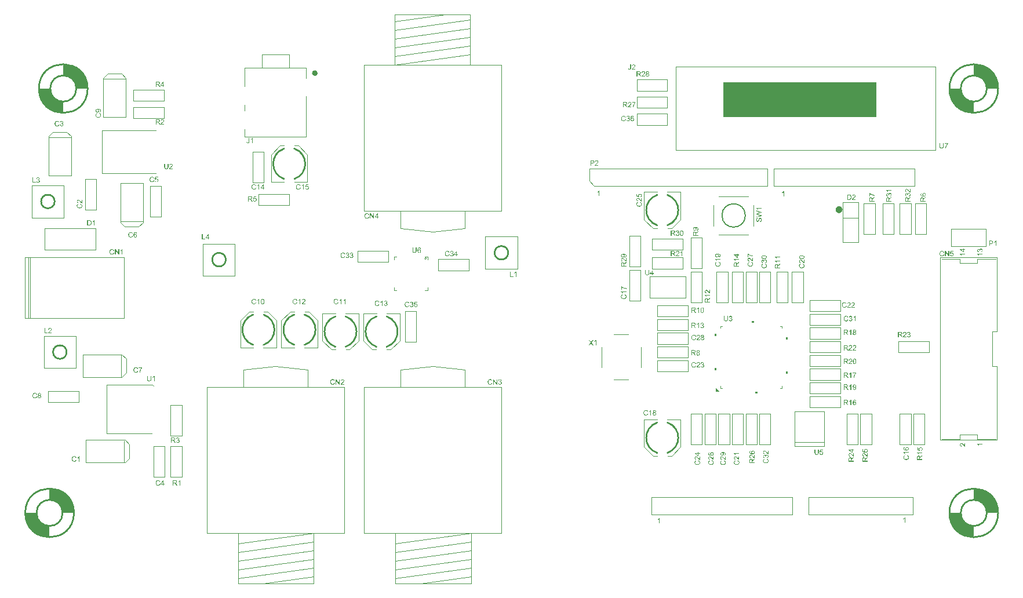
<source format=gto>
G04 Layer_Color=65535*
%FSLAX24Y24*%
%MOIN*%
G70*
G01*
G75*
%ADD47C,0.0100*%
%ADD68C,0.0060*%
%ADD69C,0.0157*%
%ADD70C,0.0000*%
%ADD71C,0.0039*%
%ADD72R,0.8800X0.2050*%
G36*
X153260Y84162D02*
X153266Y84161D01*
X153272Y84160D01*
X153280Y84158D01*
X153288Y84155D01*
X153296Y84151D01*
X153296D01*
X153297Y84151D01*
X153300Y84150D01*
X153303Y84147D01*
X153308Y84144D01*
X153313Y84140D01*
X153319Y84135D01*
X153324Y84129D01*
X153328Y84122D01*
X153329Y84122D01*
X153330Y84119D01*
X153332Y84116D01*
X153334Y84111D01*
X153336Y84105D01*
X153337Y84098D01*
X153339Y84092D01*
X153339Y84084D01*
Y84083D01*
Y84080D01*
X153339Y84077D01*
X153338Y84072D01*
X153337Y84067D01*
X153335Y84061D01*
X153332Y84054D01*
X153329Y84048D01*
X153328Y84047D01*
X153327Y84045D01*
X153324Y84043D01*
X153321Y84039D01*
X153316Y84035D01*
X153311Y84031D01*
X153305Y84026D01*
X153297Y84022D01*
X153298D01*
X153299Y84022D01*
X153300D01*
X153302Y84021D01*
X153307Y84020D01*
X153313Y84017D01*
X153319Y84014D01*
X153326Y84009D01*
X153333Y84003D01*
X153339Y83997D01*
X153339Y83996D01*
X153341Y83993D01*
X153343Y83989D01*
X153347Y83983D01*
X153349Y83976D01*
X153352Y83968D01*
X153354Y83958D01*
X153354Y83948D01*
Y83947D01*
Y83946D01*
Y83944D01*
X153354Y83941D01*
X153353Y83938D01*
X153353Y83934D01*
X153352Y83929D01*
X153350Y83925D01*
X153347Y83914D01*
X153345Y83908D01*
X153342Y83903D01*
X153338Y83897D01*
X153335Y83891D01*
X153330Y83886D01*
X153325Y83880D01*
X153325Y83880D01*
X153324Y83879D01*
X153322Y83878D01*
X153320Y83876D01*
X153317Y83874D01*
X153313Y83872D01*
X153309Y83869D01*
X153305Y83867D01*
X153300Y83864D01*
X153295Y83862D01*
X153289Y83860D01*
X153282Y83857D01*
X153275Y83855D01*
X153268Y83855D01*
X153260Y83854D01*
X153252Y83853D01*
X153248D01*
X153246Y83854D01*
X153242Y83854D01*
X153238Y83855D01*
X153234Y83855D01*
X153229Y83856D01*
X153219Y83859D01*
X153207Y83863D01*
X153202Y83866D01*
X153197Y83869D01*
X153191Y83873D01*
X153186Y83877D01*
X153186Y83877D01*
X153185Y83878D01*
X153184Y83879D01*
X153182Y83881D01*
X153180Y83884D01*
X153178Y83886D01*
X153175Y83890D01*
X153173Y83893D01*
X153167Y83903D01*
X153163Y83913D01*
X153159Y83925D01*
X153157Y83932D01*
X153156Y83938D01*
X153194Y83944D01*
Y83943D01*
X153194Y83942D01*
Y83940D01*
X153195Y83938D01*
X153196Y83933D01*
X153199Y83926D01*
X153201Y83919D01*
X153205Y83911D01*
X153210Y83904D01*
X153215Y83898D01*
X153216Y83897D01*
X153218Y83896D01*
X153221Y83894D01*
X153225Y83891D01*
X153231Y83889D01*
X153237Y83886D01*
X153244Y83885D01*
X153252Y83884D01*
X153255D01*
X153257Y83885D01*
X153261Y83885D01*
X153267Y83886D01*
X153275Y83889D01*
X153282Y83891D01*
X153290Y83896D01*
X153296Y83902D01*
X153297Y83903D01*
X153299Y83905D01*
X153302Y83909D01*
X153306Y83915D01*
X153309Y83921D01*
X153312Y83929D01*
X153313Y83938D01*
X153314Y83947D01*
Y83948D01*
Y83948D01*
Y83950D01*
X153314Y83951D01*
X153313Y83956D01*
X153312Y83962D01*
X153310Y83968D01*
X153307Y83976D01*
X153303Y83983D01*
X153297Y83989D01*
X153296Y83990D01*
X153295Y83992D01*
X153291Y83994D01*
X153286Y83997D01*
X153280Y84001D01*
X153272Y84003D01*
X153265Y84005D01*
X153255Y84006D01*
X153251D01*
X153248Y84005D01*
X153244Y84005D01*
X153240Y84004D01*
X153235Y84003D01*
X153229Y84002D01*
X153233Y84035D01*
X153236D01*
X153237Y84034D01*
X153243D01*
X153248Y84035D01*
X153254Y84036D01*
X153260Y84037D01*
X153267Y84039D01*
X153274Y84042D01*
X153282Y84046D01*
X153283Y84047D01*
X153285Y84049D01*
X153288Y84052D01*
X153291Y84056D01*
X153295Y84061D01*
X153298Y84068D01*
X153300Y84075D01*
X153301Y84085D01*
Y84085D01*
Y84086D01*
Y84088D01*
X153300Y84092D01*
X153299Y84097D01*
X153298Y84102D01*
X153295Y84107D01*
X153292Y84113D01*
X153287Y84118D01*
X153287Y84119D01*
X153285Y84121D01*
X153282Y84123D01*
X153278Y84125D01*
X153272Y84128D01*
X153266Y84130D01*
X153260Y84132D01*
X153252Y84132D01*
X153248D01*
X153244Y84131D01*
X153239Y84130D01*
X153233Y84129D01*
X153227Y84126D01*
X153221Y84123D01*
X153215Y84118D01*
X153215Y84118D01*
X153213Y84116D01*
X153211Y84113D01*
X153208Y84108D01*
X153205Y84103D01*
X153202Y84096D01*
X153199Y84087D01*
X153197Y84078D01*
X153160Y84084D01*
Y84085D01*
X153160Y84086D01*
X153161Y84088D01*
X153161Y84090D01*
X153162Y84093D01*
X153163Y84097D01*
X153166Y84105D01*
X153170Y84115D01*
X153176Y84124D01*
X153182Y84133D01*
X153190Y84142D01*
X153191Y84142D01*
X153191Y84143D01*
X153193Y84144D01*
X153195Y84145D01*
X153197Y84146D01*
X153200Y84148D01*
X153207Y84152D01*
X153216Y84156D01*
X153226Y84159D01*
X153238Y84162D01*
X153244Y84163D01*
X153255D01*
X153260Y84162D01*
D02*
G37*
G36*
X153547Y83965D02*
X153588D01*
Y83931D01*
X153547D01*
Y83858D01*
X153510D01*
Y83931D01*
X153378D01*
Y83965D01*
X153517Y84161D01*
X153547D01*
Y83965D01*
D02*
G37*
G36*
X151263Y81203D02*
X151142D01*
X151125Y81121D01*
X151126Y81122D01*
X151127Y81122D01*
X151128Y81123D01*
X151130Y81124D01*
X151133Y81126D01*
X151136Y81127D01*
X151143Y81131D01*
X151151Y81135D01*
X151161Y81137D01*
X151172Y81140D01*
X151183Y81141D01*
X151186D01*
X151189Y81140D01*
X151193Y81140D01*
X151196Y81139D01*
X151201Y81138D01*
X151206Y81137D01*
X151216Y81134D01*
X151222Y81132D01*
X151227Y81129D01*
X151233Y81126D01*
X151239Y81122D01*
X151244Y81118D01*
X151249Y81113D01*
X151250Y81112D01*
X151251Y81111D01*
X151252Y81110D01*
X151254Y81108D01*
X151256Y81105D01*
X151258Y81102D01*
X151261Y81098D01*
X151263Y81094D01*
X151266Y81089D01*
X151268Y81084D01*
X151271Y81078D01*
X151273Y81072D01*
X151274Y81065D01*
X151276Y81058D01*
X151277Y81050D01*
X151277Y81042D01*
Y81042D01*
Y81040D01*
Y81038D01*
X151277Y81035D01*
X151276Y81032D01*
X151276Y81028D01*
X151275Y81023D01*
X151274Y81018D01*
X151271Y81007D01*
X151267Y80995D01*
X151264Y80989D01*
X151261Y80983D01*
X151257Y80977D01*
X151253Y80971D01*
X151253Y80971D01*
X151252Y80970D01*
X151250Y80968D01*
X151248Y80966D01*
X151245Y80963D01*
X151241Y80960D01*
X151237Y80957D01*
X151232Y80953D01*
X151227Y80950D01*
X151221Y80946D01*
X151214Y80943D01*
X151207Y80940D01*
X151199Y80938D01*
X151191Y80936D01*
X151183Y80935D01*
X151173Y80935D01*
X151169D01*
X151166Y80935D01*
X151163Y80936D01*
X151159Y80936D01*
X151155Y80937D01*
X151149Y80938D01*
X151139Y80940D01*
X151128Y80945D01*
X151122Y80947D01*
X151117Y80951D01*
X151111Y80954D01*
X151106Y80958D01*
X151106Y80958D01*
X151105Y80959D01*
X151104Y80960D01*
X151102Y80962D01*
X151100Y80964D01*
X151098Y80967D01*
X151096Y80970D01*
X151093Y80974D01*
X151088Y80983D01*
X151083Y80993D01*
X151079Y81005D01*
X151078Y81012D01*
X151077Y81019D01*
X151116Y81022D01*
Y81022D01*
Y81021D01*
X151116Y81019D01*
X151117Y81017D01*
X151118Y81012D01*
X151120Y81006D01*
X151122Y80999D01*
X151126Y80992D01*
X151130Y80985D01*
X151136Y80979D01*
X151137Y80979D01*
X151138Y80977D01*
X151142Y80975D01*
X151146Y80972D01*
X151152Y80970D01*
X151158Y80968D01*
X151166Y80966D01*
X151173Y80965D01*
X151176D01*
X151178Y80966D01*
X151183Y80966D01*
X151190Y80968D01*
X151196Y80970D01*
X151204Y80974D01*
X151212Y80979D01*
X151215Y80981D01*
X151219Y80985D01*
Y80986D01*
X151220Y80986D01*
X151222Y80989D01*
X151225Y80993D01*
X151228Y80999D01*
X151231Y81007D01*
X151235Y81017D01*
X151237Y81027D01*
X151237Y81039D01*
Y81040D01*
Y81040D01*
Y81042D01*
X151237Y81044D01*
Y81047D01*
X151237Y81050D01*
X151235Y81058D01*
X151233Y81065D01*
X151230Y81074D01*
X151226Y81082D01*
X151220Y81089D01*
X151219Y81090D01*
X151216Y81092D01*
X151213Y81095D01*
X151207Y81099D01*
X151201Y81102D01*
X151192Y81105D01*
X151183Y81107D01*
X151173Y81108D01*
X151170D01*
X151166Y81107D01*
X151162Y81107D01*
X151157Y81105D01*
X151151Y81104D01*
X151146Y81102D01*
X151140Y81099D01*
X151140Y81099D01*
X151138Y81098D01*
X151135Y81096D01*
X151132Y81094D01*
X151129Y81090D01*
X151125Y81087D01*
X151121Y81082D01*
X151118Y81078D01*
X151083Y81083D01*
X151113Y81238D01*
X151263D01*
Y81203D01*
D02*
G37*
G36*
X153005Y84166D02*
X153008Y84165D01*
X153013Y84165D01*
X153018Y84164D01*
X153024Y84163D01*
X153035Y84161D01*
X153048Y84157D01*
X153055Y84154D01*
X153061Y84151D01*
X153067Y84147D01*
X153073Y84143D01*
X153074Y84142D01*
X153075Y84142D01*
X153076Y84140D01*
X153078Y84139D01*
X153081Y84136D01*
X153084Y84133D01*
X153087Y84130D01*
X153090Y84126D01*
X153094Y84122D01*
X153097Y84117D01*
X153101Y84111D01*
X153105Y84105D01*
X153108Y84099D01*
X153111Y84092D01*
X153117Y84078D01*
X153077Y84068D01*
Y84069D01*
X153077Y84070D01*
X153076Y84072D01*
X153075Y84074D01*
X153074Y84077D01*
X153072Y84080D01*
X153069Y84087D01*
X153065Y84095D01*
X153059Y84103D01*
X153053Y84110D01*
X153046Y84117D01*
X153045Y84117D01*
X153042Y84119D01*
X153038Y84122D01*
X153032Y84125D01*
X153025Y84127D01*
X153017Y84130D01*
X153007Y84132D01*
X152996Y84132D01*
X152993D01*
X152990Y84132D01*
X152987D01*
X152984Y84131D01*
X152976Y84130D01*
X152966Y84128D01*
X152957Y84125D01*
X152947Y84121D01*
X152938Y84115D01*
X152937D01*
X152937Y84114D01*
X152934Y84112D01*
X152930Y84108D01*
X152925Y84103D01*
X152920Y84097D01*
X152914Y84089D01*
X152909Y84080D01*
X152905Y84070D01*
Y84069D01*
X152905Y84068D01*
X152904Y84067D01*
X152904Y84065D01*
X152903Y84062D01*
X152902Y84059D01*
X152900Y84052D01*
X152899Y84043D01*
X152897Y84033D01*
X152896Y84023D01*
X152896Y84012D01*
Y84011D01*
Y84010D01*
Y84008D01*
Y84005D01*
X152896Y84002D01*
Y83998D01*
X152897Y83994D01*
X152897Y83989D01*
X152899Y83979D01*
X152900Y83967D01*
X152903Y83956D01*
X152907Y83944D01*
Y83944D01*
X152907Y83943D01*
X152908Y83942D01*
X152909Y83940D01*
X152911Y83934D01*
X152915Y83928D01*
X152920Y83921D01*
X152926Y83914D01*
X152933Y83907D01*
X152941Y83901D01*
X152942D01*
X152942Y83901D01*
X152944Y83900D01*
X152946Y83899D01*
X152951Y83897D01*
X152957Y83894D01*
X152965Y83892D01*
X152973Y83890D01*
X152983Y83888D01*
X152993Y83887D01*
X152996D01*
X152999Y83888D01*
X153001D01*
X153005Y83888D01*
X153013Y83890D01*
X153022Y83892D01*
X153031Y83896D01*
X153041Y83900D01*
X153050Y83907D01*
X153050Y83907D01*
X153051Y83908D01*
X153053Y83910D01*
X153058Y83915D01*
X153063Y83921D01*
X153068Y83929D01*
X153073Y83939D01*
X153078Y83951D01*
X153082Y83964D01*
X153122Y83954D01*
Y83954D01*
X153121Y83952D01*
X153120Y83950D01*
X153119Y83946D01*
X153118Y83942D01*
X153116Y83937D01*
X153114Y83932D01*
X153111Y83926D01*
X153105Y83914D01*
X153097Y83902D01*
X153088Y83890D01*
X153082Y83884D01*
X153076Y83879D01*
X153076Y83879D01*
X153075Y83878D01*
X153073Y83877D01*
X153070Y83875D01*
X153067Y83873D01*
X153063Y83871D01*
X153059Y83868D01*
X153054Y83866D01*
X153048Y83864D01*
X153042Y83861D01*
X153035Y83859D01*
X153029Y83857D01*
X153013Y83854D01*
X153005Y83854D01*
X152996Y83853D01*
X152992D01*
X152988Y83854D01*
X152984D01*
X152979Y83854D01*
X152974Y83855D01*
X152968Y83855D01*
X152955Y83858D01*
X152942Y83861D01*
X152929Y83867D01*
X152923Y83869D01*
X152917Y83873D01*
X152916Y83873D01*
X152915Y83874D01*
X152914Y83875D01*
X152911Y83877D01*
X152906Y83881D01*
X152900Y83888D01*
X152892Y83896D01*
X152884Y83906D01*
X152876Y83917D01*
X152870Y83931D01*
Y83931D01*
X152870Y83932D01*
X152869Y83934D01*
X152868Y83937D01*
X152866Y83941D01*
X152865Y83945D01*
X152864Y83950D01*
X152862Y83955D01*
X152861Y83961D01*
X152859Y83967D01*
X152857Y83981D01*
X152855Y83996D01*
X152854Y84012D01*
Y84012D01*
Y84014D01*
Y84016D01*
X152855Y84020D01*
Y84024D01*
X152855Y84029D01*
X152856Y84034D01*
X152857Y84040D01*
X152859Y84053D01*
X152862Y84067D01*
X152866Y84081D01*
X152872Y84094D01*
Y84095D01*
X152873Y84096D01*
X152874Y84098D01*
X152876Y84100D01*
X152877Y84103D01*
X152880Y84106D01*
X152886Y84114D01*
X152893Y84123D01*
X152901Y84132D01*
X152912Y84140D01*
X152923Y84148D01*
X152924D01*
X152925Y84149D01*
X152927Y84150D01*
X152929Y84151D01*
X152932Y84152D01*
X152936Y84154D01*
X152941Y84155D01*
X152945Y84157D01*
X152950Y84159D01*
X152956Y84160D01*
X152968Y84163D01*
X152982Y84165D01*
X152997Y84166D01*
X153001D01*
X153005Y84166D01*
D02*
G37*
G36*
X147001Y84067D02*
X147004Y84067D01*
X147009Y84066D01*
X147014Y84066D01*
X147020Y84065D01*
X147032Y84062D01*
X147044Y84058D01*
X147051Y84055D01*
X147057Y84052D01*
X147063Y84048D01*
X147069Y84044D01*
X147070Y84044D01*
X147071Y84043D01*
X147072Y84042D01*
X147074Y84040D01*
X147077Y84038D01*
X147080Y84035D01*
X147083Y84031D01*
X147086Y84028D01*
X147090Y84023D01*
X147093Y84018D01*
X147097Y84013D01*
X147101Y84007D01*
X147104Y84001D01*
X147107Y83994D01*
X147113Y83979D01*
X147073Y83970D01*
Y83971D01*
X147073Y83971D01*
X147072Y83973D01*
X147071Y83976D01*
X147070Y83978D01*
X147068Y83982D01*
X147065Y83989D01*
X147061Y83996D01*
X147056Y84005D01*
X147050Y84012D01*
X147042Y84018D01*
X147041Y84019D01*
X147038Y84021D01*
X147034Y84023D01*
X147028Y84026D01*
X147021Y84029D01*
X147013Y84031D01*
X147003Y84033D01*
X146992Y84034D01*
X146989D01*
X146986Y84033D01*
X146983D01*
X146980Y84033D01*
X146972Y84031D01*
X146962Y84030D01*
X146953Y84026D01*
X146943Y84022D01*
X146934Y84017D01*
X146933D01*
X146933Y84016D01*
X146930Y84013D01*
X146926Y84010D01*
X146921Y84005D01*
X146916Y83998D01*
X146910Y83991D01*
X146905Y83982D01*
X146901Y83971D01*
Y83971D01*
X146901Y83970D01*
X146900Y83969D01*
X146900Y83966D01*
X146899Y83964D01*
X146898Y83961D01*
X146896Y83953D01*
X146895Y83945D01*
X146893Y83935D01*
X146892Y83924D01*
X146892Y83913D01*
Y83913D01*
Y83912D01*
Y83910D01*
Y83907D01*
X146892Y83904D01*
Y83900D01*
X146893Y83895D01*
X146893Y83891D01*
X146895Y83880D01*
X146896Y83869D01*
X146899Y83857D01*
X146903Y83846D01*
Y83846D01*
X146903Y83845D01*
X146904Y83843D01*
X146905Y83841D01*
X146908Y83836D01*
X146911Y83830D01*
X146916Y83823D01*
X146922Y83816D01*
X146929Y83809D01*
X146938Y83803D01*
X146938D01*
X146938Y83802D01*
X146940Y83801D01*
X146942Y83800D01*
X146947Y83799D01*
X146953Y83796D01*
X146961Y83793D01*
X146969Y83791D01*
X146979Y83789D01*
X146989Y83789D01*
X146992D01*
X146995Y83789D01*
X146997D01*
X147001Y83790D01*
X147009Y83791D01*
X147018Y83793D01*
X147027Y83797D01*
X147037Y83802D01*
X147046Y83808D01*
X147046Y83809D01*
X147047Y83809D01*
X147050Y83812D01*
X147054Y83817D01*
X147059Y83823D01*
X147064Y83831D01*
X147069Y83841D01*
X147074Y83853D01*
X147078Y83866D01*
X147118Y83856D01*
Y83855D01*
X147117Y83853D01*
X147116Y83851D01*
X147115Y83847D01*
X147114Y83844D01*
X147112Y83839D01*
X147110Y83834D01*
X147107Y83828D01*
X147101Y83816D01*
X147093Y83803D01*
X147084Y83791D01*
X147078Y83786D01*
X147072Y83781D01*
X147072Y83780D01*
X147071Y83780D01*
X147069Y83778D01*
X147066Y83776D01*
X147063Y83775D01*
X147059Y83772D01*
X147055Y83770D01*
X147050Y83768D01*
X147044Y83765D01*
X147038Y83763D01*
X147032Y83761D01*
X147025Y83759D01*
X147009Y83756D01*
X147001Y83755D01*
X146992Y83755D01*
X146988D01*
X146984Y83755D01*
X146980D01*
X146975Y83756D01*
X146970Y83757D01*
X146964Y83757D01*
X146951Y83760D01*
X146938Y83763D01*
X146925Y83768D01*
X146919Y83771D01*
X146913Y83775D01*
X146912Y83775D01*
X146911Y83776D01*
X146910Y83777D01*
X146908Y83778D01*
X146902Y83783D01*
X146896Y83789D01*
X146888Y83797D01*
X146880Y83807D01*
X146873Y83819D01*
X146866Y83832D01*
Y83833D01*
X146866Y83834D01*
X146865Y83836D01*
X146864Y83839D01*
X146862Y83842D01*
X146861Y83847D01*
X146860Y83851D01*
X146858Y83857D01*
X146857Y83862D01*
X146855Y83869D01*
X146853Y83882D01*
X146851Y83897D01*
X146850Y83913D01*
Y83914D01*
Y83916D01*
Y83918D01*
X146851Y83921D01*
Y83925D01*
X146851Y83930D01*
X146852Y83935D01*
X146853Y83941D01*
X146855Y83954D01*
X146858Y83968D01*
X146862Y83983D01*
X146868Y83996D01*
Y83996D01*
X146869Y83997D01*
X146870Y83999D01*
X146872Y84002D01*
X146873Y84005D01*
X146876Y84008D01*
X146882Y84016D01*
X146889Y84024D01*
X146897Y84033D01*
X146908Y84042D01*
X146920Y84049D01*
X146920D01*
X146921Y84050D01*
X146923Y84051D01*
X146926Y84052D01*
X146928Y84053D01*
X146932Y84055D01*
X146937Y84057D01*
X146941Y84059D01*
X146946Y84060D01*
X146952Y84062D01*
X146964Y84065D01*
X146978Y84067D01*
X146993Y84068D01*
X146997D01*
X147001Y84067D01*
D02*
G37*
G36*
X171457Y72480D02*
X171452D01*
X171448Y72481D01*
X171445Y72481D01*
X171441Y72482D01*
X171436Y72483D01*
X171431Y72484D01*
X171431D01*
X171430Y72485D01*
X171428Y72486D01*
X171424Y72488D01*
X171418Y72490D01*
X171412Y72494D01*
X171406Y72498D01*
X171399Y72503D01*
X171391Y72509D01*
X171391D01*
X171390Y72510D01*
X171388Y72512D01*
X171383Y72516D01*
X171378Y72521D01*
X171371Y72528D01*
X171364Y72537D01*
X171355Y72547D01*
X171345Y72558D01*
X171345Y72558D01*
X171343Y72560D01*
X171341Y72562D01*
X171338Y72566D01*
X171335Y72570D01*
X171331Y72574D01*
X171322Y72585D01*
X171311Y72596D01*
X171301Y72607D01*
X171296Y72612D01*
X171291Y72617D01*
X171286Y72621D01*
X171281Y72625D01*
X171281D01*
X171280Y72626D01*
X171279Y72626D01*
X171277Y72627D01*
X171272Y72630D01*
X171266Y72633D01*
X171259Y72637D01*
X171252Y72639D01*
X171244Y72641D01*
X171236Y72642D01*
X171235D01*
X171232Y72642D01*
X171228Y72641D01*
X171223Y72640D01*
X171217Y72638D01*
X171211Y72635D01*
X171205Y72632D01*
X171199Y72626D01*
X171198Y72625D01*
X171196Y72623D01*
X171194Y72620D01*
X171191Y72615D01*
X171188Y72609D01*
X171186Y72602D01*
X171184Y72594D01*
X171183Y72585D01*
Y72584D01*
Y72583D01*
Y72582D01*
X171184Y72580D01*
X171184Y72575D01*
X171185Y72569D01*
X171187Y72562D01*
X171190Y72555D01*
X171194Y72548D01*
X171200Y72542D01*
X171201Y72541D01*
X171203Y72539D01*
X171206Y72537D01*
X171211Y72534D01*
X171218Y72531D01*
X171225Y72528D01*
X171234Y72526D01*
X171244Y72526D01*
X171240Y72487D01*
X171238D01*
X171236Y72488D01*
X171233Y72488D01*
X171229Y72489D01*
X171225Y72490D01*
X171216Y72492D01*
X171205Y72496D01*
X171195Y72501D01*
X171184Y72508D01*
X171180Y72512D01*
X171175Y72516D01*
X171175Y72517D01*
X171174Y72518D01*
X171173Y72519D01*
X171171Y72521D01*
X171170Y72524D01*
X171168Y72527D01*
X171166Y72531D01*
X171164Y72535D01*
X171162Y72539D01*
X171159Y72544D01*
X171157Y72550D01*
X171156Y72556D01*
X171153Y72570D01*
X171153Y72578D01*
X171152Y72585D01*
Y72586D01*
Y72587D01*
Y72590D01*
X171153Y72593D01*
X171153Y72597D01*
X171154Y72601D01*
X171154Y72605D01*
X171156Y72610D01*
X171158Y72621D01*
X171163Y72633D01*
X171165Y72639D01*
X171169Y72644D01*
X171173Y72650D01*
X171177Y72655D01*
X171177Y72655D01*
X171178Y72656D01*
X171179Y72657D01*
X171181Y72659D01*
X171184Y72661D01*
X171187Y72663D01*
X171193Y72668D01*
X171202Y72672D01*
X171212Y72676D01*
X171224Y72680D01*
X171230Y72680D01*
X171237Y72680D01*
X171240D01*
X171244Y72680D01*
X171248Y72680D01*
X171254Y72679D01*
X171260Y72677D01*
X171266Y72675D01*
X171273Y72673D01*
X171274Y72672D01*
X171276Y72671D01*
X171279Y72669D01*
X171284Y72667D01*
X171289Y72663D01*
X171296Y72659D01*
X171302Y72654D01*
X171310Y72648D01*
X171311Y72647D01*
X171313Y72644D01*
X171317Y72640D01*
X171320Y72638D01*
X171323Y72634D01*
X171327Y72631D01*
X171331Y72626D01*
X171335Y72621D01*
X171341Y72616D01*
X171346Y72611D01*
X171351Y72604D01*
X171357Y72598D01*
X171363Y72591D01*
X171364Y72590D01*
X171364Y72589D01*
X171366Y72587D01*
X171368Y72585D01*
X171372Y72579D01*
X171378Y72573D01*
X171385Y72566D01*
X171391Y72558D01*
X171397Y72552D01*
X171399Y72550D01*
X171401Y72548D01*
X171402Y72547D01*
X171403Y72546D01*
X171405Y72544D01*
X171408Y72542D01*
X171414Y72537D01*
X171421Y72532D01*
Y72681D01*
X171457D01*
Y72480D01*
D02*
G37*
G36*
X171374Y72448D02*
X171377Y72448D01*
X171381Y72447D01*
X171386Y72446D01*
X171390Y72445D01*
X171401Y72442D01*
X171407Y72439D01*
X171412Y72436D01*
X171418Y72433D01*
X171423Y72429D01*
X171429Y72425D01*
X171435Y72420D01*
X171435Y72419D01*
X171436Y72418D01*
X171437Y72417D01*
X171439Y72414D01*
X171441Y72412D01*
X171443Y72408D01*
X171446Y72404D01*
X171448Y72400D01*
X171451Y72395D01*
X171453Y72389D01*
X171455Y72383D01*
X171458Y72377D01*
X171459Y72370D01*
X171460Y72362D01*
X171461Y72354D01*
X171462Y72347D01*
Y72346D01*
Y72345D01*
Y72343D01*
X171461Y72340D01*
X171461Y72337D01*
X171460Y72333D01*
X171460Y72328D01*
X171459Y72324D01*
X171456Y72313D01*
X171452Y72302D01*
X171449Y72296D01*
X171446Y72291D01*
X171442Y72286D01*
X171438Y72281D01*
X171438Y72280D01*
X171437Y72280D01*
X171436Y72278D01*
X171434Y72277D01*
X171431Y72275D01*
X171429Y72272D01*
X171425Y72270D01*
X171422Y72267D01*
X171412Y72262D01*
X171402Y72257D01*
X171390Y72253D01*
X171383Y72252D01*
X171376Y72251D01*
X171371Y72288D01*
X171372D01*
X171373Y72289D01*
X171375D01*
X171376Y72290D01*
X171382Y72291D01*
X171389Y72293D01*
X171396Y72296D01*
X171404Y72300D01*
X171411Y72304D01*
X171417Y72309D01*
X171418Y72310D01*
X171419Y72312D01*
X171421Y72315D01*
X171424Y72320D01*
X171426Y72325D01*
X171429Y72331D01*
X171430Y72339D01*
X171431Y72347D01*
Y72347D01*
Y72348D01*
Y72349D01*
X171430Y72351D01*
X171430Y72356D01*
X171429Y72362D01*
X171426Y72369D01*
X171423Y72377D01*
X171419Y72384D01*
X171413Y72391D01*
X171412Y72392D01*
X171410Y72394D01*
X171406Y72396D01*
X171400Y72400D01*
X171394Y72403D01*
X171386Y72406D01*
X171377Y72408D01*
X171368Y72409D01*
X171365D01*
X171364Y72408D01*
X171359Y72408D01*
X171353Y72407D01*
X171347Y72405D01*
X171339Y72402D01*
X171332Y72397D01*
X171326Y72392D01*
X171325Y72391D01*
X171323Y72389D01*
X171321Y72385D01*
X171317Y72380D01*
X171314Y72374D01*
X171312Y72367D01*
X171310Y72359D01*
X171309Y72350D01*
Y72349D01*
Y72348D01*
Y72346D01*
X171310Y72343D01*
X171310Y72339D01*
X171311Y72334D01*
X171311Y72329D01*
X171313Y72324D01*
X171280Y72328D01*
Y72328D01*
Y72330D01*
X171281Y72332D01*
Y72334D01*
Y72334D01*
Y72335D01*
Y72336D01*
Y72338D01*
X171280Y72342D01*
X171279Y72348D01*
X171278Y72354D01*
X171276Y72361D01*
X171273Y72369D01*
X171269Y72376D01*
X171268Y72377D01*
X171266Y72379D01*
X171263Y72382D01*
X171259Y72386D01*
X171254Y72390D01*
X171247Y72392D01*
X171240Y72395D01*
X171230Y72396D01*
X171227D01*
X171223Y72395D01*
X171218Y72394D01*
X171213Y72392D01*
X171208Y72390D01*
X171202Y72386D01*
X171197Y72382D01*
X171196Y72381D01*
X171194Y72379D01*
X171192Y72376D01*
X171190Y72372D01*
X171187Y72367D01*
X171185Y72361D01*
X171183Y72354D01*
X171183Y72346D01*
Y72346D01*
Y72345D01*
Y72343D01*
X171184Y72338D01*
X171185Y72334D01*
X171186Y72328D01*
X171189Y72322D01*
X171192Y72316D01*
X171197Y72310D01*
X171197Y72309D01*
X171199Y72307D01*
X171202Y72305D01*
X171207Y72302D01*
X171212Y72299D01*
X171219Y72296D01*
X171228Y72294D01*
X171237Y72292D01*
X171231Y72254D01*
X171230D01*
X171229Y72255D01*
X171227Y72255D01*
X171225Y72256D01*
X171222Y72257D01*
X171218Y72258D01*
X171210Y72261D01*
X171200Y72265D01*
X171191Y72270D01*
X171181Y72277D01*
X171173Y72285D01*
X171173Y72285D01*
X171172Y72286D01*
X171171Y72287D01*
X171170Y72290D01*
X171169Y72292D01*
X171167Y72295D01*
X171163Y72301D01*
X171159Y72310D01*
X171156Y72321D01*
X171153Y72332D01*
X171152Y72339D01*
Y72345D01*
Y72346D01*
Y72346D01*
Y72348D01*
Y72349D01*
X171153Y72354D01*
X171154Y72360D01*
X171155Y72367D01*
X171157Y72375D01*
X171160Y72383D01*
X171164Y72390D01*
Y72391D01*
X171164Y72391D01*
X171165Y72394D01*
X171168Y72398D01*
X171171Y72402D01*
X171175Y72408D01*
X171180Y72413D01*
X171186Y72418D01*
X171193Y72423D01*
X171193Y72423D01*
X171196Y72425D01*
X171199Y72426D01*
X171204Y72428D01*
X171210Y72430D01*
X171217Y72432D01*
X171223Y72433D01*
X171231Y72434D01*
X171234D01*
X171238Y72433D01*
X171243Y72432D01*
X171248Y72431D01*
X171254Y72429D01*
X171261Y72427D01*
X171267Y72423D01*
X171268Y72423D01*
X171270Y72421D01*
X171272Y72419D01*
X171276Y72415D01*
X171280Y72411D01*
X171284Y72406D01*
X171289Y72399D01*
X171293Y72392D01*
Y72392D01*
X171293Y72393D01*
Y72395D01*
X171294Y72396D01*
X171295Y72401D01*
X171298Y72407D01*
X171301Y72414D01*
X171306Y72420D01*
X171311Y72427D01*
X171318Y72433D01*
X171319Y72434D01*
X171322Y72436D01*
X171326Y72438D01*
X171332Y72441D01*
X171339Y72444D01*
X171347Y72446D01*
X171357Y72448D01*
X171367Y72449D01*
X171371D01*
X171374Y72448D01*
D02*
G37*
G36*
X147491Y84064D02*
X147497Y84063D01*
X147504Y84061D01*
X147511Y84059D01*
X147519Y84057D01*
X147527Y84053D01*
X147528D01*
X147528Y84053D01*
X147531Y84051D01*
X147535Y84049D01*
X147539Y84046D01*
X147544Y84042D01*
X147550Y84036D01*
X147555Y84030D01*
X147559Y84024D01*
X147560Y84023D01*
X147561Y84021D01*
X147563Y84017D01*
X147565Y84012D01*
X147567Y84006D01*
X147569Y84000D01*
X147570Y83993D01*
X147570Y83985D01*
Y83984D01*
Y83982D01*
X147570Y83978D01*
X147569Y83974D01*
X147568Y83968D01*
X147566Y83962D01*
X147564Y83956D01*
X147560Y83950D01*
X147559Y83949D01*
X147558Y83947D01*
X147555Y83944D01*
X147552Y83941D01*
X147547Y83936D01*
X147542Y83932D01*
X147536Y83928D01*
X147529Y83924D01*
X147529D01*
X147530Y83924D01*
X147531D01*
X147533Y83923D01*
X147538Y83921D01*
X147544Y83918D01*
X147550Y83915D01*
X147557Y83911D01*
X147564Y83905D01*
X147570Y83898D01*
X147570Y83897D01*
X147572Y83894D01*
X147575Y83890D01*
X147578Y83885D01*
X147581Y83878D01*
X147583Y83870D01*
X147585Y83860D01*
X147585Y83849D01*
Y83849D01*
Y83847D01*
Y83846D01*
X147585Y83843D01*
X147584Y83839D01*
X147584Y83835D01*
X147583Y83831D01*
X147582Y83826D01*
X147578Y83816D01*
X147576Y83810D01*
X147573Y83804D01*
X147570Y83799D01*
X147566Y83793D01*
X147561Y83787D01*
X147556Y83782D01*
X147556Y83782D01*
X147555Y83781D01*
X147553Y83780D01*
X147551Y83778D01*
X147548Y83776D01*
X147545Y83773D01*
X147541Y83771D01*
X147536Y83769D01*
X147531Y83766D01*
X147526Y83764D01*
X147520Y83761D01*
X147513Y83759D01*
X147506Y83757D01*
X147499Y83756D01*
X147491Y83755D01*
X147483Y83755D01*
X147480D01*
X147477Y83755D01*
X147473Y83756D01*
X147470Y83756D01*
X147465Y83757D01*
X147460Y83758D01*
X147450Y83760D01*
X147439Y83765D01*
X147433Y83767D01*
X147428Y83770D01*
X147422Y83774D01*
X147417Y83778D01*
X147417Y83779D01*
X147416Y83779D01*
X147415Y83781D01*
X147413Y83782D01*
X147411Y83785D01*
X147409Y83788D01*
X147406Y83791D01*
X147404Y83795D01*
X147399Y83804D01*
X147394Y83815D01*
X147390Y83827D01*
X147388Y83833D01*
X147387Y83840D01*
X147425Y83845D01*
Y83845D01*
X147425Y83844D01*
Y83842D01*
X147426Y83840D01*
X147428Y83835D01*
X147430Y83828D01*
X147433Y83820D01*
X147436Y83812D01*
X147441Y83805D01*
X147446Y83799D01*
X147447Y83799D01*
X147449Y83797D01*
X147452Y83795D01*
X147457Y83793D01*
X147462Y83790D01*
X147468Y83788D01*
X147476Y83786D01*
X147483Y83786D01*
X147486D01*
X147488Y83786D01*
X147493Y83787D01*
X147499Y83788D01*
X147506Y83790D01*
X147513Y83793D01*
X147521Y83798D01*
X147528Y83804D01*
X147529Y83805D01*
X147530Y83807D01*
X147533Y83811D01*
X147537Y83816D01*
X147540Y83823D01*
X147543Y83830D01*
X147545Y83839D01*
X147546Y83849D01*
Y83849D01*
Y83850D01*
Y83851D01*
X147545Y83853D01*
X147545Y83858D01*
X147543Y83864D01*
X147541Y83870D01*
X147538Y83877D01*
X147534Y83884D01*
X147529Y83891D01*
X147528Y83892D01*
X147526Y83894D01*
X147522Y83896D01*
X147517Y83899D01*
X147511Y83902D01*
X147504Y83905D01*
X147496Y83906D01*
X147487Y83907D01*
X147482D01*
X147479Y83907D01*
X147476Y83906D01*
X147471Y83906D01*
X147466Y83905D01*
X147460Y83904D01*
X147464Y83936D01*
X147467D01*
X147469Y83936D01*
X147475D01*
X147479Y83936D01*
X147485Y83937D01*
X147491Y83939D01*
X147498Y83941D01*
X147505Y83944D01*
X147513Y83948D01*
X147514Y83948D01*
X147516Y83950D01*
X147519Y83953D01*
X147523Y83958D01*
X147526Y83963D01*
X147529Y83969D01*
X147531Y83977D01*
X147532Y83986D01*
Y83987D01*
Y83987D01*
Y83989D01*
X147531Y83993D01*
X147530Y83998D01*
X147529Y84003D01*
X147526Y84009D01*
X147523Y84015D01*
X147518Y84020D01*
X147518Y84020D01*
X147516Y84022D01*
X147513Y84024D01*
X147509Y84027D01*
X147504Y84030D01*
X147498Y84031D01*
X147491Y84033D01*
X147483Y84034D01*
X147479D01*
X147475Y84033D01*
X147470Y84032D01*
X147464Y84030D01*
X147458Y84028D01*
X147452Y84024D01*
X147446Y84020D01*
X147446Y84019D01*
X147444Y84018D01*
X147442Y84014D01*
X147439Y84010D01*
X147436Y84004D01*
X147433Y83997D01*
X147430Y83989D01*
X147428Y83979D01*
X147391Y83986D01*
Y83986D01*
X147392Y83988D01*
X147392Y83989D01*
X147393Y83992D01*
X147393Y83995D01*
X147394Y83999D01*
X147398Y84007D01*
X147401Y84016D01*
X147407Y84026D01*
X147413Y84035D01*
X147422Y84043D01*
X147422Y84044D01*
X147422Y84044D01*
X147424Y84045D01*
X147426Y84047D01*
X147428Y84048D01*
X147431Y84050D01*
X147438Y84054D01*
X147447Y84058D01*
X147458Y84061D01*
X147469Y84063D01*
X147476Y84064D01*
X147486D01*
X147491Y84064D01*
D02*
G37*
G36*
X147256D02*
X147262Y84063D01*
X147269Y84061D01*
X147276Y84059D01*
X147284Y84057D01*
X147292Y84053D01*
X147292D01*
X147293Y84053D01*
X147296Y84051D01*
X147299Y84049D01*
X147304Y84046D01*
X147309Y84042D01*
X147315Y84036D01*
X147320Y84030D01*
X147324Y84024D01*
X147325Y84023D01*
X147326Y84021D01*
X147328Y84017D01*
X147330Y84012D01*
X147332Y84006D01*
X147334Y84000D01*
X147335Y83993D01*
X147335Y83985D01*
Y83984D01*
Y83982D01*
X147335Y83978D01*
X147334Y83974D01*
X147333Y83968D01*
X147331Y83962D01*
X147328Y83956D01*
X147325Y83950D01*
X147324Y83949D01*
X147323Y83947D01*
X147320Y83944D01*
X147317Y83941D01*
X147312Y83936D01*
X147307Y83932D01*
X147301Y83928D01*
X147293Y83924D01*
X147294D01*
X147295Y83924D01*
X147296D01*
X147298Y83923D01*
X147303Y83921D01*
X147309Y83918D01*
X147315Y83915D01*
X147322Y83911D01*
X147329Y83905D01*
X147335Y83898D01*
X147335Y83897D01*
X147337Y83894D01*
X147340Y83890D01*
X147343Y83885D01*
X147346Y83878D01*
X147348Y83870D01*
X147350Y83860D01*
X147350Y83849D01*
Y83849D01*
Y83847D01*
Y83846D01*
X147350Y83843D01*
X147349Y83839D01*
X147349Y83835D01*
X147348Y83831D01*
X147346Y83826D01*
X147343Y83816D01*
X147341Y83810D01*
X147338Y83804D01*
X147334Y83799D01*
X147331Y83793D01*
X147326Y83787D01*
X147321Y83782D01*
X147321Y83782D01*
X147320Y83781D01*
X147318Y83780D01*
X147316Y83778D01*
X147313Y83776D01*
X147310Y83773D01*
X147305Y83771D01*
X147301Y83769D01*
X147296Y83766D01*
X147291Y83764D01*
X147285Y83761D01*
X147278Y83759D01*
X147271Y83757D01*
X147264Y83756D01*
X147256Y83755D01*
X147248Y83755D01*
X147245D01*
X147242Y83755D01*
X147238Y83756D01*
X147234Y83756D01*
X147230Y83757D01*
X147225Y83758D01*
X147215Y83760D01*
X147204Y83765D01*
X147198Y83767D01*
X147193Y83770D01*
X147187Y83774D01*
X147182Y83778D01*
X147182Y83779D01*
X147181Y83779D01*
X147180Y83781D01*
X147178Y83782D01*
X147176Y83785D01*
X147174Y83788D01*
X147171Y83791D01*
X147169Y83795D01*
X147163Y83804D01*
X147159Y83815D01*
X147155Y83827D01*
X147153Y83833D01*
X147152Y83840D01*
X147190Y83845D01*
Y83845D01*
X147190Y83844D01*
Y83842D01*
X147191Y83840D01*
X147192Y83835D01*
X147195Y83828D01*
X147198Y83820D01*
X147201Y83812D01*
X147206Y83805D01*
X147211Y83799D01*
X147212Y83799D01*
X147214Y83797D01*
X147217Y83795D01*
X147221Y83793D01*
X147227Y83790D01*
X147233Y83788D01*
X147240Y83786D01*
X147248Y83786D01*
X147251D01*
X147253Y83786D01*
X147257Y83787D01*
X147263Y83788D01*
X147271Y83790D01*
X147278Y83793D01*
X147286Y83798D01*
X147292Y83804D01*
X147293Y83805D01*
X147295Y83807D01*
X147298Y83811D01*
X147302Y83816D01*
X147305Y83823D01*
X147308Y83830D01*
X147310Y83839D01*
X147310Y83849D01*
Y83849D01*
Y83850D01*
Y83851D01*
X147310Y83853D01*
X147310Y83858D01*
X147308Y83864D01*
X147306Y83870D01*
X147303Y83877D01*
X147299Y83884D01*
X147293Y83891D01*
X147292Y83892D01*
X147291Y83894D01*
X147287Y83896D01*
X147282Y83899D01*
X147276Y83902D01*
X147269Y83905D01*
X147261Y83906D01*
X147251Y83907D01*
X147247D01*
X147244Y83907D01*
X147240Y83906D01*
X147236Y83906D01*
X147231Y83905D01*
X147225Y83904D01*
X147229Y83936D01*
X147232D01*
X147233Y83936D01*
X147239D01*
X147244Y83936D01*
X147250Y83937D01*
X147256Y83939D01*
X147263Y83941D01*
X147270Y83944D01*
X147278Y83948D01*
X147279Y83948D01*
X147281Y83950D01*
X147284Y83953D01*
X147287Y83958D01*
X147291Y83963D01*
X147294Y83969D01*
X147296Y83977D01*
X147297Y83986D01*
Y83987D01*
Y83987D01*
Y83989D01*
X147296Y83993D01*
X147295Y83998D01*
X147294Y84003D01*
X147291Y84009D01*
X147288Y84015D01*
X147283Y84020D01*
X147283Y84020D01*
X147281Y84022D01*
X147278Y84024D01*
X147274Y84027D01*
X147269Y84030D01*
X147263Y84031D01*
X147256Y84033D01*
X147248Y84034D01*
X147244D01*
X147240Y84033D01*
X147235Y84032D01*
X147229Y84030D01*
X147223Y84028D01*
X147217Y84024D01*
X147211Y84020D01*
X147211Y84019D01*
X147209Y84018D01*
X147207Y84014D01*
X147204Y84010D01*
X147201Y84004D01*
X147198Y83997D01*
X147195Y83989D01*
X147193Y83979D01*
X147156Y83986D01*
Y83986D01*
X147156Y83988D01*
X147157Y83989D01*
X147157Y83992D01*
X147158Y83995D01*
X147159Y83999D01*
X147162Y84007D01*
X147166Y84016D01*
X147172Y84026D01*
X147178Y84035D01*
X147186Y84043D01*
X147187Y84044D01*
X147187Y84044D01*
X147189Y84045D01*
X147191Y84047D01*
X147193Y84048D01*
X147196Y84050D01*
X147203Y84054D01*
X147212Y84058D01*
X147222Y84061D01*
X147234Y84063D01*
X147240Y84064D01*
X147251D01*
X147256Y84064D01*
D02*
G37*
G36*
X150945Y81244D02*
X150951Y81243D01*
X150958Y81241D01*
X150966Y81240D01*
X150974Y81237D01*
X150982Y81233D01*
X150982D01*
X150983Y81233D01*
X150985Y81231D01*
X150989Y81229D01*
X150994Y81226D01*
X150999Y81222D01*
X151004Y81217D01*
X151009Y81211D01*
X151014Y81204D01*
X151014Y81203D01*
X151016Y81201D01*
X151018Y81197D01*
X151019Y81193D01*
X151021Y81187D01*
X151023Y81180D01*
X151025Y81173D01*
X151025Y81165D01*
Y81165D01*
Y81162D01*
X151025Y81159D01*
X151024Y81154D01*
X151022Y81148D01*
X151020Y81142D01*
X151018Y81136D01*
X151014Y81130D01*
X151014Y81129D01*
X151013Y81127D01*
X151010Y81124D01*
X151007Y81121D01*
X151002Y81117D01*
X150997Y81112D01*
X150990Y81108D01*
X150983Y81104D01*
X150983D01*
X150984Y81104D01*
X150986D01*
X150988Y81103D01*
X150992Y81101D01*
X150998Y81099D01*
X151005Y81095D01*
X151012Y81091D01*
X151019Y81085D01*
X151025Y81078D01*
X151025Y81077D01*
X151027Y81075D01*
X151029Y81070D01*
X151032Y81065D01*
X151035Y81058D01*
X151037Y81050D01*
X151039Y81040D01*
X151040Y81029D01*
Y81029D01*
Y81028D01*
Y81026D01*
X151039Y81023D01*
X151039Y81019D01*
X151038Y81016D01*
X151037Y81011D01*
X151036Y81006D01*
X151033Y80996D01*
X151031Y80990D01*
X151027Y80984D01*
X151024Y80979D01*
X151020Y80973D01*
X151016Y80968D01*
X151011Y80962D01*
X151010Y80962D01*
X151009Y80961D01*
X151008Y80960D01*
X151006Y80958D01*
X151003Y80956D01*
X150999Y80953D01*
X150995Y80951D01*
X150991Y80949D01*
X150986Y80946D01*
X150980Y80944D01*
X150974Y80941D01*
X150968Y80939D01*
X150961Y80937D01*
X150954Y80936D01*
X150946Y80935D01*
X150938Y80935D01*
X150934D01*
X150931Y80935D01*
X150928Y80936D01*
X150924Y80936D01*
X150919Y80937D01*
X150915Y80938D01*
X150904Y80940D01*
X150893Y80945D01*
X150888Y80947D01*
X150883Y80951D01*
X150877Y80954D01*
X150872Y80958D01*
X150871Y80959D01*
X150871Y80959D01*
X150870Y80961D01*
X150868Y80963D01*
X150866Y80965D01*
X150864Y80968D01*
X150861Y80971D01*
X150859Y80975D01*
X150853Y80984D01*
X150848Y80995D01*
X150844Y81007D01*
X150843Y81013D01*
X150842Y81020D01*
X150879Y81025D01*
Y81025D01*
X150880Y81024D01*
Y81022D01*
X150881Y81020D01*
X150882Y81015D01*
X150884Y81008D01*
X150887Y81000D01*
X150891Y80993D01*
X150895Y80986D01*
X150900Y80980D01*
X150901Y80979D01*
X150903Y80977D01*
X150906Y80976D01*
X150911Y80973D01*
X150916Y80970D01*
X150923Y80968D01*
X150930Y80966D01*
X150938Y80966D01*
X150941D01*
X150942Y80966D01*
X150947Y80967D01*
X150953Y80968D01*
X150960Y80970D01*
X150968Y80973D01*
X150975Y80978D01*
X150982Y80984D01*
X150983Y80985D01*
X150985Y80987D01*
X150988Y80991D01*
X150991Y80996D01*
X150995Y81003D01*
X150997Y81011D01*
X150999Y81019D01*
X151000Y81029D01*
Y81029D01*
Y81030D01*
Y81031D01*
X151000Y81033D01*
X150999Y81038D01*
X150998Y81044D01*
X150996Y81050D01*
X150993Y81058D01*
X150989Y81064D01*
X150983Y81071D01*
X150982Y81072D01*
X150980Y81074D01*
X150977Y81076D01*
X150971Y81079D01*
X150965Y81082D01*
X150958Y81085D01*
X150950Y81087D01*
X150941Y81088D01*
X150937D01*
X150934Y81087D01*
X150930Y81087D01*
X150925Y81086D01*
X150920Y81085D01*
X150915Y81084D01*
X150919Y81117D01*
X150921D01*
X150923Y81116D01*
X150929D01*
X150933Y81117D01*
X150939Y81117D01*
X150946Y81119D01*
X150953Y81121D01*
X150960Y81124D01*
X150967Y81128D01*
X150968Y81129D01*
X150971Y81130D01*
X150973Y81134D01*
X150977Y81138D01*
X150981Y81143D01*
X150983Y81149D01*
X150986Y81157D01*
X150987Y81166D01*
Y81167D01*
Y81167D01*
Y81170D01*
X150986Y81173D01*
X150985Y81178D01*
X150983Y81183D01*
X150981Y81189D01*
X150977Y81195D01*
X150973Y81200D01*
X150972Y81200D01*
X150971Y81202D01*
X150967Y81205D01*
X150963Y81207D01*
X150958Y81210D01*
X150952Y81212D01*
X150945Y81213D01*
X150937Y81214D01*
X150934D01*
X150930Y81213D01*
X150925Y81212D01*
X150919Y81211D01*
X150913Y81208D01*
X150907Y81205D01*
X150901Y81200D01*
X150900Y81200D01*
X150899Y81198D01*
X150896Y81194D01*
X150894Y81190D01*
X150890Y81184D01*
X150888Y81177D01*
X150885Y81169D01*
X150883Y81159D01*
X150846Y81166D01*
Y81166D01*
X150846Y81168D01*
X150847Y81170D01*
X150847Y81172D01*
X150848Y81175D01*
X150849Y81179D01*
X150852Y81187D01*
X150856Y81196D01*
X150861Y81206D01*
X150868Y81215D01*
X150876Y81224D01*
X150877Y81224D01*
X150877Y81224D01*
X150878Y81225D01*
X150881Y81227D01*
X150883Y81228D01*
X150886Y81230D01*
X150893Y81234D01*
X150901Y81238D01*
X150912Y81241D01*
X150924Y81243D01*
X150930Y81244D01*
X150941D01*
X150945Y81244D01*
D02*
G37*
G36*
X133713Y84264D02*
X133717Y84264D01*
X133722Y84263D01*
X133727Y84263D01*
X133732Y84262D01*
X133744Y84259D01*
X133757Y84255D01*
X133764Y84252D01*
X133770Y84249D01*
X133776Y84245D01*
X133782Y84241D01*
X133782Y84241D01*
X133783Y84240D01*
X133785Y84239D01*
X133787Y84237D01*
X133789Y84235D01*
X133793Y84231D01*
X133796Y84228D01*
X133799Y84225D01*
X133803Y84220D01*
X133806Y84215D01*
X133810Y84210D01*
X133813Y84204D01*
X133817Y84198D01*
X133820Y84191D01*
X133825Y84176D01*
X133786Y84167D01*
Y84167D01*
X133785Y84168D01*
X133785Y84170D01*
X133784Y84172D01*
X133782Y84175D01*
X133781Y84178D01*
X133778Y84185D01*
X133774Y84193D01*
X133768Y84201D01*
X133762Y84209D01*
X133755Y84215D01*
X133754Y84216D01*
X133751Y84218D01*
X133747Y84220D01*
X133741Y84223D01*
X133734Y84226D01*
X133725Y84228D01*
X133716Y84230D01*
X133705Y84231D01*
X133701D01*
X133699Y84230D01*
X133696D01*
X133693Y84230D01*
X133684Y84228D01*
X133675Y84226D01*
X133665Y84223D01*
X133656Y84219D01*
X133646Y84213D01*
X133646D01*
X133646Y84213D01*
X133643Y84210D01*
X133639Y84207D01*
X133634Y84201D01*
X133628Y84195D01*
X133623Y84188D01*
X133618Y84178D01*
X133614Y84168D01*
Y84168D01*
X133613Y84167D01*
X133613Y84166D01*
X133612Y84163D01*
X133611Y84161D01*
X133611Y84158D01*
X133609Y84150D01*
X133607Y84142D01*
X133606Y84132D01*
X133605Y84121D01*
X133604Y84110D01*
Y84110D01*
Y84108D01*
Y84107D01*
Y84104D01*
X133605Y84101D01*
Y84096D01*
X133605Y84092D01*
X133606Y84088D01*
X133607Y84077D01*
X133609Y84065D01*
X133612Y84054D01*
X133616Y84043D01*
Y84042D01*
X133616Y84042D01*
X133617Y84040D01*
X133618Y84038D01*
X133620Y84033D01*
X133624Y84027D01*
X133629Y84019D01*
X133635Y84012D01*
X133642Y84006D01*
X133650Y84000D01*
X133651D01*
X133651Y83999D01*
X133652Y83998D01*
X133654Y83997D01*
X133659Y83995D01*
X133666Y83993D01*
X133673Y83990D01*
X133682Y83988D01*
X133692Y83986D01*
X133702Y83986D01*
X133705D01*
X133707Y83986D01*
X133710D01*
X133714Y83987D01*
X133722Y83988D01*
X133730Y83990D01*
X133740Y83994D01*
X133749Y83999D01*
X133758Y84005D01*
X133759Y84006D01*
X133759Y84006D01*
X133762Y84009D01*
X133766Y84013D01*
X133771Y84019D01*
X133776Y84028D01*
X133782Y84037D01*
X133787Y84049D01*
X133790Y84063D01*
X133830Y84053D01*
Y84052D01*
X133830Y84050D01*
X133829Y84048D01*
X133828Y84044D01*
X133826Y84041D01*
X133824Y84036D01*
X133823Y84030D01*
X133820Y84025D01*
X133814Y84012D01*
X133805Y84000D01*
X133796Y83988D01*
X133791Y83983D01*
X133785Y83977D01*
X133784Y83977D01*
X133783Y83977D01*
X133782Y83975D01*
X133779Y83973D01*
X133776Y83971D01*
X133772Y83969D01*
X133768Y83967D01*
X133763Y83965D01*
X133757Y83962D01*
X133751Y83960D01*
X133744Y83958D01*
X133737Y83956D01*
X133722Y83953D01*
X133714Y83952D01*
X133705Y83952D01*
X133700D01*
X133697Y83952D01*
X133693D01*
X133688Y83953D01*
X133682Y83953D01*
X133677Y83954D01*
X133664Y83957D01*
X133651Y83960D01*
X133638Y83965D01*
X133631Y83968D01*
X133625Y83971D01*
X133625Y83972D01*
X133624Y83972D01*
X133622Y83974D01*
X133620Y83975D01*
X133615Y83980D01*
X133608Y83986D01*
X133600Y83994D01*
X133593Y84004D01*
X133585Y84016D01*
X133579Y84029D01*
Y84030D01*
X133578Y84031D01*
X133577Y84033D01*
X133576Y84036D01*
X133575Y84039D01*
X133574Y84043D01*
X133572Y84048D01*
X133571Y84053D01*
X133569Y84059D01*
X133568Y84065D01*
X133565Y84079D01*
X133563Y84094D01*
X133563Y84110D01*
Y84111D01*
Y84113D01*
Y84115D01*
X133563Y84118D01*
Y84122D01*
X133564Y84127D01*
X133564Y84132D01*
X133565Y84138D01*
X133568Y84151D01*
X133570Y84165D01*
X133575Y84179D01*
X133581Y84193D01*
Y84193D01*
X133582Y84194D01*
X133583Y84196D01*
X133584Y84199D01*
X133586Y84201D01*
X133588Y84205D01*
X133594Y84213D01*
X133601Y84221D01*
X133610Y84230D01*
X133621Y84239D01*
X133632Y84246D01*
X133633D01*
X133634Y84247D01*
X133635Y84248D01*
X133638Y84249D01*
X133641Y84250D01*
X133645Y84252D01*
X133649Y84254D01*
X133654Y84255D01*
X133659Y84257D01*
X133664Y84259D01*
X133677Y84262D01*
X133691Y84264D01*
X133705Y84265D01*
X133710D01*
X133713Y84264D01*
D02*
G37*
G36*
X134118Y83957D02*
X134077D01*
X133918Y84195D01*
Y83957D01*
X133879D01*
Y84260D01*
X133920D01*
X134079Y84022D01*
Y84260D01*
X134118D01*
Y83957D01*
D02*
G37*
G36*
X146814Y76476D02*
X146773D01*
X146614Y76714D01*
Y76476D01*
X146576D01*
Y76779D01*
X146617D01*
X146776Y76541D01*
Y76779D01*
X146814D01*
Y76476D01*
D02*
G37*
G36*
X146974Y76780D02*
X146978Y76780D01*
X146982Y76779D01*
X146986Y76779D01*
X146991Y76777D01*
X147003Y76775D01*
X147014Y76771D01*
X147020Y76768D01*
X147026Y76764D01*
X147031Y76760D01*
X147036Y76756D01*
X147036Y76756D01*
X147037Y76755D01*
X147038Y76754D01*
X147040Y76752D01*
X147042Y76749D01*
X147044Y76747D01*
X147049Y76740D01*
X147053Y76731D01*
X147057Y76721D01*
X147061Y76709D01*
X147061Y76703D01*
X147062Y76696D01*
Y76695D01*
Y76693D01*
X147061Y76689D01*
X147061Y76685D01*
X147060Y76679D01*
X147058Y76673D01*
X147056Y76667D01*
X147054Y76660D01*
X147053Y76659D01*
X147052Y76657D01*
X147050Y76654D01*
X147048Y76649D01*
X147044Y76644D01*
X147040Y76637D01*
X147035Y76631D01*
X147029Y76623D01*
X147028Y76623D01*
X147026Y76620D01*
X147021Y76616D01*
X147019Y76613D01*
X147015Y76610D01*
X147012Y76606D01*
X147007Y76602D01*
X147003Y76598D01*
X146997Y76593D01*
X146992Y76587D01*
X146985Y76582D01*
X146979Y76576D01*
X146972Y76570D01*
X146971Y76569D01*
X146970Y76569D01*
X146968Y76567D01*
X146966Y76565D01*
X146961Y76561D01*
X146954Y76555D01*
X146947Y76548D01*
X146939Y76542D01*
X146933Y76536D01*
X146931Y76534D01*
X146929Y76532D01*
X146928Y76531D01*
X146927Y76530D01*
X146926Y76528D01*
X146923Y76525D01*
X146918Y76519D01*
X146913Y76512D01*
X147062D01*
Y76476D01*
X146861D01*
Y76477D01*
Y76479D01*
Y76481D01*
X146862Y76485D01*
X146862Y76488D01*
X146863Y76493D01*
X146864Y76497D01*
X146866Y76502D01*
Y76502D01*
X146866Y76503D01*
X146867Y76505D01*
X146869Y76509D01*
X146872Y76515D01*
X146875Y76521D01*
X146879Y76528D01*
X146884Y76534D01*
X146890Y76542D01*
Y76542D01*
X146891Y76543D01*
X146893Y76546D01*
X146897Y76550D01*
X146902Y76555D01*
X146909Y76562D01*
X146918Y76569D01*
X146928Y76578D01*
X146939Y76588D01*
X146939Y76588D01*
X146941Y76590D01*
X146944Y76592D01*
X146947Y76595D01*
X146951Y76598D01*
X146955Y76602D01*
X146966Y76611D01*
X146977Y76622D01*
X146988Y76632D01*
X146993Y76637D01*
X146998Y76642D01*
X147002Y76647D01*
X147006Y76652D01*
Y76652D01*
X147007Y76653D01*
X147008Y76654D01*
X147009Y76656D01*
X147011Y76661D01*
X147015Y76667D01*
X147018Y76674D01*
X147020Y76681D01*
X147022Y76689D01*
X147023Y76697D01*
Y76698D01*
Y76698D01*
X147023Y76701D01*
X147022Y76705D01*
X147021Y76710D01*
X147019Y76716D01*
X147016Y76722D01*
X147013Y76729D01*
X147007Y76735D01*
X147006Y76735D01*
X147004Y76737D01*
X147001Y76739D01*
X146996Y76742D01*
X146990Y76745D01*
X146983Y76747D01*
X146975Y76749D01*
X146966Y76750D01*
X146963D01*
X146961Y76749D01*
X146956Y76749D01*
X146950Y76748D01*
X146944Y76746D01*
X146936Y76743D01*
X146929Y76739D01*
X146923Y76733D01*
X146922Y76732D01*
X146920Y76730D01*
X146918Y76727D01*
X146915Y76722D01*
X146912Y76715D01*
X146909Y76708D01*
X146908Y76699D01*
X146907Y76689D01*
X146868Y76693D01*
Y76694D01*
Y76695D01*
X146869Y76697D01*
X146869Y76700D01*
X146870Y76704D01*
X146871Y76708D01*
X146873Y76717D01*
X146877Y76728D01*
X146882Y76738D01*
X146889Y76749D01*
X146893Y76753D01*
X146897Y76758D01*
X146898Y76759D01*
X146899Y76759D01*
X146900Y76760D01*
X146902Y76762D01*
X146905Y76763D01*
X146908Y76765D01*
X146912Y76767D01*
X146916Y76770D01*
X146920Y76771D01*
X146926Y76774D01*
X146932Y76776D01*
X146938Y76777D01*
X146951Y76780D01*
X146959Y76780D01*
X146967Y76781D01*
X146971D01*
X146974Y76780D01*
D02*
G37*
G36*
X134310Y83957D02*
X134272D01*
Y84194D01*
X134272Y84193D01*
X134270Y84191D01*
X134267Y84189D01*
X134263Y84186D01*
X134258Y84182D01*
X134252Y84178D01*
X134245Y84172D01*
X134237Y84168D01*
X134237D01*
X134236Y84167D01*
X134233Y84166D01*
X134229Y84163D01*
X134224Y84160D01*
X134218Y84157D01*
X134212Y84154D01*
X134205Y84151D01*
X134198Y84148D01*
Y84185D01*
X134199D01*
X134200Y84185D01*
X134201Y84186D01*
X134203Y84188D01*
X134206Y84189D01*
X134209Y84190D01*
X134217Y84195D01*
X134225Y84200D01*
X134234Y84206D01*
X134243Y84213D01*
X134252Y84220D01*
X134253Y84220D01*
X134253Y84221D01*
X134256Y84224D01*
X134260Y84228D01*
X134265Y84233D01*
X134271Y84239D01*
X134276Y84246D01*
X134281Y84254D01*
X134285Y84261D01*
X134310D01*
Y83957D01*
D02*
G37*
G36*
X163397Y91938D02*
X163403Y91937D01*
X163410Y91935D01*
X163418Y91934D01*
X163426Y91931D01*
X163434Y91927D01*
X163434D01*
X163435Y91927D01*
X163437Y91925D01*
X163441Y91923D01*
X163446Y91920D01*
X163451Y91916D01*
X163456Y91910D01*
X163461Y91904D01*
X163466Y91898D01*
X163466Y91897D01*
X163468Y91895D01*
X163470Y91891D01*
X163472Y91886D01*
X163473Y91880D01*
X163475Y91874D01*
X163477Y91867D01*
X163477Y91859D01*
Y91858D01*
Y91856D01*
X163477Y91852D01*
X163476Y91848D01*
X163474Y91842D01*
X163472Y91836D01*
X163470Y91830D01*
X163466Y91824D01*
X163466Y91823D01*
X163465Y91821D01*
X163462Y91818D01*
X163459Y91815D01*
X163454Y91810D01*
X163449Y91806D01*
X163443Y91802D01*
X163435Y91798D01*
X163436D01*
X163437Y91798D01*
X163438D01*
X163440Y91797D01*
X163444Y91795D01*
X163450Y91792D01*
X163457Y91789D01*
X163464Y91785D01*
X163471Y91779D01*
X163477Y91772D01*
X163477Y91771D01*
X163479Y91768D01*
X163481Y91764D01*
X163484Y91759D01*
X163487Y91752D01*
X163490Y91744D01*
X163491Y91734D01*
X163492Y91723D01*
Y91723D01*
Y91721D01*
Y91720D01*
X163491Y91717D01*
X163491Y91713D01*
X163490Y91709D01*
X163490Y91705D01*
X163488Y91700D01*
X163485Y91690D01*
X163483Y91684D01*
X163479Y91678D01*
X163476Y91673D01*
X163472Y91667D01*
X163468Y91662D01*
X163463Y91656D01*
X163462Y91656D01*
X163461Y91655D01*
X163460Y91654D01*
X163458Y91652D01*
X163455Y91650D01*
X163451Y91647D01*
X163447Y91645D01*
X163443Y91643D01*
X163438Y91640D01*
X163432Y91638D01*
X163426Y91635D01*
X163420Y91633D01*
X163413Y91631D01*
X163406Y91630D01*
X163398Y91629D01*
X163390Y91629D01*
X163386D01*
X163384Y91629D01*
X163380Y91630D01*
X163376Y91630D01*
X163372Y91631D01*
X163367Y91632D01*
X163356Y91634D01*
X163345Y91639D01*
X163340Y91641D01*
X163335Y91644D01*
X163329Y91648D01*
X163324Y91652D01*
X163324Y91653D01*
X163323Y91653D01*
X163322Y91655D01*
X163320Y91656D01*
X163318Y91659D01*
X163316Y91662D01*
X163313Y91665D01*
X163311Y91669D01*
X163305Y91678D01*
X163301Y91689D01*
X163296Y91701D01*
X163295Y91707D01*
X163294Y91714D01*
X163331Y91719D01*
Y91719D01*
X163332Y91718D01*
Y91716D01*
X163333Y91714D01*
X163334Y91709D01*
X163336Y91702D01*
X163339Y91694D01*
X163343Y91686D01*
X163348Y91679D01*
X163353Y91673D01*
X163354Y91673D01*
X163355Y91671D01*
X163359Y91669D01*
X163363Y91667D01*
X163368Y91664D01*
X163375Y91662D01*
X163382Y91660D01*
X163390Y91660D01*
X163393D01*
X163395Y91660D01*
X163399Y91661D01*
X163405Y91662D01*
X163413Y91664D01*
X163420Y91667D01*
X163427Y91672D01*
X163434Y91678D01*
X163435Y91679D01*
X163437Y91681D01*
X163440Y91685D01*
X163443Y91690D01*
X163447Y91697D01*
X163449Y91704D01*
X163451Y91713D01*
X163452Y91723D01*
Y91723D01*
Y91724D01*
Y91725D01*
X163452Y91727D01*
X163451Y91732D01*
X163450Y91738D01*
X163448Y91744D01*
X163445Y91751D01*
X163441Y91758D01*
X163435Y91765D01*
X163434Y91766D01*
X163432Y91768D01*
X163429Y91770D01*
X163424Y91773D01*
X163418Y91776D01*
X163410Y91779D01*
X163402Y91780D01*
X163393Y91781D01*
X163389D01*
X163386Y91781D01*
X163382Y91780D01*
X163378Y91780D01*
X163372Y91779D01*
X163367Y91778D01*
X163371Y91810D01*
X163373D01*
X163375Y91810D01*
X163381D01*
X163385Y91810D01*
X163391Y91811D01*
X163398Y91813D01*
X163405Y91815D01*
X163412Y91818D01*
X163419Y91822D01*
X163420Y91822D01*
X163423Y91824D01*
X163425Y91827D01*
X163429Y91832D01*
X163433Y91837D01*
X163436Y91843D01*
X163438Y91851D01*
X163439Y91860D01*
Y91861D01*
Y91861D01*
Y91863D01*
X163438Y91867D01*
X163437Y91872D01*
X163436Y91877D01*
X163433Y91883D01*
X163430Y91889D01*
X163425Y91894D01*
X163425Y91894D01*
X163423Y91896D01*
X163419Y91898D01*
X163415Y91901D01*
X163410Y91904D01*
X163404Y91905D01*
X163397Y91907D01*
X163390Y91908D01*
X163386D01*
X163382Y91907D01*
X163377Y91906D01*
X163371Y91904D01*
X163365Y91902D01*
X163359Y91898D01*
X163353Y91894D01*
X163353Y91893D01*
X163351Y91892D01*
X163348Y91888D01*
X163346Y91884D01*
X163342Y91878D01*
X163340Y91871D01*
X163337Y91863D01*
X163335Y91853D01*
X163298Y91860D01*
Y91860D01*
X163298Y91862D01*
X163299Y91863D01*
X163299Y91866D01*
X163300Y91869D01*
X163301Y91873D01*
X163304Y91881D01*
X163308Y91890D01*
X163313Y91900D01*
X163320Y91909D01*
X163328Y91917D01*
X163329Y91918D01*
X163329Y91918D01*
X163330Y91919D01*
X163333Y91921D01*
X163335Y91922D01*
X163338Y91924D01*
X163345Y91928D01*
X163354Y91932D01*
X163364Y91935D01*
X163376Y91937D01*
X163382Y91938D01*
X163393D01*
X163397Y91938D01*
D02*
G37*
G36*
X150690Y81247D02*
X150694Y81247D01*
X150699Y81247D01*
X150704Y81246D01*
X150709Y81245D01*
X150721Y81242D01*
X150734Y81238D01*
X150741Y81236D01*
X150747Y81232D01*
X150753Y81229D01*
X150759Y81224D01*
X150759Y81224D01*
X150760Y81224D01*
X150762Y81222D01*
X150764Y81220D01*
X150766Y81218D01*
X150770Y81215D01*
X150773Y81212D01*
X150776Y81208D01*
X150780Y81203D01*
X150783Y81199D01*
X150787Y81193D01*
X150790Y81187D01*
X150794Y81181D01*
X150797Y81174D01*
X150802Y81159D01*
X150763Y81150D01*
Y81151D01*
X150762Y81152D01*
X150762Y81153D01*
X150761Y81156D01*
X150759Y81159D01*
X150758Y81162D01*
X150755Y81169D01*
X150751Y81176D01*
X150745Y81185D01*
X150739Y81192D01*
X150732Y81199D01*
X150731Y81199D01*
X150728Y81201D01*
X150724Y81203D01*
X150718Y81206D01*
X150711Y81209D01*
X150702Y81212D01*
X150693Y81213D01*
X150682Y81214D01*
X150678D01*
X150676Y81213D01*
X150673D01*
X150670Y81213D01*
X150661Y81212D01*
X150652Y81210D01*
X150642Y81206D01*
X150633Y81202D01*
X150623Y81197D01*
X150623D01*
X150623Y81196D01*
X150620Y81194D01*
X150616Y81190D01*
X150611Y81185D01*
X150605Y81178D01*
X150600Y81171D01*
X150595Y81162D01*
X150591Y81152D01*
Y81151D01*
X150590Y81150D01*
X150590Y81149D01*
X150589Y81147D01*
X150588Y81144D01*
X150588Y81141D01*
X150586Y81134D01*
X150584Y81125D01*
X150583Y81115D01*
X150582Y81105D01*
X150581Y81094D01*
Y81093D01*
Y81092D01*
Y81090D01*
Y81087D01*
X150582Y81084D01*
Y81080D01*
X150582Y81076D01*
X150583Y81071D01*
X150584Y81060D01*
X150586Y81049D01*
X150589Y81037D01*
X150593Y81026D01*
Y81026D01*
X150593Y81025D01*
X150594Y81023D01*
X150595Y81022D01*
X150597Y81016D01*
X150601Y81010D01*
X150606Y81003D01*
X150612Y80996D01*
X150619Y80989D01*
X150627Y80983D01*
X150628D01*
X150628Y80982D01*
X150629Y80981D01*
X150631Y80981D01*
X150636Y80979D01*
X150643Y80976D01*
X150650Y80974D01*
X150659Y80971D01*
X150669Y80969D01*
X150679Y80969D01*
X150682D01*
X150684Y80969D01*
X150687D01*
X150691Y80970D01*
X150699Y80971D01*
X150707Y80974D01*
X150717Y80977D01*
X150726Y80982D01*
X150735Y80988D01*
X150736Y80989D01*
X150736Y80989D01*
X150739Y80992D01*
X150743Y80997D01*
X150748Y81003D01*
X150753Y81011D01*
X150759Y81021D01*
X150764Y81033D01*
X150767Y81046D01*
X150807Y81036D01*
Y81035D01*
X150807Y81034D01*
X150806Y81031D01*
X150805Y81028D01*
X150803Y81024D01*
X150801Y81019D01*
X150800Y81014D01*
X150797Y81008D01*
X150791Y80996D01*
X150782Y80983D01*
X150773Y80971D01*
X150768Y80966D01*
X150762Y80961D01*
X150761Y80960D01*
X150760Y80960D01*
X150759Y80958D01*
X150756Y80957D01*
X150753Y80955D01*
X150749Y80952D01*
X150745Y80950D01*
X150740Y80948D01*
X150734Y80946D01*
X150728Y80943D01*
X150721Y80941D01*
X150714Y80939D01*
X150699Y80936D01*
X150691Y80935D01*
X150682Y80935D01*
X150677D01*
X150674Y80935D01*
X150670D01*
X150665Y80936D01*
X150659Y80937D01*
X150654Y80937D01*
X150641Y80940D01*
X150628Y80943D01*
X150615Y80948D01*
X150608Y80951D01*
X150602Y80955D01*
X150602Y80955D01*
X150601Y80956D01*
X150599Y80957D01*
X150597Y80958D01*
X150592Y80963D01*
X150585Y80969D01*
X150577Y80977D01*
X150570Y80987D01*
X150562Y80999D01*
X150556Y81012D01*
Y81013D01*
X150555Y81014D01*
X150554Y81016D01*
X150553Y81019D01*
X150552Y81023D01*
X150551Y81027D01*
X150549Y81031D01*
X150548Y81037D01*
X150546Y81042D01*
X150545Y81049D01*
X150542Y81063D01*
X150540Y81077D01*
X150540Y81094D01*
Y81094D01*
Y81096D01*
Y81098D01*
X150540Y81101D01*
Y81105D01*
X150541Y81111D01*
X150541Y81116D01*
X150542Y81122D01*
X150545Y81135D01*
X150547Y81148D01*
X150552Y81163D01*
X150558Y81176D01*
Y81176D01*
X150559Y81177D01*
X150560Y81179D01*
X150561Y81182D01*
X150563Y81185D01*
X150565Y81188D01*
X150571Y81196D01*
X150578Y81205D01*
X150587Y81213D01*
X150598Y81222D01*
X150609Y81230D01*
X150610D01*
X150611Y81230D01*
X150612Y81231D01*
X150615Y81232D01*
X150618Y81234D01*
X150622Y81236D01*
X150626Y81237D01*
X150631Y81239D01*
X150636Y81241D01*
X150641Y81242D01*
X150654Y81245D01*
X150668Y81247D01*
X150682Y81248D01*
X150687D01*
X150690Y81247D01*
D02*
G37*
G36*
X163642Y91938D02*
X163644D01*
X163648Y91937D01*
X163656Y91936D01*
X163666Y91933D01*
X163675Y91929D01*
X163685Y91925D01*
X163690Y91922D01*
X163694Y91918D01*
X163695D01*
X163695Y91917D01*
X163698Y91914D01*
X163702Y91910D01*
X163706Y91904D01*
X163711Y91896D01*
X163715Y91886D01*
X163720Y91875D01*
X163722Y91863D01*
X163685Y91860D01*
Y91861D01*
Y91861D01*
X163684Y91864D01*
X163683Y91868D01*
X163681Y91872D01*
X163677Y91883D01*
X163674Y91887D01*
X163671Y91892D01*
X163670Y91892D01*
X163668Y91894D01*
X163665Y91897D01*
X163661Y91900D01*
X163655Y91903D01*
X163649Y91905D01*
X163641Y91907D01*
X163633Y91908D01*
X163630D01*
X163627Y91907D01*
X163623Y91906D01*
X163618Y91905D01*
X163612Y91904D01*
X163607Y91901D01*
X163602Y91898D01*
X163601Y91897D01*
X163599Y91895D01*
X163596Y91892D01*
X163592Y91888D01*
X163587Y91883D01*
X163583Y91876D01*
X163578Y91869D01*
X163574Y91860D01*
Y91859D01*
X163573Y91859D01*
X163573Y91857D01*
X163573Y91855D01*
X163572Y91853D01*
X163571Y91850D01*
X163570Y91846D01*
X163569Y91842D01*
X163568Y91837D01*
X163567Y91832D01*
X163566Y91826D01*
X163565Y91820D01*
X163565Y91813D01*
X163564Y91806D01*
X163564Y91798D01*
Y91790D01*
X163564Y91791D01*
X163566Y91793D01*
X163569Y91797D01*
X163573Y91801D01*
X163578Y91806D01*
X163583Y91811D01*
X163590Y91816D01*
X163596Y91820D01*
X163597Y91821D01*
X163600Y91821D01*
X163604Y91823D01*
X163609Y91825D01*
X163615Y91827D01*
X163622Y91829D01*
X163629Y91830D01*
X163637Y91830D01*
X163641D01*
X163644Y91830D01*
X163647Y91829D01*
X163650Y91829D01*
X163659Y91827D01*
X163669Y91823D01*
X163674Y91821D01*
X163679Y91819D01*
X163685Y91815D01*
X163691Y91812D01*
X163696Y91808D01*
X163701Y91803D01*
X163701Y91802D01*
X163702Y91801D01*
X163703Y91800D01*
X163705Y91798D01*
X163707Y91795D01*
X163709Y91792D01*
X163711Y91788D01*
X163714Y91784D01*
X163716Y91779D01*
X163719Y91774D01*
X163721Y91768D01*
X163723Y91762D01*
X163725Y91755D01*
X163726Y91748D01*
X163727Y91740D01*
X163727Y91732D01*
Y91732D01*
Y91731D01*
Y91729D01*
Y91727D01*
X163727Y91725D01*
Y91722D01*
X163726Y91715D01*
X163724Y91707D01*
X163722Y91697D01*
X163719Y91688D01*
X163715Y91679D01*
Y91679D01*
X163714Y91678D01*
X163713Y91677D01*
X163712Y91675D01*
X163709Y91671D01*
X163706Y91665D01*
X163701Y91659D01*
X163695Y91653D01*
X163688Y91647D01*
X163680Y91642D01*
X163679Y91641D01*
X163677Y91640D01*
X163672Y91638D01*
X163667Y91635D01*
X163659Y91633D01*
X163651Y91631D01*
X163642Y91629D01*
X163632Y91629D01*
X163630D01*
X163627Y91629D01*
X163624D01*
X163620Y91630D01*
X163616Y91631D01*
X163611Y91632D01*
X163605Y91633D01*
X163599Y91635D01*
X163593Y91637D01*
X163587Y91640D01*
X163580Y91643D01*
X163574Y91647D01*
X163567Y91652D01*
X163561Y91657D01*
X163556Y91663D01*
X163555Y91663D01*
X163555Y91665D01*
X163553Y91667D01*
X163551Y91669D01*
X163549Y91673D01*
X163547Y91678D01*
X163544Y91683D01*
X163542Y91690D01*
X163539Y91697D01*
X163536Y91705D01*
X163534Y91715D01*
X163531Y91725D01*
X163530Y91736D01*
X163528Y91748D01*
X163527Y91761D01*
X163527Y91775D01*
Y91776D01*
Y91776D01*
Y91778D01*
Y91779D01*
Y91784D01*
X163527Y91790D01*
X163528Y91797D01*
X163529Y91805D01*
X163530Y91815D01*
X163531Y91824D01*
X163532Y91835D01*
X163535Y91845D01*
X163537Y91856D01*
X163541Y91866D01*
X163544Y91877D01*
X163549Y91886D01*
X163554Y91895D01*
X163559Y91903D01*
X163560Y91904D01*
X163561Y91904D01*
X163562Y91906D01*
X163564Y91909D01*
X163567Y91911D01*
X163571Y91914D01*
X163575Y91917D01*
X163579Y91921D01*
X163585Y91924D01*
X163591Y91927D01*
X163596Y91930D01*
X163603Y91933D01*
X163611Y91935D01*
X163619Y91937D01*
X163627Y91938D01*
X163636Y91938D01*
X163639D01*
X163642Y91938D01*
D02*
G37*
G36*
X163142Y91941D02*
X163146Y91941D01*
X163151Y91940D01*
X163156Y91940D01*
X163161Y91939D01*
X163173Y91936D01*
X163186Y91932D01*
X163193Y91929D01*
X163199Y91926D01*
X163205Y91922D01*
X163211Y91918D01*
X163212Y91918D01*
X163212Y91917D01*
X163214Y91916D01*
X163216Y91914D01*
X163218Y91912D01*
X163222Y91909D01*
X163225Y91905D01*
X163228Y91902D01*
X163232Y91897D01*
X163235Y91892D01*
X163239Y91887D01*
X163242Y91881D01*
X163246Y91875D01*
X163249Y91868D01*
X163254Y91853D01*
X163215Y91844D01*
Y91845D01*
X163214Y91845D01*
X163214Y91847D01*
X163213Y91850D01*
X163212Y91852D01*
X163210Y91856D01*
X163207Y91863D01*
X163203Y91870D01*
X163197Y91879D01*
X163191Y91886D01*
X163184Y91892D01*
X163183Y91893D01*
X163180Y91895D01*
X163176Y91897D01*
X163170Y91900D01*
X163163Y91903D01*
X163154Y91905D01*
X163145Y91907D01*
X163134Y91908D01*
X163130D01*
X163128Y91907D01*
X163125D01*
X163122Y91907D01*
X163113Y91905D01*
X163104Y91904D01*
X163094Y91900D01*
X163085Y91896D01*
X163076Y91891D01*
X163075D01*
X163075Y91890D01*
X163072Y91887D01*
X163068Y91884D01*
X163063Y91879D01*
X163058Y91872D01*
X163052Y91865D01*
X163047Y91856D01*
X163043Y91845D01*
Y91845D01*
X163042Y91844D01*
X163042Y91843D01*
X163041Y91840D01*
X163041Y91838D01*
X163040Y91835D01*
X163038Y91827D01*
X163036Y91819D01*
X163035Y91809D01*
X163034Y91798D01*
X163034Y91787D01*
Y91787D01*
Y91786D01*
Y91784D01*
Y91781D01*
X163034Y91778D01*
Y91774D01*
X163035Y91769D01*
X163035Y91765D01*
X163036Y91754D01*
X163038Y91743D01*
X163041Y91731D01*
X163045Y91720D01*
Y91720D01*
X163045Y91719D01*
X163046Y91717D01*
X163047Y91715D01*
X163049Y91710D01*
X163053Y91704D01*
X163058Y91697D01*
X163064Y91690D01*
X163071Y91683D01*
X163079Y91677D01*
X163080D01*
X163080Y91676D01*
X163082Y91675D01*
X163083Y91674D01*
X163088Y91673D01*
X163095Y91670D01*
X163102Y91668D01*
X163111Y91665D01*
X163121Y91663D01*
X163131Y91663D01*
X163134D01*
X163136Y91663D01*
X163139D01*
X163143Y91664D01*
X163151Y91665D01*
X163159Y91668D01*
X163169Y91671D01*
X163178Y91676D01*
X163188Y91682D01*
X163188Y91683D01*
X163189Y91683D01*
X163191Y91686D01*
X163195Y91691D01*
X163200Y91697D01*
X163206Y91705D01*
X163211Y91715D01*
X163216Y91727D01*
X163219Y91740D01*
X163260Y91730D01*
Y91729D01*
X163259Y91727D01*
X163258Y91725D01*
X163257Y91721D01*
X163255Y91718D01*
X163254Y91713D01*
X163252Y91708D01*
X163249Y91702D01*
X163243Y91690D01*
X163235Y91677D01*
X163225Y91665D01*
X163220Y91660D01*
X163214Y91655D01*
X163213Y91654D01*
X163212Y91654D01*
X163211Y91652D01*
X163208Y91650D01*
X163205Y91649D01*
X163201Y91646D01*
X163197Y91644D01*
X163192Y91642D01*
X163186Y91639D01*
X163180Y91637D01*
X163173Y91635D01*
X163166Y91633D01*
X163151Y91630D01*
X163143Y91629D01*
X163134Y91629D01*
X163130D01*
X163126Y91629D01*
X163122D01*
X163117Y91630D01*
X163112Y91631D01*
X163106Y91631D01*
X163093Y91634D01*
X163080Y91637D01*
X163067Y91642D01*
X163060Y91645D01*
X163054Y91649D01*
X163054Y91649D01*
X163053Y91650D01*
X163052Y91651D01*
X163049Y91652D01*
X163044Y91657D01*
X163037Y91663D01*
X163029Y91671D01*
X163022Y91681D01*
X163014Y91693D01*
X163008Y91706D01*
Y91707D01*
X163007Y91708D01*
X163006Y91710D01*
X163005Y91713D01*
X163004Y91716D01*
X163003Y91721D01*
X163001Y91725D01*
X163000Y91731D01*
X162999Y91736D01*
X162997Y91743D01*
X162994Y91756D01*
X162993Y91771D01*
X162992Y91787D01*
Y91788D01*
Y91790D01*
Y91792D01*
X162993Y91795D01*
Y91799D01*
X162993Y91804D01*
X162994Y91810D01*
X162994Y91815D01*
X162997Y91828D01*
X162999Y91842D01*
X163004Y91857D01*
X163010Y91870D01*
Y91870D01*
X163011Y91871D01*
X163012Y91873D01*
X163013Y91876D01*
X163015Y91879D01*
X163017Y91882D01*
X163023Y91890D01*
X163030Y91898D01*
X163039Y91907D01*
X163050Y91916D01*
X163061Y91923D01*
X163062D01*
X163063Y91924D01*
X163064Y91925D01*
X163067Y91926D01*
X163070Y91928D01*
X163074Y91929D01*
X163078Y91931D01*
X163083Y91933D01*
X163088Y91934D01*
X163094Y91936D01*
X163106Y91939D01*
X163120Y91941D01*
X163135Y91942D01*
X163139D01*
X163142Y91941D01*
D02*
G37*
G36*
X167669Y79339D02*
X167673D01*
X167676Y79338D01*
X167685Y79337D01*
X167696Y79334D01*
X167706Y79330D01*
X167712Y79327D01*
X167717Y79324D01*
X167722Y79321D01*
X167726Y79317D01*
X167727Y79316D01*
X167727Y79316D01*
X167729Y79314D01*
X167730Y79312D01*
X167732Y79310D01*
X167734Y79307D01*
X167739Y79301D01*
X167743Y79293D01*
X167747Y79283D01*
X167750Y79272D01*
X167750Y79266D01*
X167751Y79260D01*
Y79259D01*
Y79257D01*
X167750Y79253D01*
X167749Y79248D01*
X167748Y79242D01*
X167746Y79236D01*
X167743Y79230D01*
X167740Y79224D01*
X167739Y79223D01*
X167738Y79221D01*
X167735Y79218D01*
X167732Y79215D01*
X167727Y79211D01*
X167721Y79207D01*
X167714Y79203D01*
X167706Y79200D01*
X167707D01*
X167708Y79200D01*
X167709Y79199D01*
X167711Y79198D01*
X167716Y79196D01*
X167722Y79193D01*
X167729Y79189D01*
X167736Y79184D01*
X167743Y79177D01*
X167749Y79171D01*
X167749Y79170D01*
X167751Y79167D01*
X167753Y79163D01*
X167756Y79157D01*
X167759Y79150D01*
X167761Y79141D01*
X167763Y79132D01*
X167763Y79122D01*
Y79122D01*
Y79120D01*
Y79118D01*
X167763Y79116D01*
X167762Y79112D01*
X167762Y79108D01*
X167760Y79099D01*
X167756Y79089D01*
X167755Y79083D01*
X167752Y79078D01*
X167749Y79072D01*
X167745Y79067D01*
X167741Y79062D01*
X167736Y79057D01*
X167735Y79056D01*
X167734Y79056D01*
X167733Y79054D01*
X167731Y79052D01*
X167728Y79051D01*
X167725Y79048D01*
X167721Y79046D01*
X167716Y79044D01*
X167711Y79041D01*
X167706Y79039D01*
X167700Y79036D01*
X167693Y79035D01*
X167687Y79033D01*
X167679Y79031D01*
X167672Y79031D01*
X167663Y79030D01*
X167659D01*
X167656Y79031D01*
X167652Y79031D01*
X167648Y79032D01*
X167643Y79033D01*
X167637Y79034D01*
X167626Y79037D01*
X167620Y79039D01*
X167614Y79041D01*
X167608Y79045D01*
X167602Y79048D01*
X167596Y79052D01*
X167591Y79057D01*
X167590Y79057D01*
X167590Y79058D01*
X167589Y79059D01*
X167587Y79061D01*
X167584Y79064D01*
X167582Y79067D01*
X167580Y79071D01*
X167578Y79075D01*
X167575Y79080D01*
X167572Y79085D01*
X167568Y79096D01*
X167566Y79102D01*
X167565Y79109D01*
X167564Y79116D01*
X167564Y79123D01*
Y79123D01*
Y79124D01*
Y79126D01*
X167564Y79128D01*
Y79130D01*
X167565Y79134D01*
X167566Y79140D01*
X167567Y79148D01*
X167570Y79156D01*
X167573Y79165D01*
X167578Y79172D01*
Y79173D01*
X167579Y79173D01*
X167581Y79176D01*
X167585Y79179D01*
X167590Y79183D01*
X167596Y79188D01*
X167603Y79193D01*
X167612Y79197D01*
X167621Y79200D01*
X167621D01*
X167620Y79200D01*
X167618Y79201D01*
X167613Y79204D01*
X167608Y79206D01*
X167602Y79210D01*
X167597Y79214D01*
X167591Y79218D01*
X167587Y79224D01*
X167586Y79225D01*
X167585Y79227D01*
X167583Y79230D01*
X167581Y79235D01*
X167579Y79240D01*
X167578Y79247D01*
X167576Y79253D01*
X167576Y79261D01*
Y79262D01*
Y79263D01*
Y79265D01*
X167576Y79267D01*
X167577Y79270D01*
X167577Y79273D01*
X167578Y79281D01*
X167581Y79289D01*
X167586Y79299D01*
X167588Y79304D01*
X167591Y79308D01*
X167595Y79313D01*
X167599Y79317D01*
X167600Y79318D01*
X167600Y79318D01*
X167602Y79319D01*
X167603Y79321D01*
X167606Y79322D01*
X167609Y79324D01*
X167612Y79326D01*
X167616Y79329D01*
X167625Y79333D01*
X167636Y79336D01*
X167649Y79339D01*
X167655Y79339D01*
X167662Y79340D01*
X167666D01*
X167669Y79339D01*
D02*
G37*
G36*
X170301Y84002D02*
X170302Y84001D01*
X170304Y84000D01*
X170306Y83997D01*
X170309Y83995D01*
X170313Y83992D01*
X170318Y83988D01*
X170322Y83985D01*
X170328Y83980D01*
X170334Y83976D01*
X170341Y83971D01*
X170348Y83966D01*
X170356Y83961D01*
X170364Y83956D01*
X170374Y83950D01*
X170383Y83945D01*
X170383Y83944D01*
X170385Y83944D01*
X170388Y83942D01*
X170392Y83940D01*
X170396Y83938D01*
X170402Y83935D01*
X170408Y83932D01*
X170415Y83929D01*
X170422Y83926D01*
X170431Y83922D01*
X170439Y83918D01*
X170449Y83914D01*
X170468Y83908D01*
X170488Y83901D01*
X170488D01*
X170490Y83901D01*
X170492Y83900D01*
X170494Y83899D01*
X170498Y83898D01*
X170502Y83897D01*
X170507Y83897D01*
X170512Y83895D01*
X170518Y83894D01*
X170525Y83893D01*
X170539Y83891D01*
X170554Y83889D01*
X170571Y83887D01*
Y83849D01*
X170567D01*
X170564Y83849D01*
X170561D01*
X170557Y83850D01*
X170552Y83850D01*
X170547Y83851D01*
X170541Y83852D01*
X170534Y83853D01*
X170527Y83854D01*
X170520Y83855D01*
X170511Y83856D01*
X170503Y83858D01*
X170485Y83863D01*
X170484D01*
X170482Y83863D01*
X170480Y83864D01*
X170476Y83865D01*
X170471Y83867D01*
X170466Y83868D01*
X170460Y83870D01*
X170453Y83873D01*
X170446Y83875D01*
X170439Y83878D01*
X170422Y83885D01*
X170404Y83892D01*
X170387Y83901D01*
X170386Y83902D01*
X170385Y83903D01*
X170382Y83904D01*
X170379Y83906D01*
X170375Y83908D01*
X170370Y83911D01*
X170365Y83914D01*
X170359Y83917D01*
X170347Y83926D01*
X170333Y83935D01*
X170320Y83944D01*
X170307Y83955D01*
Y83807D01*
X170272D01*
Y84003D01*
X170301D01*
X170301Y84002D01*
D02*
G37*
G36*
X167178Y79343D02*
X167182Y79342D01*
X167186Y79342D01*
X167191Y79342D01*
X167197Y79341D01*
X167209Y79338D01*
X167222Y79334D01*
X167228Y79331D01*
X167235Y79328D01*
X167241Y79324D01*
X167247Y79320D01*
X167247Y79319D01*
X167248Y79319D01*
X167249Y79318D01*
X167252Y79316D01*
X167254Y79313D01*
X167257Y79310D01*
X167260Y79307D01*
X167264Y79303D01*
X167267Y79299D01*
X167271Y79294D01*
X167274Y79289D01*
X167278Y79283D01*
X167281Y79277D01*
X167284Y79270D01*
X167290Y79255D01*
X167250Y79246D01*
Y79246D01*
X167250Y79247D01*
X167249Y79249D01*
X167248Y79251D01*
X167247Y79254D01*
X167246Y79257D01*
X167242Y79264D01*
X167238Y79272D01*
X167233Y79280D01*
X167227Y79288D01*
X167219Y79294D01*
X167218Y79295D01*
X167216Y79296D01*
X167211Y79299D01*
X167206Y79302D01*
X167199Y79305D01*
X167190Y79307D01*
X167180Y79309D01*
X167169Y79309D01*
X167166D01*
X167164Y79309D01*
X167160D01*
X167157Y79308D01*
X167149Y79307D01*
X167140Y79305D01*
X167130Y79302D01*
X167120Y79298D01*
X167111Y79292D01*
X167111D01*
X167110Y79291D01*
X167107Y79289D01*
X167103Y79285D01*
X167098Y79280D01*
X167093Y79274D01*
X167087Y79266D01*
X167082Y79257D01*
X167078Y79247D01*
Y79247D01*
X167078Y79246D01*
X167077Y79244D01*
X167077Y79242D01*
X167076Y79240D01*
X167076Y79236D01*
X167074Y79229D01*
X167072Y79220D01*
X167070Y79211D01*
X167070Y79200D01*
X167069Y79189D01*
Y79188D01*
Y79187D01*
Y79185D01*
Y79182D01*
X167070Y79179D01*
Y79175D01*
X167070Y79171D01*
X167070Y79166D01*
X167072Y79156D01*
X167074Y79144D01*
X167076Y79133D01*
X167080Y79122D01*
Y79121D01*
X167081Y79120D01*
X167082Y79119D01*
X167082Y79117D01*
X167085Y79111D01*
X167088Y79106D01*
X167093Y79098D01*
X167099Y79091D01*
X167106Y79084D01*
X167115Y79078D01*
X167115D01*
X167116Y79078D01*
X167117Y79077D01*
X167119Y79076D01*
X167124Y79074D01*
X167130Y79071D01*
X167138Y79069D01*
X167146Y79067D01*
X167156Y79065D01*
X167166Y79064D01*
X167170D01*
X167172Y79065D01*
X167175D01*
X167178Y79065D01*
X167186Y79067D01*
X167195Y79069D01*
X167205Y79073D01*
X167214Y79077D01*
X167223Y79084D01*
X167223Y79084D01*
X167224Y79085D01*
X167227Y79088D01*
X167231Y79092D01*
X167236Y79098D01*
X167241Y79106D01*
X167247Y79116D01*
X167251Y79128D01*
X167255Y79141D01*
X167295Y79131D01*
Y79131D01*
X167294Y79129D01*
X167294Y79127D01*
X167293Y79123D01*
X167291Y79119D01*
X167289Y79114D01*
X167287Y79109D01*
X167284Y79104D01*
X167278Y79091D01*
X167270Y79079D01*
X167261Y79067D01*
X167255Y79061D01*
X167249Y79056D01*
X167249Y79056D01*
X167248Y79055D01*
X167246Y79054D01*
X167243Y79052D01*
X167240Y79050D01*
X167236Y79048D01*
X167232Y79046D01*
X167227Y79043D01*
X167222Y79041D01*
X167216Y79039D01*
X167209Y79036D01*
X167202Y79035D01*
X167187Y79031D01*
X167178Y79031D01*
X167170Y79030D01*
X167165D01*
X167161Y79031D01*
X167157D01*
X167152Y79031D01*
X167147Y79032D01*
X167141Y79033D01*
X167129Y79035D01*
X167115Y79039D01*
X167102Y79044D01*
X167096Y79047D01*
X167090Y79050D01*
X167089Y79051D01*
X167088Y79051D01*
X167087Y79052D01*
X167085Y79054D01*
X167079Y79058D01*
X167073Y79065D01*
X167065Y79073D01*
X167058Y79083D01*
X167050Y79094D01*
X167043Y79108D01*
Y79108D01*
X167043Y79110D01*
X167042Y79111D01*
X167041Y79114D01*
X167040Y79118D01*
X167038Y79122D01*
X167037Y79127D01*
X167035Y79132D01*
X167034Y79138D01*
X167033Y79144D01*
X167030Y79158D01*
X167028Y79173D01*
X167028Y79189D01*
Y79189D01*
Y79191D01*
Y79194D01*
X167028Y79197D01*
Y79201D01*
X167028Y79206D01*
X167029Y79211D01*
X167030Y79217D01*
X167032Y79230D01*
X167035Y79244D01*
X167040Y79258D01*
X167046Y79271D01*
Y79272D01*
X167046Y79273D01*
X167047Y79275D01*
X167049Y79277D01*
X167051Y79280D01*
X167053Y79283D01*
X167059Y79291D01*
X167066Y79300D01*
X167075Y79309D01*
X167085Y79318D01*
X167097Y79325D01*
X167097D01*
X167098Y79326D01*
X167100Y79327D01*
X167103Y79328D01*
X167105Y79329D01*
X167109Y79331D01*
X167114Y79332D01*
X167118Y79334D01*
X167123Y79336D01*
X167129Y79337D01*
X167141Y79341D01*
X167155Y79342D01*
X167170Y79343D01*
X167175D01*
X167178Y79343D01*
D02*
G37*
G36*
X167436Y79339D02*
X167440Y79339D01*
X167444Y79338D01*
X167449Y79338D01*
X167454Y79336D01*
X167465Y79334D01*
X167477Y79330D01*
X167483Y79327D01*
X167488Y79324D01*
X167493Y79319D01*
X167498Y79315D01*
X167499Y79315D01*
X167499Y79314D01*
X167501Y79313D01*
X167502Y79311D01*
X167504Y79308D01*
X167507Y79306D01*
X167511Y79299D01*
X167516Y79290D01*
X167520Y79280D01*
X167523Y79268D01*
X167524Y79262D01*
X167524Y79255D01*
Y79254D01*
Y79252D01*
X167524Y79248D01*
X167523Y79244D01*
X167522Y79238D01*
X167521Y79232D01*
X167519Y79226D01*
X167516Y79219D01*
X167516Y79218D01*
X167515Y79216D01*
X167513Y79213D01*
X167510Y79208D01*
X167507Y79203D01*
X167503Y79196D01*
X167497Y79190D01*
X167491Y79182D01*
X167490Y79182D01*
X167488Y79179D01*
X167484Y79175D01*
X167481Y79172D01*
X167478Y79169D01*
X167474Y79165D01*
X167470Y79161D01*
X167465Y79157D01*
X167460Y79152D01*
X167454Y79147D01*
X167448Y79141D01*
X167442Y79135D01*
X167434Y79129D01*
X167434Y79129D01*
X167433Y79128D01*
X167431Y79126D01*
X167429Y79124D01*
X167423Y79120D01*
X167416Y79114D01*
X167409Y79107D01*
X167402Y79101D01*
X167396Y79095D01*
X167394Y79093D01*
X167391Y79091D01*
X167391Y79090D01*
X167390Y79089D01*
X167388Y79087D01*
X167386Y79084D01*
X167381Y79078D01*
X167376Y79071D01*
X167525D01*
Y79035D01*
X167324D01*
Y79036D01*
Y79038D01*
Y79040D01*
X167324Y79044D01*
X167325Y79047D01*
X167325Y79052D01*
X167327Y79056D01*
X167328Y79061D01*
Y79061D01*
X167329Y79062D01*
X167330Y79064D01*
X167331Y79068D01*
X167334Y79074D01*
X167337Y79080D01*
X167342Y79087D01*
X167347Y79094D01*
X167353Y79101D01*
Y79101D01*
X167353Y79102D01*
X167356Y79105D01*
X167359Y79109D01*
X167365Y79114D01*
X167372Y79121D01*
X167380Y79129D01*
X167390Y79137D01*
X167401Y79147D01*
X167402Y79147D01*
X167404Y79149D01*
X167406Y79151D01*
X167409Y79154D01*
X167413Y79157D01*
X167418Y79161D01*
X167428Y79170D01*
X167439Y79181D01*
X167450Y79191D01*
X167456Y79196D01*
X167460Y79201D01*
X167465Y79206D01*
X167468Y79211D01*
Y79212D01*
X167469Y79212D01*
X167470Y79213D01*
X167471Y79215D01*
X167474Y79220D01*
X167477Y79226D01*
X167480Y79233D01*
X167483Y79240D01*
X167485Y79248D01*
X167486Y79256D01*
Y79257D01*
Y79257D01*
X167485Y79260D01*
X167485Y79264D01*
X167484Y79269D01*
X167482Y79275D01*
X167479Y79281D01*
X167475Y79288D01*
X167470Y79294D01*
X167469Y79294D01*
X167467Y79296D01*
X167463Y79298D01*
X167459Y79301D01*
X167453Y79304D01*
X167446Y79307D01*
X167437Y79308D01*
X167428Y79309D01*
X167425D01*
X167424Y79308D01*
X167419Y79308D01*
X167413Y79307D01*
X167406Y79305D01*
X167399Y79302D01*
X167392Y79298D01*
X167385Y79292D01*
X167385Y79291D01*
X167383Y79289D01*
X167380Y79286D01*
X167377Y79281D01*
X167374Y79274D01*
X167372Y79267D01*
X167370Y79258D01*
X167369Y79248D01*
X167331Y79252D01*
Y79253D01*
Y79254D01*
X167331Y79256D01*
X167332Y79259D01*
X167333Y79263D01*
X167333Y79267D01*
X167336Y79276D01*
X167340Y79287D01*
X167345Y79297D01*
X167352Y79308D01*
X167355Y79312D01*
X167360Y79317D01*
X167360Y79318D01*
X167361Y79318D01*
X167363Y79319D01*
X167365Y79321D01*
X167367Y79322D01*
X167371Y79324D01*
X167374Y79326D01*
X167378Y79329D01*
X167383Y79330D01*
X167388Y79333D01*
X167394Y79335D01*
X167400Y79336D01*
X167414Y79339D01*
X167421Y79339D01*
X167429Y79340D01*
X167433D01*
X167436Y79339D01*
D02*
G37*
G36*
X170571Y83564D02*
X170566D01*
X170563Y83565D01*
X170559Y83565D01*
X170555Y83566D01*
X170550Y83567D01*
X170546Y83568D01*
X170545D01*
X170545Y83569D01*
X170542Y83570D01*
X170538Y83572D01*
X170533Y83574D01*
X170527Y83578D01*
X170520Y83582D01*
X170513Y83587D01*
X170505Y83593D01*
X170505D01*
X170504Y83594D01*
X170502Y83596D01*
X170498Y83600D01*
X170492Y83605D01*
X170486Y83612D01*
X170478Y83620D01*
X170469Y83631D01*
X170459Y83642D01*
X170459Y83642D01*
X170457Y83644D01*
X170456Y83646D01*
X170452Y83649D01*
X170449Y83654D01*
X170445Y83658D01*
X170436Y83668D01*
X170426Y83679D01*
X170415Y83690D01*
X170410Y83696D01*
X170405Y83701D01*
X170400Y83705D01*
X170395Y83708D01*
X170395D01*
X170394Y83709D01*
X170393Y83710D01*
X170391Y83711D01*
X170386Y83714D01*
X170380Y83717D01*
X170374Y83720D01*
X170366Y83723D01*
X170358Y83725D01*
X170350Y83726D01*
X170349D01*
X170346Y83725D01*
X170342Y83725D01*
X170337Y83724D01*
X170331Y83722D01*
X170325Y83719D01*
X170319Y83715D01*
X170313Y83710D01*
X170312Y83709D01*
X170310Y83707D01*
X170308Y83703D01*
X170305Y83699D01*
X170302Y83693D01*
X170300Y83686D01*
X170298Y83678D01*
X170297Y83668D01*
Y83668D01*
Y83667D01*
Y83666D01*
X170298Y83664D01*
X170298Y83659D01*
X170299Y83653D01*
X170302Y83646D01*
X170304Y83639D01*
X170309Y83632D01*
X170314Y83625D01*
X170315Y83625D01*
X170317Y83623D01*
X170321Y83620D01*
X170326Y83618D01*
X170332Y83614D01*
X170339Y83612D01*
X170348Y83610D01*
X170358Y83609D01*
X170354Y83571D01*
X170352D01*
X170350Y83572D01*
X170347Y83572D01*
X170344Y83573D01*
X170339Y83573D01*
X170330Y83576D01*
X170320Y83580D01*
X170309Y83585D01*
X170298Y83592D01*
X170294Y83595D01*
X170289Y83600D01*
X170289Y83601D01*
X170288Y83601D01*
X170287Y83603D01*
X170286Y83605D01*
X170284Y83607D01*
X170282Y83611D01*
X170280Y83614D01*
X170278Y83619D01*
X170276Y83623D01*
X170274Y83628D01*
X170272Y83634D01*
X170270Y83640D01*
X170268Y83654D01*
X170267Y83661D01*
X170267Y83669D01*
Y83670D01*
Y83671D01*
Y83673D01*
X170267Y83677D01*
X170268Y83680D01*
X170268Y83684D01*
X170268Y83689D01*
X170270Y83694D01*
X170273Y83705D01*
X170277Y83717D01*
X170280Y83723D01*
X170283Y83728D01*
X170287Y83733D01*
X170291Y83738D01*
X170292Y83739D01*
X170292Y83739D01*
X170293Y83741D01*
X170295Y83743D01*
X170298Y83744D01*
X170301Y83747D01*
X170308Y83751D01*
X170316Y83756D01*
X170327Y83760D01*
X170338Y83763D01*
X170345Y83764D01*
X170351Y83764D01*
X170354D01*
X170358Y83764D01*
X170362Y83763D01*
X170368Y83762D01*
X170374Y83761D01*
X170380Y83759D01*
X170387Y83756D01*
X170388Y83756D01*
X170390Y83755D01*
X170393Y83753D01*
X170398Y83750D01*
X170404Y83747D01*
X170410Y83743D01*
X170416Y83737D01*
X170424Y83731D01*
X170425Y83731D01*
X170427Y83728D01*
X170432Y83724D01*
X170434Y83721D01*
X170438Y83718D01*
X170441Y83714D01*
X170445Y83710D01*
X170450Y83705D01*
X170455Y83700D01*
X170460Y83695D01*
X170465Y83688D01*
X170471Y83682D01*
X170477Y83674D01*
X170478Y83674D01*
X170479Y83673D01*
X170480Y83671D01*
X170482Y83669D01*
X170487Y83663D01*
X170492Y83656D01*
X170499Y83649D01*
X170505Y83642D01*
X170511Y83636D01*
X170513Y83634D01*
X170516Y83631D01*
X170516Y83631D01*
X170517Y83630D01*
X170519Y83628D01*
X170522Y83626D01*
X170528Y83621D01*
X170535Y83616D01*
Y83765D01*
X170571D01*
Y83564D01*
D02*
G37*
G36*
X168307Y72147D02*
X168302D01*
X168299Y72147D01*
X168295Y72148D01*
X168291Y72148D01*
X168286Y72150D01*
X168282Y72151D01*
X168281D01*
X168281Y72151D01*
X168278Y72152D01*
X168274Y72154D01*
X168269Y72157D01*
X168263Y72160D01*
X168256Y72165D01*
X168249Y72169D01*
X168242Y72175D01*
X168241D01*
X168241Y72176D01*
X168238Y72179D01*
X168234Y72182D01*
X168228Y72188D01*
X168222Y72195D01*
X168214Y72203D01*
X168205Y72213D01*
X168196Y72224D01*
X168195Y72225D01*
X168194Y72227D01*
X168192Y72229D01*
X168189Y72232D01*
X168185Y72236D01*
X168181Y72241D01*
X168172Y72251D01*
X168162Y72262D01*
X168151Y72273D01*
X168146Y72279D01*
X168141Y72283D01*
X168136Y72287D01*
X168131Y72291D01*
X168131D01*
X168131Y72292D01*
X168129Y72293D01*
X168127Y72294D01*
X168123Y72297D01*
X168117Y72300D01*
X168110Y72303D01*
X168102Y72306D01*
X168094Y72308D01*
X168086Y72309D01*
X168085D01*
X168083Y72308D01*
X168078Y72308D01*
X168073Y72307D01*
X168067Y72304D01*
X168061Y72302D01*
X168055Y72298D01*
X168049Y72292D01*
X168048Y72292D01*
X168047Y72290D01*
X168044Y72286D01*
X168041Y72281D01*
X168038Y72275D01*
X168036Y72269D01*
X168034Y72260D01*
X168034Y72251D01*
Y72251D01*
Y72250D01*
Y72248D01*
X168034Y72246D01*
X168035Y72242D01*
X168036Y72236D01*
X168038Y72229D01*
X168041Y72221D01*
X168045Y72215D01*
X168050Y72208D01*
X168051Y72208D01*
X168053Y72206D01*
X168057Y72203D01*
X168062Y72200D01*
X168068Y72197D01*
X168076Y72195D01*
X168084Y72193D01*
X168095Y72192D01*
X168090Y72154D01*
X168089D01*
X168086Y72154D01*
X168083Y72155D01*
X168080Y72156D01*
X168076Y72156D01*
X168066Y72159D01*
X168056Y72162D01*
X168045Y72168D01*
X168035Y72174D01*
X168030Y72178D01*
X168025Y72183D01*
X168025Y72183D01*
X168024Y72184D01*
X168023Y72186D01*
X168022Y72187D01*
X168020Y72190D01*
X168018Y72193D01*
X168016Y72197D01*
X168014Y72201D01*
X168012Y72206D01*
X168010Y72211D01*
X168008Y72217D01*
X168007Y72223D01*
X168004Y72237D01*
X168003Y72244D01*
X168003Y72252D01*
Y72252D01*
Y72254D01*
Y72256D01*
X168003Y72259D01*
X168004Y72263D01*
X168004Y72267D01*
X168005Y72272D01*
X168006Y72277D01*
X168009Y72288D01*
X168013Y72299D01*
X168016Y72305D01*
X168019Y72311D01*
X168023Y72316D01*
X168027Y72321D01*
X168028Y72322D01*
X168028Y72322D01*
X168030Y72323D01*
X168031Y72325D01*
X168034Y72327D01*
X168037Y72329D01*
X168044Y72334D01*
X168053Y72339D01*
X168063Y72343D01*
X168074Y72346D01*
X168081Y72346D01*
X168087Y72347D01*
X168090D01*
X168094Y72346D01*
X168099Y72346D01*
X168104Y72345D01*
X168110Y72344D01*
X168117Y72342D01*
X168123Y72339D01*
X168124Y72339D01*
X168126Y72338D01*
X168130Y72336D01*
X168134Y72333D01*
X168140Y72330D01*
X168146Y72326D01*
X168153Y72320D01*
X168160Y72314D01*
X168161Y72313D01*
X168164Y72311D01*
X168168Y72307D01*
X168171Y72304D01*
X168174Y72301D01*
X168178Y72297D01*
X168182Y72292D01*
X168186Y72288D01*
X168191Y72283D01*
X168196Y72277D01*
X168202Y72271D01*
X168207Y72264D01*
X168214Y72257D01*
X168214Y72257D01*
X168215Y72256D01*
X168216Y72254D01*
X168218Y72251D01*
X168223Y72246D01*
X168229Y72239D01*
X168235Y72232D01*
X168242Y72225D01*
X168247Y72219D01*
X168249Y72216D01*
X168252Y72214D01*
X168252Y72214D01*
X168254Y72213D01*
X168255Y72211D01*
X168258Y72209D01*
X168264Y72204D01*
X168272Y72198D01*
Y72347D01*
X168307D01*
Y72147D01*
D02*
G37*
G36*
X168214Y72117D02*
X168216Y72116D01*
X168220Y72115D01*
X168223Y72114D01*
X168228Y72112D01*
X168233Y72110D01*
X168239Y72107D01*
X168251Y72101D01*
X168264Y72093D01*
X168276Y72084D01*
X168281Y72078D01*
X168286Y72072D01*
X168287Y72072D01*
X168287Y72071D01*
X168289Y72069D01*
X168290Y72066D01*
X168292Y72063D01*
X168295Y72059D01*
X168297Y72055D01*
X168299Y72050D01*
X168302Y72044D01*
X168304Y72038D01*
X168306Y72032D01*
X168308Y72025D01*
X168311Y72009D01*
X168312Y72001D01*
X168312Y71992D01*
Y71992D01*
Y71990D01*
Y71988D01*
X168312Y71984D01*
Y71980D01*
X168311Y71975D01*
X168310Y71970D01*
X168310Y71964D01*
X168307Y71951D01*
X168304Y71938D01*
X168299Y71925D01*
X168296Y71919D01*
X168292Y71913D01*
X168292Y71912D01*
X168291Y71911D01*
X168290Y71910D01*
X168289Y71908D01*
X168284Y71902D01*
X168278Y71896D01*
X168270Y71888D01*
X168260Y71880D01*
X168248Y71873D01*
X168235Y71866D01*
X168234D01*
X168233Y71866D01*
X168231Y71865D01*
X168228Y71864D01*
X168225Y71862D01*
X168220Y71861D01*
X168216Y71860D01*
X168210Y71858D01*
X168205Y71857D01*
X168198Y71855D01*
X168184Y71853D01*
X168170Y71851D01*
X168154Y71850D01*
X168149D01*
X168146Y71851D01*
X168142D01*
X168137Y71851D01*
X168131Y71852D01*
X168125Y71853D01*
X168113Y71855D01*
X168099Y71858D01*
X168084Y71862D01*
X168071Y71868D01*
X168071D01*
X168070Y71869D01*
X168068Y71870D01*
X168065Y71872D01*
X168062Y71873D01*
X168059Y71876D01*
X168051Y71882D01*
X168042Y71889D01*
X168034Y71897D01*
X168025Y71908D01*
X168018Y71920D01*
Y71920D01*
X168017Y71921D01*
X168016Y71923D01*
X168015Y71926D01*
X168013Y71928D01*
X168012Y71932D01*
X168010Y71937D01*
X168008Y71941D01*
X168007Y71946D01*
X168005Y71952D01*
X168002Y71964D01*
X168000Y71978D01*
X167999Y71993D01*
Y71993D01*
Y71995D01*
Y71997D01*
X168000Y72001D01*
X168000Y72004D01*
X168001Y72009D01*
X168001Y72014D01*
X168002Y72020D01*
X168005Y72032D01*
X168009Y72044D01*
X168012Y72051D01*
X168015Y72057D01*
X168018Y72063D01*
X168023Y72069D01*
X168023Y72070D01*
X168024Y72071D01*
X168025Y72072D01*
X168027Y72074D01*
X168029Y72077D01*
X168032Y72080D01*
X168036Y72083D01*
X168039Y72086D01*
X168044Y72090D01*
X168048Y72093D01*
X168054Y72097D01*
X168060Y72101D01*
X168066Y72104D01*
X168073Y72107D01*
X168088Y72113D01*
X168097Y72073D01*
X168096D01*
X168095Y72073D01*
X168094Y72072D01*
X168091Y72071D01*
X168089Y72070D01*
X168085Y72068D01*
X168078Y72065D01*
X168071Y72061D01*
X168062Y72056D01*
X168055Y72050D01*
X168048Y72042D01*
X168048Y72041D01*
X168046Y72038D01*
X168044Y72034D01*
X168041Y72028D01*
X168038Y72021D01*
X168036Y72013D01*
X168034Y72003D01*
X168033Y71992D01*
Y71991D01*
Y71991D01*
Y71989D01*
X168034Y71986D01*
Y71983D01*
X168034Y71980D01*
X168036Y71972D01*
X168037Y71962D01*
X168041Y71953D01*
X168045Y71943D01*
X168050Y71934D01*
Y71933D01*
X168051Y71933D01*
X168054Y71930D01*
X168057Y71926D01*
X168062Y71921D01*
X168069Y71916D01*
X168076Y71910D01*
X168085Y71905D01*
X168095Y71901D01*
X168096D01*
X168097Y71901D01*
X168098Y71900D01*
X168101Y71900D01*
X168103Y71899D01*
X168106Y71898D01*
X168113Y71896D01*
X168122Y71895D01*
X168132Y71893D01*
X168143Y71892D01*
X168154Y71892D01*
X168160D01*
X168163Y71892D01*
X168167D01*
X168172Y71893D01*
X168176Y71893D01*
X168187Y71895D01*
X168198Y71896D01*
X168210Y71899D01*
X168221Y71903D01*
X168221D01*
X168222Y71903D01*
X168224Y71904D01*
X168225Y71905D01*
X168231Y71908D01*
X168237Y71911D01*
X168244Y71916D01*
X168251Y71922D01*
X168258Y71929D01*
X168264Y71938D01*
Y71938D01*
X168265Y71938D01*
X168266Y71940D01*
X168267Y71942D01*
X168268Y71947D01*
X168271Y71953D01*
X168273Y71961D01*
X168276Y71969D01*
X168278Y71979D01*
X168278Y71989D01*
Y71990D01*
Y71991D01*
Y71992D01*
X168278Y71995D01*
Y71997D01*
X168277Y72001D01*
X168276Y72009D01*
X168273Y72018D01*
X168270Y72027D01*
X168265Y72037D01*
X168259Y72046D01*
X168258Y72046D01*
X168258Y72047D01*
X168255Y72050D01*
X168250Y72054D01*
X168244Y72059D01*
X168236Y72064D01*
X168226Y72069D01*
X168214Y72074D01*
X168201Y72078D01*
X168211Y72118D01*
X168212D01*
X168214Y72117D01*
D02*
G37*
G36*
X170477Y83535D02*
X170480Y83534D01*
X170483Y83533D01*
X170487Y83531D01*
X170492Y83529D01*
X170497Y83527D01*
X170503Y83524D01*
X170515Y83518D01*
X170528Y83510D01*
X170540Y83501D01*
X170545Y83495D01*
X170550Y83489D01*
X170551Y83489D01*
X170551Y83488D01*
X170552Y83486D01*
X170554Y83483D01*
X170556Y83480D01*
X170558Y83477D01*
X170561Y83472D01*
X170563Y83467D01*
X170565Y83462D01*
X170568Y83456D01*
X170570Y83449D01*
X170572Y83442D01*
X170575Y83427D01*
X170575Y83418D01*
X170576Y83410D01*
Y83409D01*
Y83407D01*
Y83405D01*
X170575Y83401D01*
Y83397D01*
X170575Y83393D01*
X170574Y83387D01*
X170574Y83382D01*
X170571Y83369D01*
X170568Y83355D01*
X170563Y83342D01*
X170560Y83336D01*
X170556Y83330D01*
X170556Y83329D01*
X170555Y83329D01*
X170554Y83327D01*
X170552Y83325D01*
X170548Y83319D01*
X170541Y83313D01*
X170534Y83305D01*
X170523Y83298D01*
X170512Y83290D01*
X170498Y83283D01*
X170498D01*
X170497Y83283D01*
X170495Y83282D01*
X170492Y83281D01*
X170488Y83280D01*
X170484Y83278D01*
X170480Y83277D01*
X170474Y83276D01*
X170469Y83274D01*
X170462Y83273D01*
X170448Y83270D01*
X170433Y83268D01*
X170417Y83268D01*
X170413D01*
X170410Y83268D01*
X170405D01*
X170400Y83269D01*
X170395Y83269D01*
X170389Y83270D01*
X170376Y83272D01*
X170362Y83275D01*
X170348Y83280D01*
X170335Y83286D01*
X170334D01*
X170333Y83287D01*
X170332Y83288D01*
X170329Y83289D01*
X170326Y83291D01*
X170323Y83293D01*
X170315Y83299D01*
X170306Y83306D01*
X170297Y83315D01*
X170289Y83325D01*
X170281Y83337D01*
Y83337D01*
X170280Y83338D01*
X170280Y83340D01*
X170279Y83343D01*
X170277Y83346D01*
X170275Y83349D01*
X170274Y83354D01*
X170272Y83359D01*
X170270Y83364D01*
X170269Y83369D01*
X170266Y83382D01*
X170264Y83395D01*
X170263Y83410D01*
Y83411D01*
Y83412D01*
Y83415D01*
X170263Y83418D01*
X170264Y83422D01*
X170264Y83426D01*
X170265Y83431D01*
X170266Y83437D01*
X170268Y83449D01*
X170273Y83462D01*
X170275Y83468D01*
X170279Y83475D01*
X170282Y83481D01*
X170286Y83487D01*
X170287Y83487D01*
X170287Y83488D01*
X170289Y83489D01*
X170291Y83492D01*
X170293Y83494D01*
X170296Y83497D01*
X170299Y83501D01*
X170303Y83504D01*
X170308Y83507D01*
X170312Y83511D01*
X170318Y83514D01*
X170324Y83518D01*
X170330Y83521D01*
X170337Y83524D01*
X170351Y83530D01*
X170361Y83490D01*
X170360D01*
X170359Y83490D01*
X170357Y83489D01*
X170355Y83489D01*
X170352Y83487D01*
X170349Y83486D01*
X170342Y83483D01*
X170334Y83478D01*
X170326Y83473D01*
X170319Y83467D01*
X170312Y83459D01*
X170312Y83459D01*
X170310Y83456D01*
X170308Y83452D01*
X170304Y83446D01*
X170302Y83439D01*
X170299Y83430D01*
X170297Y83420D01*
X170297Y83409D01*
Y83409D01*
Y83408D01*
Y83406D01*
X170297Y83404D01*
Y83400D01*
X170298Y83397D01*
X170299Y83389D01*
X170301Y83380D01*
X170304Y83370D01*
X170309Y83360D01*
X170314Y83351D01*
Y83351D01*
X170315Y83350D01*
X170317Y83347D01*
X170321Y83343D01*
X170326Y83338D01*
X170333Y83333D01*
X170340Y83328D01*
X170349Y83323D01*
X170359Y83318D01*
X170360D01*
X170361Y83318D01*
X170362Y83318D01*
X170364Y83317D01*
X170367Y83316D01*
X170370Y83316D01*
X170377Y83314D01*
X170386Y83312D01*
X170396Y83311D01*
X170406Y83310D01*
X170417Y83309D01*
X170424D01*
X170427Y83310D01*
X170431D01*
X170435Y83310D01*
X170440Y83311D01*
X170451Y83312D01*
X170462Y83314D01*
X170474Y83317D01*
X170485Y83320D01*
X170485D01*
X170486Y83321D01*
X170487Y83322D01*
X170489Y83323D01*
X170495Y83325D01*
X170501Y83329D01*
X170508Y83334D01*
X170515Y83340D01*
X170522Y83347D01*
X170528Y83355D01*
Y83355D01*
X170528Y83356D01*
X170529Y83357D01*
X170530Y83359D01*
X170532Y83364D01*
X170535Y83371D01*
X170537Y83378D01*
X170540Y83387D01*
X170541Y83396D01*
X170542Y83406D01*
Y83407D01*
Y83408D01*
Y83410D01*
X170541Y83412D01*
Y83415D01*
X170541Y83418D01*
X170540Y83426D01*
X170537Y83435D01*
X170534Y83445D01*
X170529Y83454D01*
X170522Y83463D01*
X170522Y83464D01*
X170522Y83464D01*
X170519Y83467D01*
X170514Y83471D01*
X170508Y83476D01*
X170500Y83481D01*
X170490Y83487D01*
X170478Y83491D01*
X170465Y83495D01*
X170475Y83535D01*
X170475D01*
X170477Y83535D01*
D02*
G37*
G36*
X168216Y72585D02*
X168219D01*
X168226Y72584D01*
X168234Y72582D01*
X168243Y72580D01*
X168253Y72577D01*
X168262Y72573D01*
X168262D01*
X168263Y72572D01*
X168264Y72571D01*
X168266Y72570D01*
X168270Y72568D01*
X168276Y72564D01*
X168282Y72559D01*
X168288Y72553D01*
X168294Y72547D01*
X168299Y72539D01*
X168300Y72538D01*
X168301Y72535D01*
X168303Y72530D01*
X168306Y72525D01*
X168308Y72517D01*
X168310Y72509D01*
X168312Y72500D01*
X168312Y72490D01*
Y72490D01*
Y72488D01*
X168312Y72486D01*
Y72482D01*
X168311Y72479D01*
X168310Y72474D01*
X168309Y72469D01*
X168308Y72464D01*
X168306Y72458D01*
X168304Y72451D01*
X168301Y72445D01*
X168298Y72439D01*
X168294Y72432D01*
X168289Y72426D01*
X168284Y72420D01*
X168278Y72414D01*
X168278Y72414D01*
X168276Y72413D01*
X168274Y72411D01*
X168272Y72410D01*
X168268Y72407D01*
X168263Y72405D01*
X168258Y72402D01*
X168251Y72400D01*
X168244Y72397D01*
X168236Y72394D01*
X168226Y72392D01*
X168216Y72390D01*
X168205Y72388D01*
X168193Y72387D01*
X168180Y72386D01*
X168166Y72385D01*
X168157D01*
X168151Y72386D01*
X168144Y72386D01*
X168136Y72387D01*
X168126Y72388D01*
X168117Y72389D01*
X168106Y72391D01*
X168095Y72393D01*
X168085Y72396D01*
X168075Y72399D01*
X168064Y72403D01*
X168055Y72407D01*
X168046Y72412D01*
X168038Y72417D01*
X168037Y72418D01*
X168036Y72419D01*
X168035Y72420D01*
X168032Y72422D01*
X168030Y72426D01*
X168027Y72429D01*
X168024Y72433D01*
X168020Y72438D01*
X168017Y72443D01*
X168014Y72449D01*
X168011Y72455D01*
X168008Y72462D01*
X168006Y72469D01*
X168004Y72477D01*
X168003Y72485D01*
X168003Y72494D01*
Y72494D01*
Y72495D01*
Y72497D01*
X168003Y72500D01*
Y72503D01*
X168004Y72506D01*
X168005Y72515D01*
X168008Y72524D01*
X168012Y72534D01*
X168016Y72543D01*
X168019Y72548D01*
X168023Y72552D01*
Y72553D01*
X168024Y72553D01*
X168027Y72556D01*
X168031Y72560D01*
X168037Y72564D01*
X168045Y72570D01*
X168054Y72574D01*
X168066Y72578D01*
X168078Y72580D01*
X168081Y72543D01*
X168080D01*
X168077Y72542D01*
X168073Y72541D01*
X168069Y72540D01*
X168058Y72535D01*
X168054Y72532D01*
X168049Y72529D01*
X168048Y72529D01*
X168047Y72526D01*
X168044Y72523D01*
X168041Y72519D01*
X168038Y72513D01*
X168036Y72507D01*
X168034Y72499D01*
X168033Y72492D01*
Y72491D01*
Y72488D01*
X168034Y72485D01*
X168035Y72481D01*
X168036Y72476D01*
X168037Y72470D01*
X168040Y72465D01*
X168043Y72460D01*
X168044Y72459D01*
X168046Y72457D01*
X168049Y72454D01*
X168053Y72450D01*
X168058Y72446D01*
X168065Y72441D01*
X168072Y72436D01*
X168081Y72432D01*
X168082D01*
X168082Y72432D01*
X168084Y72431D01*
X168086Y72431D01*
X168088Y72430D01*
X168091Y72429D01*
X168095Y72428D01*
X168099Y72427D01*
X168104Y72426D01*
X168109Y72425D01*
X168115Y72424D01*
X168121Y72423D01*
X168128Y72423D01*
X168135Y72422D01*
X168143Y72422D01*
X168151D01*
X168150Y72422D01*
X168148Y72424D01*
X168144Y72427D01*
X168140Y72431D01*
X168135Y72436D01*
X168130Y72441D01*
X168125Y72448D01*
X168121Y72455D01*
X168120Y72456D01*
X168119Y72458D01*
X168118Y72462D01*
X168116Y72467D01*
X168114Y72473D01*
X168112Y72480D01*
X168111Y72488D01*
X168111Y72495D01*
Y72496D01*
Y72497D01*
Y72499D01*
X168111Y72502D01*
X168112Y72505D01*
X168112Y72509D01*
X168114Y72517D01*
X168118Y72527D01*
X168119Y72533D01*
X168122Y72538D01*
X168125Y72543D01*
X168129Y72549D01*
X168133Y72554D01*
X168138Y72559D01*
X168139Y72559D01*
X168140Y72560D01*
X168141Y72561D01*
X168143Y72563D01*
X168146Y72565D01*
X168149Y72567D01*
X168153Y72570D01*
X168157Y72572D01*
X168162Y72575D01*
X168167Y72577D01*
X168173Y72579D01*
X168179Y72581D01*
X168186Y72583D01*
X168193Y72584D01*
X168201Y72585D01*
X168209Y72585D01*
X168214D01*
X168216Y72585D01*
D02*
G37*
G36*
X168902Y72117D02*
X168905Y72116D01*
X168908Y72115D01*
X168912Y72114D01*
X168917Y72112D01*
X168922Y72110D01*
X168928Y72107D01*
X168940Y72101D01*
X168953Y72093D01*
X168965Y72084D01*
X168970Y72078D01*
X168975Y72072D01*
X168976Y72072D01*
X168976Y72071D01*
X168978Y72069D01*
X168979Y72066D01*
X168981Y72063D01*
X168984Y72059D01*
X168986Y72055D01*
X168988Y72050D01*
X168991Y72044D01*
X168993Y72038D01*
X168995Y72032D01*
X168997Y72025D01*
X169000Y72009D01*
X169001Y72001D01*
X169001Y71992D01*
Y71992D01*
Y71990D01*
Y71988D01*
X169001Y71984D01*
Y71980D01*
X169000Y71975D01*
X168999Y71970D01*
X168999Y71964D01*
X168996Y71951D01*
X168993Y71938D01*
X168988Y71925D01*
X168985Y71919D01*
X168981Y71913D01*
X168981Y71912D01*
X168980Y71911D01*
X168979Y71910D01*
X168978Y71908D01*
X168973Y71902D01*
X168967Y71896D01*
X168959Y71888D01*
X168949Y71880D01*
X168937Y71873D01*
X168924Y71866D01*
X168923D01*
X168922Y71866D01*
X168920Y71865D01*
X168917Y71864D01*
X168914Y71862D01*
X168909Y71861D01*
X168905Y71860D01*
X168899Y71858D01*
X168894Y71857D01*
X168887Y71855D01*
X168873Y71853D01*
X168859Y71851D01*
X168843Y71850D01*
X168838D01*
X168835Y71851D01*
X168831D01*
X168825Y71851D01*
X168820Y71852D01*
X168814Y71853D01*
X168802Y71855D01*
X168788Y71858D01*
X168773Y71862D01*
X168760Y71868D01*
X168760D01*
X168759Y71869D01*
X168757Y71870D01*
X168754Y71872D01*
X168751Y71873D01*
X168748Y71876D01*
X168740Y71882D01*
X168731Y71889D01*
X168723Y71897D01*
X168714Y71908D01*
X168707Y71920D01*
Y71920D01*
X168706Y71921D01*
X168705Y71923D01*
X168704Y71926D01*
X168702Y71928D01*
X168701Y71932D01*
X168699Y71937D01*
X168697Y71941D01*
X168695Y71946D01*
X168694Y71952D01*
X168691Y71964D01*
X168689Y71978D01*
X168688Y71993D01*
Y71993D01*
Y71995D01*
Y71997D01*
X168689Y72001D01*
X168689Y72004D01*
X168689Y72009D01*
X168690Y72014D01*
X168691Y72020D01*
X168694Y72032D01*
X168698Y72044D01*
X168701Y72051D01*
X168704Y72057D01*
X168707Y72063D01*
X168712Y72069D01*
X168712Y72070D01*
X168713Y72071D01*
X168714Y72072D01*
X168716Y72074D01*
X168718Y72077D01*
X168721Y72080D01*
X168725Y72083D01*
X168728Y72086D01*
X168733Y72090D01*
X168737Y72093D01*
X168743Y72097D01*
X168749Y72101D01*
X168755Y72104D01*
X168762Y72107D01*
X168777Y72113D01*
X168786Y72073D01*
X168785D01*
X168784Y72073D01*
X168783Y72072D01*
X168780Y72071D01*
X168778Y72070D01*
X168774Y72068D01*
X168767Y72065D01*
X168760Y72061D01*
X168751Y72056D01*
X168744Y72050D01*
X168737Y72042D01*
X168737Y72041D01*
X168735Y72038D01*
X168733Y72034D01*
X168730Y72028D01*
X168727Y72021D01*
X168725Y72013D01*
X168723Y72003D01*
X168722Y71992D01*
Y71991D01*
Y71991D01*
Y71989D01*
X168723Y71986D01*
Y71983D01*
X168723Y71980D01*
X168725Y71972D01*
X168726Y71962D01*
X168730Y71953D01*
X168734Y71943D01*
X168739Y71934D01*
Y71933D01*
X168740Y71933D01*
X168743Y71930D01*
X168746Y71926D01*
X168751Y71921D01*
X168758Y71916D01*
X168765Y71910D01*
X168774Y71905D01*
X168784Y71901D01*
X168785D01*
X168786Y71901D01*
X168787Y71900D01*
X168790Y71900D01*
X168792Y71899D01*
X168795Y71898D01*
X168802Y71896D01*
X168811Y71895D01*
X168821Y71893D01*
X168831Y71892D01*
X168843Y71892D01*
X168849D01*
X168852Y71892D01*
X168856D01*
X168861Y71893D01*
X168865Y71893D01*
X168876Y71895D01*
X168887Y71896D01*
X168899Y71899D01*
X168910Y71903D01*
X168910D01*
X168911Y71903D01*
X168913Y71904D01*
X168914Y71905D01*
X168920Y71908D01*
X168926Y71911D01*
X168933Y71916D01*
X168940Y71922D01*
X168947Y71929D01*
X168953Y71938D01*
Y71938D01*
X168954Y71938D01*
X168955Y71940D01*
X168955Y71942D01*
X168957Y71947D01*
X168960Y71953D01*
X168962Y71961D01*
X168965Y71969D01*
X168967Y71979D01*
X168967Y71989D01*
Y71990D01*
Y71991D01*
Y71992D01*
X168967Y71995D01*
Y71997D01*
X168966Y72001D01*
X168965Y72009D01*
X168962Y72018D01*
X168959Y72027D01*
X168954Y72037D01*
X168948Y72046D01*
X168947Y72046D01*
X168947Y72047D01*
X168944Y72050D01*
X168939Y72054D01*
X168933Y72059D01*
X168925Y72064D01*
X168915Y72069D01*
X168903Y72074D01*
X168890Y72078D01*
X168900Y72118D01*
X168901D01*
X168902Y72117D01*
D02*
G37*
G36*
X176193Y80422D02*
X176199Y80421D01*
X176206Y80420D01*
X176213Y80418D01*
X176221Y80415D01*
X176229Y80411D01*
X176229D01*
X176230Y80411D01*
X176233Y80409D01*
X176236Y80407D01*
X176241Y80404D01*
X176246Y80400D01*
X176252Y80395D01*
X176257Y80389D01*
X176261Y80382D01*
X176262Y80381D01*
X176263Y80379D01*
X176265Y80375D01*
X176267Y80371D01*
X176269Y80365D01*
X176271Y80358D01*
X176272Y80351D01*
X176272Y80344D01*
Y80343D01*
Y80340D01*
X176272Y80337D01*
X176271Y80332D01*
X176270Y80326D01*
X176268Y80320D01*
X176265Y80314D01*
X176262Y80308D01*
X176261Y80307D01*
X176260Y80305D01*
X176257Y80303D01*
X176254Y80299D01*
X176249Y80295D01*
X176244Y80291D01*
X176238Y80286D01*
X176230Y80282D01*
X176231D01*
X176232Y80282D01*
X176233D01*
X176235Y80281D01*
X176240Y80279D01*
X176246Y80277D01*
X176252Y80273D01*
X176259Y80269D01*
X176266Y80263D01*
X176272Y80256D01*
X176272Y80255D01*
X176274Y80253D01*
X176277Y80249D01*
X176280Y80243D01*
X176283Y80236D01*
X176285Y80228D01*
X176287Y80218D01*
X176287Y80208D01*
Y80207D01*
Y80206D01*
Y80204D01*
X176287Y80201D01*
X176286Y80197D01*
X176286Y80194D01*
X176285Y80189D01*
X176283Y80184D01*
X176280Y80174D01*
X176278Y80168D01*
X176275Y80162D01*
X176271Y80157D01*
X176268Y80151D01*
X176263Y80146D01*
X176258Y80140D01*
X176258Y80140D01*
X176257Y80139D01*
X176255Y80138D01*
X176253Y80136D01*
X176250Y80134D01*
X176247Y80131D01*
X176242Y80129D01*
X176238Y80127D01*
X176233Y80124D01*
X176228Y80122D01*
X176222Y80119D01*
X176215Y80117D01*
X176208Y80115D01*
X176201Y80114D01*
X176193Y80113D01*
X176185Y80113D01*
X176182D01*
X176179Y80113D01*
X176175Y80114D01*
X176171Y80114D01*
X176167Y80115D01*
X176162Y80116D01*
X176152Y80119D01*
X176141Y80123D01*
X176135Y80125D01*
X176130Y80129D01*
X176124Y80132D01*
X176119Y80137D01*
X176119Y80137D01*
X176118Y80137D01*
X176117Y80139D01*
X176115Y80141D01*
X176113Y80143D01*
X176111Y80146D01*
X176108Y80149D01*
X176106Y80153D01*
X176100Y80162D01*
X176096Y80173D01*
X176092Y80185D01*
X176090Y80191D01*
X176089Y80198D01*
X176127Y80203D01*
Y80203D01*
X176127Y80202D01*
Y80200D01*
X176128Y80198D01*
X176129Y80193D01*
X176132Y80186D01*
X176135Y80178D01*
X176138Y80171D01*
X176143Y80164D01*
X176148Y80158D01*
X176149Y80157D01*
X176151Y80155D01*
X176154Y80154D01*
X176159Y80151D01*
X176164Y80149D01*
X176170Y80146D01*
X176177Y80144D01*
X176185Y80144D01*
X176188D01*
X176190Y80144D01*
X176194Y80145D01*
X176200Y80146D01*
X176208Y80149D01*
X176215Y80151D01*
X176223Y80156D01*
X176229Y80162D01*
X176230Y80163D01*
X176232Y80165D01*
X176235Y80169D01*
X176239Y80174D01*
X176242Y80181D01*
X176245Y80189D01*
X176247Y80197D01*
X176247Y80207D01*
Y80208D01*
Y80208D01*
Y80209D01*
X176247Y80211D01*
X176247Y80216D01*
X176245Y80222D01*
X176243Y80228D01*
X176240Y80236D01*
X176236Y80243D01*
X176230Y80249D01*
X176229Y80250D01*
X176228Y80252D01*
X176224Y80254D01*
X176219Y80257D01*
X176213Y80261D01*
X176206Y80263D01*
X176198Y80265D01*
X176188Y80266D01*
X176184D01*
X176181Y80265D01*
X176177Y80265D01*
X176173Y80264D01*
X176168Y80263D01*
X176162Y80262D01*
X176166Y80295D01*
X176169D01*
X176170Y80294D01*
X176176D01*
X176181Y80295D01*
X176187Y80296D01*
X176193Y80297D01*
X176200Y80299D01*
X176207Y80302D01*
X176215Y80306D01*
X176216Y80307D01*
X176218Y80309D01*
X176221Y80312D01*
X176224Y80316D01*
X176228Y80321D01*
X176231Y80327D01*
X176233Y80335D01*
X176234Y80344D01*
Y80345D01*
Y80345D01*
Y80348D01*
X176233Y80351D01*
X176232Y80356D01*
X176231Y80362D01*
X176228Y80367D01*
X176225Y80373D01*
X176220Y80378D01*
X176220Y80379D01*
X176218Y80380D01*
X176215Y80383D01*
X176211Y80385D01*
X176206Y80388D01*
X176200Y80390D01*
X176193Y80391D01*
X176185Y80392D01*
X176181D01*
X176177Y80391D01*
X176172Y80390D01*
X176166Y80389D01*
X176160Y80386D01*
X176154Y80383D01*
X176148Y80378D01*
X176148Y80378D01*
X176146Y80376D01*
X176144Y80373D01*
X176141Y80368D01*
X176138Y80362D01*
X176135Y80356D01*
X176132Y80347D01*
X176130Y80338D01*
X176093Y80344D01*
Y80344D01*
X176094Y80346D01*
X176094Y80348D01*
X176094Y80350D01*
X176095Y80353D01*
X176096Y80357D01*
X176099Y80365D01*
X176103Y80374D01*
X176109Y80384D01*
X176115Y80393D01*
X176123Y80402D01*
X176124Y80402D01*
X176124Y80403D01*
X176126Y80403D01*
X176128Y80405D01*
X176130Y80406D01*
X176133Y80408D01*
X176140Y80412D01*
X176149Y80416D01*
X176159Y80419D01*
X176171Y80421D01*
X176177Y80422D01*
X176188D01*
X176193Y80422D01*
D02*
G37*
G36*
X176464Y80118D02*
X176427D01*
Y80355D01*
X176426Y80355D01*
X176425Y80353D01*
X176421Y80350D01*
X176417Y80347D01*
X176412Y80343D01*
X176406Y80339D01*
X176399Y80334D01*
X176391Y80329D01*
X176391D01*
X176390Y80329D01*
X176388Y80327D01*
X176383Y80325D01*
X176378Y80322D01*
X176372Y80319D01*
X176366Y80316D01*
X176359Y80313D01*
X176353Y80310D01*
Y80346D01*
X176353D01*
X176354Y80347D01*
X176356Y80348D01*
X176358Y80349D01*
X176360Y80350D01*
X176364Y80352D01*
X176371Y80356D01*
X176379Y80361D01*
X176389Y80367D01*
X176398Y80374D01*
X176407Y80381D01*
X176407Y80382D01*
X176407Y80382D01*
X176410Y80385D01*
X176414Y80389D01*
X176419Y80394D01*
X176425Y80401D01*
X176430Y80408D01*
X176436Y80415D01*
X176440Y80422D01*
X176464D01*
Y80118D01*
D02*
G37*
G36*
X171363Y72216D02*
X171365Y72215D01*
X171369Y72214D01*
X171373Y72212D01*
X171378Y72210D01*
X171383Y72208D01*
X171388Y72206D01*
X171401Y72200D01*
X171413Y72191D01*
X171425Y72182D01*
X171431Y72177D01*
X171436Y72171D01*
X171436Y72170D01*
X171437Y72169D01*
X171438Y72167D01*
X171440Y72165D01*
X171442Y72161D01*
X171444Y72158D01*
X171447Y72154D01*
X171449Y72148D01*
X171451Y72143D01*
X171453Y72137D01*
X171456Y72130D01*
X171458Y72123D01*
X171461Y72108D01*
X171461Y72100D01*
X171462Y72091D01*
Y72090D01*
Y72088D01*
Y72086D01*
X171461Y72083D01*
Y72078D01*
X171461Y72074D01*
X171460Y72068D01*
X171459Y72063D01*
X171457Y72050D01*
X171453Y72036D01*
X171448Y72024D01*
X171446Y72017D01*
X171442Y72011D01*
X171441Y72011D01*
X171441Y72010D01*
X171440Y72008D01*
X171438Y72006D01*
X171434Y72000D01*
X171427Y71994D01*
X171419Y71986D01*
X171409Y71979D01*
X171398Y71971D01*
X171384Y71964D01*
X171384D01*
X171382Y71964D01*
X171381Y71963D01*
X171378Y71962D01*
X171374Y71961D01*
X171370Y71959D01*
X171365Y71958D01*
X171360Y71957D01*
X171354Y71955D01*
X171348Y71954D01*
X171334Y71951D01*
X171319Y71949D01*
X171303Y71949D01*
X171299D01*
X171295Y71949D01*
X171291D01*
X171286Y71950D01*
X171281Y71950D01*
X171275Y71951D01*
X171262Y71953D01*
X171248Y71956D01*
X171234Y71961D01*
X171221Y71967D01*
X171220D01*
X171219Y71968D01*
X171217Y71969D01*
X171215Y71970D01*
X171212Y71972D01*
X171209Y71974D01*
X171201Y71980D01*
X171192Y71987D01*
X171183Y71996D01*
X171175Y72006D01*
X171167Y72018D01*
Y72018D01*
X171166Y72019D01*
X171165Y72021D01*
X171164Y72024D01*
X171163Y72027D01*
X171161Y72030D01*
X171160Y72035D01*
X171158Y72040D01*
X171156Y72045D01*
X171155Y72050D01*
X171152Y72063D01*
X171150Y72077D01*
X171149Y72091D01*
Y72092D01*
Y72093D01*
Y72096D01*
X171149Y72099D01*
X171150Y72103D01*
X171150Y72107D01*
X171151Y72112D01*
X171152Y72118D01*
X171154Y72130D01*
X171158Y72143D01*
X171161Y72149D01*
X171164Y72156D01*
X171168Y72162D01*
X171172Y72168D01*
X171173Y72168D01*
X171173Y72169D01*
X171175Y72171D01*
X171176Y72173D01*
X171179Y72175D01*
X171182Y72178D01*
X171185Y72182D01*
X171189Y72185D01*
X171193Y72189D01*
X171198Y72192D01*
X171204Y72195D01*
X171210Y72199D01*
X171216Y72202D01*
X171222Y72206D01*
X171237Y72211D01*
X171246Y72171D01*
X171246D01*
X171245Y72171D01*
X171243Y72171D01*
X171241Y72170D01*
X171238Y72168D01*
X171235Y72167D01*
X171228Y72164D01*
X171220Y72160D01*
X171212Y72154D01*
X171205Y72148D01*
X171198Y72141D01*
X171198Y72140D01*
X171196Y72137D01*
X171193Y72133D01*
X171190Y72127D01*
X171187Y72120D01*
X171185Y72111D01*
X171183Y72101D01*
X171183Y72090D01*
Y72090D01*
Y72089D01*
Y72087D01*
X171183Y72085D01*
Y72082D01*
X171184Y72078D01*
X171185Y72070D01*
X171187Y72061D01*
X171190Y72051D01*
X171194Y72041D01*
X171200Y72032D01*
Y72032D01*
X171201Y72031D01*
X171203Y72029D01*
X171207Y72024D01*
X171212Y72019D01*
X171218Y72014D01*
X171226Y72009D01*
X171235Y72004D01*
X171245Y72000D01*
X171246D01*
X171246Y71999D01*
X171248Y71999D01*
X171250Y71998D01*
X171252Y71997D01*
X171256Y71997D01*
X171263Y71995D01*
X171272Y71993D01*
X171282Y71992D01*
X171292Y71991D01*
X171303Y71990D01*
X171310D01*
X171313Y71991D01*
X171317D01*
X171321Y71991D01*
X171326Y71992D01*
X171336Y71993D01*
X171348Y71995D01*
X171359Y71998D01*
X171370Y72001D01*
X171371D01*
X171372Y72002D01*
X171373Y72003D01*
X171375Y72004D01*
X171381Y72006D01*
X171387Y72010D01*
X171394Y72015D01*
X171401Y72021D01*
X171408Y72028D01*
X171414Y72036D01*
Y72036D01*
X171414Y72037D01*
X171415Y72038D01*
X171416Y72040D01*
X171418Y72045D01*
X171421Y72052D01*
X171423Y72059D01*
X171425Y72068D01*
X171427Y72077D01*
X171428Y72088D01*
Y72088D01*
Y72089D01*
Y72091D01*
X171427Y72093D01*
Y72096D01*
X171427Y72100D01*
X171425Y72107D01*
X171423Y72116D01*
X171419Y72126D01*
X171415Y72135D01*
X171408Y72144D01*
X171408Y72145D01*
X171407Y72145D01*
X171405Y72148D01*
X171400Y72152D01*
X171394Y72157D01*
X171386Y72162D01*
X171376Y72168D01*
X171364Y72172D01*
X171351Y72176D01*
X171361Y72216D01*
X171361D01*
X171363Y72216D01*
D02*
G37*
G36*
X175938Y80426D02*
X175941Y80425D01*
X175946Y80425D01*
X175951Y80424D01*
X175957Y80423D01*
X175969Y80421D01*
X175981Y80416D01*
X175988Y80414D01*
X175994Y80410D01*
X176000Y80407D01*
X176006Y80403D01*
X176007Y80402D01*
X176008Y80402D01*
X176009Y80400D01*
X176011Y80398D01*
X176014Y80396D01*
X176017Y80393D01*
X176020Y80390D01*
X176023Y80386D01*
X176027Y80381D01*
X176030Y80377D01*
X176034Y80371D01*
X176038Y80365D01*
X176041Y80359D01*
X176044Y80352D01*
X176050Y80338D01*
X176010Y80328D01*
Y80329D01*
X176010Y80330D01*
X176009Y80332D01*
X176008Y80334D01*
X176007Y80337D01*
X176005Y80340D01*
X176002Y80347D01*
X175998Y80355D01*
X175993Y80363D01*
X175987Y80370D01*
X175979Y80377D01*
X175978Y80377D01*
X175975Y80379D01*
X175971Y80381D01*
X175965Y80385D01*
X175958Y80387D01*
X175950Y80390D01*
X175940Y80391D01*
X175929Y80392D01*
X175926D01*
X175923Y80391D01*
X175920D01*
X175917Y80391D01*
X175909Y80390D01*
X175899Y80388D01*
X175890Y80385D01*
X175880Y80380D01*
X175871Y80375D01*
X175870D01*
X175870Y80374D01*
X175867Y80372D01*
X175863Y80368D01*
X175858Y80363D01*
X175853Y80356D01*
X175847Y80349D01*
X175842Y80340D01*
X175838Y80330D01*
Y80329D01*
X175838Y80328D01*
X175837Y80327D01*
X175837Y80325D01*
X175836Y80322D01*
X175835Y80319D01*
X175833Y80312D01*
X175832Y80303D01*
X175830Y80293D01*
X175829Y80283D01*
X175829Y80272D01*
Y80271D01*
Y80270D01*
Y80268D01*
Y80265D01*
X175829Y80262D01*
Y80258D01*
X175830Y80254D01*
X175830Y80249D01*
X175832Y80238D01*
X175833Y80227D01*
X175836Y80215D01*
X175840Y80204D01*
Y80204D01*
X175840Y80203D01*
X175841Y80202D01*
X175842Y80200D01*
X175845Y80194D01*
X175848Y80188D01*
X175853Y80181D01*
X175859Y80174D01*
X175866Y80167D01*
X175875Y80161D01*
X175875D01*
X175875Y80161D01*
X175877Y80160D01*
X175879Y80159D01*
X175884Y80157D01*
X175890Y80154D01*
X175898Y80152D01*
X175906Y80149D01*
X175916Y80148D01*
X175926Y80147D01*
X175929D01*
X175932Y80148D01*
X175934D01*
X175938Y80148D01*
X175946Y80149D01*
X175955Y80152D01*
X175964Y80155D01*
X175974Y80160D01*
X175983Y80167D01*
X175983Y80167D01*
X175984Y80167D01*
X175987Y80170D01*
X175991Y80175D01*
X175996Y80181D01*
X176001Y80189D01*
X176006Y80199D01*
X176011Y80211D01*
X176015Y80224D01*
X176055Y80214D01*
Y80214D01*
X176054Y80212D01*
X176053Y80209D01*
X176052Y80206D01*
X176051Y80202D01*
X176049Y80197D01*
X176047Y80192D01*
X176044Y80186D01*
X176038Y80174D01*
X176030Y80161D01*
X176021Y80149D01*
X176015Y80144D01*
X176009Y80139D01*
X176009Y80138D01*
X176008Y80138D01*
X176006Y80137D01*
X176003Y80135D01*
X176000Y80133D01*
X175996Y80131D01*
X175992Y80128D01*
X175987Y80126D01*
X175981Y80124D01*
X175975Y80121D01*
X175969Y80119D01*
X175962Y80117D01*
X175946Y80114D01*
X175938Y80113D01*
X175929Y80113D01*
X175925D01*
X175921Y80113D01*
X175917D01*
X175912Y80114D01*
X175907Y80115D01*
X175901Y80115D01*
X175888Y80118D01*
X175875Y80121D01*
X175862Y80126D01*
X175856Y80129D01*
X175850Y80133D01*
X175849Y80133D01*
X175848Y80134D01*
X175847Y80135D01*
X175845Y80137D01*
X175839Y80141D01*
X175833Y80148D01*
X175825Y80155D01*
X175817Y80166D01*
X175810Y80177D01*
X175803Y80190D01*
Y80191D01*
X175803Y80192D01*
X175802Y80194D01*
X175801Y80197D01*
X175799Y80201D01*
X175798Y80205D01*
X175797Y80209D01*
X175795Y80215D01*
X175794Y80220D01*
X175792Y80227D01*
X175790Y80241D01*
X175788Y80255D01*
X175787Y80272D01*
Y80272D01*
Y80274D01*
Y80276D01*
X175788Y80279D01*
Y80284D01*
X175788Y80289D01*
X175789Y80294D01*
X175790Y80300D01*
X175792Y80313D01*
X175795Y80326D01*
X175799Y80341D01*
X175805Y80354D01*
Y80355D01*
X175806Y80356D01*
X175807Y80357D01*
X175809Y80360D01*
X175810Y80363D01*
X175813Y80366D01*
X175819Y80374D01*
X175826Y80383D01*
X175834Y80391D01*
X175845Y80400D01*
X175857Y80408D01*
X175857D01*
X175858Y80409D01*
X175860Y80409D01*
X175863Y80410D01*
X175865Y80412D01*
X175869Y80414D01*
X175874Y80415D01*
X175878Y80417D01*
X175883Y80419D01*
X175889Y80420D01*
X175901Y80423D01*
X175915Y80425D01*
X175930Y80426D01*
X175934D01*
X175938Y80426D01*
D02*
G37*
G36*
X171222Y83903D02*
X171227D01*
X171233Y83902D01*
X171240Y83902D01*
X171254Y83900D01*
X171268Y83899D01*
X171282Y83896D01*
X171289Y83894D01*
X171295Y83892D01*
X171296D01*
X171296Y83892D01*
X171298Y83891D01*
X171301Y83890D01*
X171303Y83889D01*
X171306Y83888D01*
X171314Y83884D01*
X171322Y83879D01*
X171330Y83874D01*
X171338Y83867D01*
X171346Y83859D01*
Y83859D01*
X171347Y83858D01*
X171347Y83857D01*
X171349Y83856D01*
X171351Y83851D01*
X171355Y83845D01*
X171358Y83836D01*
X171361Y83827D01*
X171362Y83817D01*
X171363Y83805D01*
Y83804D01*
Y83803D01*
Y83800D01*
X171363Y83797D01*
X171362Y83793D01*
X171361Y83789D01*
X171361Y83785D01*
X171360Y83780D01*
X171356Y83769D01*
X171353Y83763D01*
X171350Y83757D01*
X171347Y83751D01*
X171343Y83746D01*
X171338Y83740D01*
X171332Y83735D01*
X171332Y83735D01*
X171331Y83734D01*
X171328Y83733D01*
X171325Y83731D01*
X171321Y83728D01*
X171316Y83726D01*
X171310Y83723D01*
X171302Y83721D01*
X171295Y83718D01*
X171285Y83715D01*
X171275Y83713D01*
X171264Y83710D01*
X171252Y83709D01*
X171239Y83707D01*
X171224Y83706D01*
X171209Y83706D01*
X171200D01*
X171196Y83706D01*
X171190D01*
X171184Y83707D01*
X171178Y83707D01*
X171164Y83709D01*
X171150Y83710D01*
X171136Y83713D01*
X171129Y83715D01*
X171123Y83716D01*
X171122D01*
X171121Y83717D01*
X171119Y83718D01*
X171117Y83719D01*
X171114Y83720D01*
X171111Y83721D01*
X171104Y83725D01*
X171096Y83729D01*
X171087Y83735D01*
X171079Y83741D01*
X171072Y83749D01*
Y83750D01*
X171071Y83750D01*
X171070Y83752D01*
X171069Y83753D01*
X171066Y83758D01*
X171063Y83764D01*
X171060Y83772D01*
X171057Y83782D01*
X171055Y83793D01*
X171054Y83805D01*
Y83805D01*
Y83805D01*
Y83807D01*
Y83809D01*
X171054Y83813D01*
X171055Y83819D01*
X171056Y83825D01*
X171058Y83833D01*
X171061Y83840D01*
X171064Y83847D01*
X171065Y83848D01*
X171066Y83850D01*
X171068Y83853D01*
X171071Y83858D01*
X171075Y83863D01*
X171080Y83868D01*
X171086Y83873D01*
X171092Y83877D01*
X171093Y83878D01*
X171096Y83879D01*
X171100Y83882D01*
X171105Y83884D01*
X171111Y83887D01*
X171119Y83890D01*
X171128Y83894D01*
X171137Y83896D01*
X171138D01*
X171139Y83897D01*
X171140D01*
X171143Y83897D01*
X171145Y83898D01*
X171148Y83899D01*
X171152Y83899D01*
X171156Y83900D01*
X171161Y83900D01*
X171166Y83901D01*
X171172Y83902D01*
X171179Y83902D01*
X171186Y83903D01*
X171193D01*
X171209Y83903D01*
X171218D01*
X171222Y83903D01*
D02*
G37*
G36*
X168853Y72586D02*
X168859D01*
X168865Y72585D01*
X168872Y72585D01*
X168886Y72583D01*
X168902Y72581D01*
X168917Y72577D01*
X168924Y72576D01*
X168931Y72573D01*
X168932D01*
X168932Y72573D01*
X168934Y72572D01*
X168937Y72571D01*
X168940Y72570D01*
X168943Y72568D01*
X168950Y72564D01*
X168959Y72558D01*
X168968Y72552D01*
X168976Y72545D01*
X168984Y72536D01*
Y72535D01*
X168985Y72535D01*
X168985Y72534D01*
X168986Y72531D01*
X168988Y72529D01*
X168989Y72526D01*
X168992Y72519D01*
X168996Y72511D01*
X168998Y72501D01*
X169000Y72489D01*
X169001Y72477D01*
Y72477D01*
Y72476D01*
Y72474D01*
X169001Y72471D01*
Y72469D01*
X169000Y72465D01*
X168999Y72457D01*
X168997Y72447D01*
X168993Y72438D01*
X168988Y72428D01*
X168982Y72419D01*
X168981Y72419D01*
X168981Y72418D01*
X168978Y72416D01*
X168973Y72412D01*
X168967Y72407D01*
X168960Y72403D01*
X168950Y72399D01*
X168939Y72395D01*
X168926Y72393D01*
X168923Y72428D01*
X168924D01*
X168926Y72428D01*
X168927Y72429D01*
X168932Y72430D01*
X168937Y72432D01*
X168943Y72434D01*
X168949Y72437D01*
X168955Y72440D01*
X168960Y72445D01*
X168960Y72446D01*
X168961Y72447D01*
X168963Y72450D01*
X168965Y72454D01*
X168967Y72459D01*
X168969Y72464D01*
X168970Y72471D01*
X168971Y72478D01*
Y72479D01*
Y72481D01*
X168970Y72484D01*
X168970Y72488D01*
X168969Y72493D01*
X168967Y72498D01*
X168966Y72503D01*
X168963Y72508D01*
X168962Y72509D01*
X168961Y72511D01*
X168960Y72513D01*
X168957Y72516D01*
X168955Y72519D01*
X168951Y72523D01*
X168947Y72526D01*
X168942Y72529D01*
X168942Y72530D01*
X168940Y72531D01*
X168937Y72532D01*
X168932Y72535D01*
X168927Y72536D01*
X168921Y72539D01*
X168914Y72541D01*
X168907Y72543D01*
X168906D01*
X168906Y72544D01*
X168904D01*
X168903Y72544D01*
X168898Y72545D01*
X168892Y72546D01*
X168885Y72547D01*
X168878Y72548D01*
X168870Y72549D01*
X168854D01*
X168855Y72548D01*
X168856Y72547D01*
X168860Y72544D01*
X168864Y72541D01*
X168868Y72536D01*
X168873Y72531D01*
X168878Y72525D01*
X168883Y72518D01*
X168883Y72517D01*
X168885Y72515D01*
X168886Y72511D01*
X168888Y72505D01*
X168890Y72499D01*
X168891Y72493D01*
X168893Y72485D01*
X168893Y72476D01*
Y72476D01*
Y72475D01*
Y72473D01*
X168893Y72470D01*
X168892Y72467D01*
X168892Y72463D01*
X168890Y72454D01*
X168887Y72444D01*
X168885Y72439D01*
X168882Y72434D01*
X168879Y72428D01*
X168875Y72423D01*
X168871Y72418D01*
X168866Y72413D01*
X168866Y72412D01*
X168865Y72412D01*
X168863Y72411D01*
X168861Y72409D01*
X168858Y72407D01*
X168855Y72405D01*
X168851Y72402D01*
X168847Y72400D01*
X168842Y72398D01*
X168837Y72395D01*
X168831Y72393D01*
X168824Y72391D01*
X168817Y72389D01*
X168810Y72388D01*
X168802Y72387D01*
X168794Y72387D01*
X168790D01*
X168786Y72387D01*
X168783Y72388D01*
X168778Y72388D01*
X168773Y72389D01*
X168767Y72390D01*
X168756Y72393D01*
X168749Y72396D01*
X168743Y72399D01*
X168737Y72401D01*
X168731Y72405D01*
X168725Y72409D01*
X168720Y72414D01*
X168719Y72414D01*
X168719Y72415D01*
X168717Y72417D01*
X168715Y72419D01*
X168713Y72421D01*
X168711Y72424D01*
X168708Y72428D01*
X168706Y72433D01*
X168703Y72437D01*
X168701Y72442D01*
X168696Y72454D01*
X168695Y72460D01*
X168693Y72467D01*
X168692Y72475D01*
X168692Y72482D01*
Y72482D01*
Y72483D01*
Y72485D01*
X168692Y72487D01*
Y72489D01*
X168693Y72493D01*
X168694Y72500D01*
X168696Y72508D01*
X168699Y72517D01*
X168702Y72527D01*
X168708Y72536D01*
Y72536D01*
X168709Y72537D01*
X168710Y72538D01*
X168711Y72540D01*
X168714Y72544D01*
X168719Y72550D01*
X168726Y72556D01*
X168734Y72562D01*
X168743Y72568D01*
X168754Y72573D01*
X168754D01*
X168755Y72574D01*
X168757Y72575D01*
X168759Y72575D01*
X168762Y72576D01*
X168766Y72577D01*
X168770Y72578D01*
X168775Y72580D01*
X168781Y72581D01*
X168787Y72582D01*
X168794Y72583D01*
X168802Y72584D01*
X168810Y72585D01*
X168819Y72586D01*
X168828Y72586D01*
X168848D01*
X168853Y72586D01*
D02*
G37*
G36*
X168996Y72147D02*
X168991D01*
X168988Y72147D01*
X168984Y72148D01*
X168980Y72148D01*
X168975Y72150D01*
X168971Y72151D01*
X168970D01*
X168970Y72151D01*
X168967Y72152D01*
X168963Y72154D01*
X168958Y72157D01*
X168952Y72160D01*
X168945Y72165D01*
X168938Y72169D01*
X168931Y72175D01*
X168930D01*
X168930Y72176D01*
X168927Y72179D01*
X168923Y72182D01*
X168917Y72188D01*
X168911Y72195D01*
X168903Y72203D01*
X168894Y72213D01*
X168885Y72224D01*
X168884Y72225D01*
X168883Y72227D01*
X168881Y72229D01*
X168878Y72232D01*
X168874Y72236D01*
X168870Y72241D01*
X168861Y72251D01*
X168851Y72262D01*
X168840Y72273D01*
X168835Y72279D01*
X168830Y72283D01*
X168825Y72287D01*
X168820Y72291D01*
X168820D01*
X168820Y72292D01*
X168818Y72293D01*
X168816Y72294D01*
X168812Y72297D01*
X168806Y72300D01*
X168799Y72303D01*
X168791Y72306D01*
X168783Y72308D01*
X168775Y72309D01*
X168774D01*
X168772Y72308D01*
X168767Y72308D01*
X168762Y72307D01*
X168756Y72304D01*
X168750Y72302D01*
X168744Y72298D01*
X168738Y72292D01*
X168737Y72292D01*
X168736Y72290D01*
X168733Y72286D01*
X168730Y72281D01*
X168727Y72275D01*
X168725Y72269D01*
X168723Y72260D01*
X168723Y72251D01*
Y72251D01*
Y72250D01*
Y72248D01*
X168723Y72246D01*
X168724Y72242D01*
X168725Y72236D01*
X168727Y72229D01*
X168730Y72221D01*
X168734Y72215D01*
X168739Y72208D01*
X168740Y72208D01*
X168742Y72206D01*
X168746Y72203D01*
X168751Y72200D01*
X168757Y72197D01*
X168765Y72195D01*
X168773Y72193D01*
X168784Y72192D01*
X168779Y72154D01*
X168778D01*
X168775Y72154D01*
X168772Y72155D01*
X168769Y72156D01*
X168765Y72156D01*
X168755Y72159D01*
X168745Y72162D01*
X168734Y72168D01*
X168724Y72174D01*
X168719Y72178D01*
X168714Y72183D01*
X168714Y72183D01*
X168713Y72184D01*
X168712Y72186D01*
X168711Y72187D01*
X168709Y72190D01*
X168707Y72193D01*
X168705Y72197D01*
X168703Y72201D01*
X168701Y72206D01*
X168699Y72211D01*
X168697Y72217D01*
X168695Y72223D01*
X168693Y72237D01*
X168692Y72244D01*
X168692Y72252D01*
Y72252D01*
Y72254D01*
Y72256D01*
X168692Y72259D01*
X168693Y72263D01*
X168693Y72267D01*
X168694Y72272D01*
X168695Y72277D01*
X168698Y72288D01*
X168702Y72299D01*
X168705Y72305D01*
X168708Y72311D01*
X168712Y72316D01*
X168716Y72321D01*
X168717Y72322D01*
X168717Y72322D01*
X168719Y72323D01*
X168720Y72325D01*
X168723Y72327D01*
X168726Y72329D01*
X168733Y72334D01*
X168742Y72339D01*
X168752Y72343D01*
X168763Y72346D01*
X168770Y72346D01*
X168776Y72347D01*
X168779D01*
X168783Y72346D01*
X168788Y72346D01*
X168793Y72345D01*
X168799Y72344D01*
X168806Y72342D01*
X168812Y72339D01*
X168813Y72339D01*
X168815Y72338D01*
X168819Y72336D01*
X168823Y72333D01*
X168829Y72330D01*
X168835Y72326D01*
X168842Y72320D01*
X168849Y72314D01*
X168850Y72313D01*
X168853Y72311D01*
X168857Y72307D01*
X168860Y72304D01*
X168863Y72301D01*
X168867Y72297D01*
X168871Y72292D01*
X168875Y72288D01*
X168880Y72283D01*
X168885Y72277D01*
X168890Y72271D01*
X168896Y72264D01*
X168902Y72257D01*
X168903Y72257D01*
X168904Y72256D01*
X168905Y72254D01*
X168907Y72251D01*
X168912Y72246D01*
X168918Y72239D01*
X168924Y72232D01*
X168931Y72225D01*
X168936Y72219D01*
X168938Y72216D01*
X168941Y72214D01*
X168941Y72214D01*
X168943Y72213D01*
X168944Y72211D01*
X168947Y72209D01*
X168953Y72204D01*
X168961Y72198D01*
Y72347D01*
X168996D01*
Y72147D01*
D02*
G37*
G36*
X171275Y83669D02*
X171279Y83668D01*
X171283Y83668D01*
X171287Y83667D01*
X171292Y83665D01*
X171302Y83662D01*
X171308Y83660D01*
X171314Y83657D01*
X171320Y83653D01*
X171325Y83650D01*
X171331Y83645D01*
X171336Y83640D01*
X171337Y83640D01*
X171338Y83639D01*
X171338Y83637D01*
X171340Y83635D01*
X171343Y83632D01*
X171345Y83628D01*
X171347Y83624D01*
X171350Y83620D01*
X171352Y83615D01*
X171355Y83610D01*
X171357Y83604D01*
X171359Y83597D01*
X171361Y83590D01*
X171362Y83583D01*
X171363Y83575D01*
X171363Y83567D01*
Y83567D01*
Y83565D01*
Y83563D01*
X171363Y83561D01*
X171362Y83557D01*
X171362Y83553D01*
X171361Y83549D01*
X171361Y83544D01*
X171358Y83533D01*
X171353Y83522D01*
X171351Y83517D01*
X171348Y83512D01*
X171344Y83506D01*
X171340Y83501D01*
X171339Y83501D01*
X171339Y83500D01*
X171338Y83499D01*
X171336Y83497D01*
X171333Y83495D01*
X171330Y83493D01*
X171327Y83490D01*
X171323Y83488D01*
X171314Y83482D01*
X171303Y83478D01*
X171291Y83474D01*
X171285Y83472D01*
X171278Y83471D01*
X171273Y83509D01*
X171273D01*
X171274Y83509D01*
X171276D01*
X171278Y83510D01*
X171284Y83511D01*
X171290Y83514D01*
X171298Y83516D01*
X171306Y83520D01*
X171313Y83525D01*
X171319Y83530D01*
X171319Y83531D01*
X171321Y83533D01*
X171323Y83536D01*
X171326Y83540D01*
X171328Y83545D01*
X171330Y83552D01*
X171332Y83559D01*
X171332Y83567D01*
Y83568D01*
Y83569D01*
Y83570D01*
X171332Y83572D01*
X171332Y83576D01*
X171330Y83582D01*
X171328Y83590D01*
X171325Y83597D01*
X171320Y83604D01*
X171314Y83611D01*
X171314Y83612D01*
X171311Y83614D01*
X171308Y83617D01*
X171302Y83621D01*
X171296Y83624D01*
X171288Y83627D01*
X171279Y83628D01*
X171269Y83629D01*
X171267D01*
X171265Y83629D01*
X171261Y83628D01*
X171255Y83627D01*
X171248Y83625D01*
X171241Y83622D01*
X171234Y83618D01*
X171227Y83612D01*
X171226Y83611D01*
X171225Y83610D01*
X171222Y83606D01*
X171219Y83601D01*
X171216Y83595D01*
X171214Y83587D01*
X171212Y83580D01*
X171211Y83570D01*
Y83570D01*
Y83569D01*
Y83566D01*
X171211Y83563D01*
X171212Y83559D01*
X171212Y83555D01*
X171213Y83550D01*
X171214Y83544D01*
X171182Y83548D01*
Y83549D01*
Y83551D01*
X171182Y83552D01*
Y83554D01*
Y83555D01*
Y83555D01*
Y83557D01*
Y83558D01*
X171182Y83563D01*
X171181Y83569D01*
X171179Y83575D01*
X171177Y83582D01*
X171174Y83589D01*
X171170Y83597D01*
X171170Y83598D01*
X171168Y83600D01*
X171165Y83603D01*
X171161Y83606D01*
X171155Y83610D01*
X171149Y83613D01*
X171141Y83615D01*
X171132Y83616D01*
X171129D01*
X171125Y83615D01*
X171120Y83614D01*
X171115Y83613D01*
X171109Y83610D01*
X171103Y83607D01*
X171098Y83602D01*
X171098Y83602D01*
X171096Y83600D01*
X171094Y83597D01*
X171091Y83592D01*
X171089Y83587D01*
X171087Y83581D01*
X171085Y83575D01*
X171084Y83567D01*
Y83566D01*
Y83566D01*
Y83563D01*
X171085Y83559D01*
X171086Y83554D01*
X171088Y83548D01*
X171090Y83542D01*
X171094Y83536D01*
X171098Y83530D01*
X171099Y83530D01*
X171101Y83528D01*
X171104Y83526D01*
X171108Y83523D01*
X171114Y83520D01*
X171121Y83517D01*
X171129Y83514D01*
X171139Y83512D01*
X171132Y83475D01*
X171132D01*
X171131Y83475D01*
X171129Y83476D01*
X171126Y83476D01*
X171123Y83477D01*
X171119Y83478D01*
X171111Y83481D01*
X171102Y83485D01*
X171092Y83491D01*
X171083Y83497D01*
X171075Y83505D01*
X171074Y83506D01*
X171074Y83506D01*
X171073Y83508D01*
X171072Y83510D01*
X171070Y83512D01*
X171068Y83515D01*
X171064Y83522D01*
X171060Y83531D01*
X171057Y83541D01*
X171055Y83553D01*
X171054Y83559D01*
Y83566D01*
Y83566D01*
Y83567D01*
Y83568D01*
Y83570D01*
X171054Y83575D01*
X171055Y83581D01*
X171057Y83587D01*
X171059Y83595D01*
X171061Y83603D01*
X171065Y83611D01*
Y83611D01*
X171066Y83612D01*
X171067Y83615D01*
X171069Y83618D01*
X171072Y83623D01*
X171077Y83628D01*
X171082Y83634D01*
X171088Y83639D01*
X171094Y83643D01*
X171095Y83644D01*
X171097Y83645D01*
X171101Y83647D01*
X171106Y83649D01*
X171112Y83651D01*
X171118Y83652D01*
X171125Y83654D01*
X171133Y83654D01*
X171136D01*
X171140Y83654D01*
X171144Y83653D01*
X171150Y83652D01*
X171156Y83650D01*
X171162Y83647D01*
X171168Y83644D01*
X171169Y83643D01*
X171171Y83642D01*
X171174Y83639D01*
X171178Y83636D01*
X171182Y83631D01*
X171186Y83626D01*
X171190Y83620D01*
X171194Y83612D01*
Y83613D01*
X171195Y83614D01*
Y83615D01*
X171196Y83617D01*
X171197Y83622D01*
X171200Y83628D01*
X171203Y83634D01*
X171208Y83641D01*
X171213Y83648D01*
X171220Y83654D01*
X171221Y83654D01*
X171224Y83656D01*
X171228Y83658D01*
X171233Y83662D01*
X171240Y83664D01*
X171249Y83667D01*
X171258Y83669D01*
X171269Y83669D01*
X171273D01*
X171275Y83669D01*
D02*
G37*
G36*
X171265Y83436D02*
X171267Y83435D01*
X171271Y83434D01*
X171274Y83433D01*
X171279Y83431D01*
X171285Y83429D01*
X171290Y83426D01*
X171302Y83420D01*
X171315Y83412D01*
X171327Y83403D01*
X171332Y83397D01*
X171338Y83391D01*
X171338Y83391D01*
X171338Y83390D01*
X171340Y83388D01*
X171342Y83385D01*
X171344Y83382D01*
X171346Y83378D01*
X171348Y83374D01*
X171350Y83369D01*
X171353Y83363D01*
X171355Y83357D01*
X171357Y83350D01*
X171359Y83344D01*
X171362Y83328D01*
X171363Y83320D01*
X171363Y83311D01*
Y83311D01*
Y83309D01*
Y83307D01*
X171363Y83303D01*
Y83299D01*
X171362Y83294D01*
X171361Y83289D01*
X171361Y83283D01*
X171358Y83270D01*
X171355Y83257D01*
X171350Y83244D01*
X171347Y83238D01*
X171344Y83232D01*
X171343Y83231D01*
X171343Y83230D01*
X171341Y83229D01*
X171340Y83226D01*
X171335Y83221D01*
X171329Y83214D01*
X171321Y83207D01*
X171311Y83199D01*
X171299Y83191D01*
X171286Y83185D01*
X171285D01*
X171284Y83184D01*
X171282Y83184D01*
X171279Y83183D01*
X171276Y83181D01*
X171272Y83180D01*
X171267Y83179D01*
X171261Y83177D01*
X171256Y83176D01*
X171249Y83174D01*
X171236Y83172D01*
X171221Y83170D01*
X171205Y83169D01*
X171200D01*
X171197Y83170D01*
X171193D01*
X171188Y83170D01*
X171183Y83171D01*
X171177Y83172D01*
X171164Y83174D01*
X171150Y83177D01*
X171136Y83181D01*
X171122Y83187D01*
X171122D01*
X171121Y83188D01*
X171119Y83189D01*
X171116Y83190D01*
X171113Y83192D01*
X171110Y83195D01*
X171102Y83201D01*
X171094Y83208D01*
X171085Y83216D01*
X171076Y83227D01*
X171069Y83238D01*
Y83239D01*
X171068Y83240D01*
X171067Y83242D01*
X171066Y83244D01*
X171065Y83247D01*
X171063Y83251D01*
X171061Y83256D01*
X171060Y83260D01*
X171058Y83265D01*
X171056Y83271D01*
X171053Y83283D01*
X171051Y83297D01*
X171050Y83312D01*
Y83312D01*
Y83314D01*
Y83316D01*
X171051Y83320D01*
X171051Y83323D01*
X171052Y83328D01*
X171052Y83333D01*
X171053Y83338D01*
X171056Y83350D01*
X171060Y83363D01*
X171063Y83370D01*
X171066Y83376D01*
X171070Y83382D01*
X171074Y83388D01*
X171074Y83389D01*
X171075Y83390D01*
X171076Y83391D01*
X171078Y83393D01*
X171080Y83396D01*
X171084Y83399D01*
X171087Y83402D01*
X171090Y83405D01*
X171095Y83409D01*
X171100Y83412D01*
X171105Y83416D01*
X171111Y83420D01*
X171117Y83423D01*
X171124Y83426D01*
X171139Y83432D01*
X171148Y83392D01*
X171148D01*
X171147Y83391D01*
X171145Y83391D01*
X171143Y83390D01*
X171140Y83389D01*
X171137Y83387D01*
X171130Y83384D01*
X171122Y83380D01*
X171113Y83374D01*
X171106Y83368D01*
X171100Y83361D01*
X171099Y83360D01*
X171097Y83357D01*
X171095Y83353D01*
X171092Y83347D01*
X171089Y83340D01*
X171087Y83332D01*
X171085Y83322D01*
X171084Y83311D01*
Y83310D01*
Y83309D01*
Y83308D01*
X171085Y83305D01*
Y83302D01*
X171085Y83299D01*
X171087Y83291D01*
X171089Y83281D01*
X171092Y83272D01*
X171096Y83262D01*
X171101Y83253D01*
Y83252D01*
X171102Y83252D01*
X171105Y83249D01*
X171108Y83245D01*
X171113Y83240D01*
X171120Y83235D01*
X171127Y83229D01*
X171137Y83224D01*
X171147Y83220D01*
X171147D01*
X171148Y83220D01*
X171149Y83219D01*
X171152Y83219D01*
X171154Y83218D01*
X171157Y83217D01*
X171165Y83215D01*
X171173Y83214D01*
X171183Y83212D01*
X171194Y83211D01*
X171205Y83211D01*
X171211D01*
X171214Y83211D01*
X171219D01*
X171223Y83212D01*
X171227Y83212D01*
X171238Y83214D01*
X171249Y83215D01*
X171261Y83218D01*
X171272Y83222D01*
X171273D01*
X171273Y83222D01*
X171275Y83223D01*
X171277Y83224D01*
X171282Y83226D01*
X171288Y83230D01*
X171296Y83235D01*
X171302Y83241D01*
X171309Y83248D01*
X171315Y83256D01*
Y83257D01*
X171316Y83257D01*
X171317Y83259D01*
X171318Y83261D01*
X171320Y83266D01*
X171322Y83272D01*
X171325Y83279D01*
X171327Y83288D01*
X171329Y83298D01*
X171329Y83308D01*
Y83309D01*
Y83309D01*
Y83311D01*
X171329Y83314D01*
Y83316D01*
X171328Y83320D01*
X171327Y83328D01*
X171325Y83337D01*
X171321Y83346D01*
X171316Y83356D01*
X171310Y83365D01*
X171309Y83365D01*
X171309Y83366D01*
X171306Y83368D01*
X171302Y83373D01*
X171296Y83378D01*
X171287Y83383D01*
X171278Y83388D01*
X171266Y83393D01*
X171252Y83397D01*
X171262Y83437D01*
X171263D01*
X171265Y83436D01*
D02*
G37*
G36*
X146410Y76784D02*
X146414Y76783D01*
X146418Y76783D01*
X146424Y76782D01*
X146429Y76782D01*
X146441Y76779D01*
X146454Y76775D01*
X146460Y76772D01*
X146467Y76769D01*
X146473Y76765D01*
X146479Y76761D01*
X146479Y76760D01*
X146480Y76760D01*
X146482Y76759D01*
X146484Y76757D01*
X146486Y76754D01*
X146489Y76751D01*
X146493Y76748D01*
X146496Y76744D01*
X146500Y76740D01*
X146503Y76735D01*
X146506Y76729D01*
X146510Y76723D01*
X146513Y76717D01*
X146517Y76711D01*
X146522Y76696D01*
X146483Y76687D01*
Y76687D01*
X146482Y76688D01*
X146482Y76690D01*
X146481Y76692D01*
X146479Y76695D01*
X146478Y76698D01*
X146475Y76705D01*
X146471Y76713D01*
X146465Y76721D01*
X146459Y76729D01*
X146452Y76735D01*
X146451Y76735D01*
X146448Y76737D01*
X146444Y76740D01*
X146438Y76743D01*
X146431Y76746D01*
X146422Y76748D01*
X146412Y76750D01*
X146401Y76750D01*
X146398D01*
X146396Y76750D01*
X146393D01*
X146389Y76749D01*
X146381Y76748D01*
X146372Y76746D01*
X146362Y76743D01*
X146353Y76739D01*
X146343Y76733D01*
X146343D01*
X146342Y76732D01*
X146340Y76730D01*
X146335Y76726D01*
X146330Y76721D01*
X146325Y76715D01*
X146320Y76707D01*
X146315Y76698D01*
X146311Y76688D01*
Y76688D01*
X146310Y76687D01*
X146310Y76685D01*
X146309Y76683D01*
X146308Y76681D01*
X146308Y76677D01*
X146306Y76670D01*
X146304Y76661D01*
X146303Y76652D01*
X146302Y76641D01*
X146301Y76630D01*
Y76629D01*
Y76628D01*
Y76626D01*
Y76623D01*
X146302Y76620D01*
Y76616D01*
X146302Y76612D01*
X146303Y76607D01*
X146304Y76597D01*
X146306Y76585D01*
X146309Y76574D01*
X146312Y76563D01*
Y76562D01*
X146313Y76561D01*
X146314Y76560D01*
X146315Y76558D01*
X146317Y76552D01*
X146321Y76546D01*
X146326Y76539D01*
X146332Y76532D01*
X146339Y76525D01*
X146347Y76519D01*
X146347D01*
X146348Y76519D01*
X146349Y76518D01*
X146351Y76517D01*
X146356Y76515D01*
X146363Y76512D01*
X146370Y76510D01*
X146379Y76508D01*
X146388Y76506D01*
X146399Y76505D01*
X146402D01*
X146404Y76506D01*
X146407D01*
X146411Y76506D01*
X146418Y76508D01*
X146427Y76510D01*
X146437Y76514D01*
X146446Y76518D01*
X146455Y76525D01*
X146456Y76525D01*
X146456Y76526D01*
X146459Y76528D01*
X146463Y76533D01*
X146468Y76539D01*
X146473Y76547D01*
X146479Y76557D01*
X146483Y76569D01*
X146487Y76582D01*
X146527Y76572D01*
Y76572D01*
X146527Y76570D01*
X146526Y76568D01*
X146525Y76564D01*
X146523Y76560D01*
X146521Y76555D01*
X146519Y76550D01*
X146517Y76545D01*
X146511Y76532D01*
X146502Y76520D01*
X146493Y76508D01*
X146488Y76502D01*
X146482Y76497D01*
X146481Y76497D01*
X146480Y76496D01*
X146478Y76495D01*
X146476Y76493D01*
X146472Y76491D01*
X146469Y76489D01*
X146465Y76487D01*
X146459Y76484D01*
X146454Y76482D01*
X146448Y76480D01*
X146441Y76477D01*
X146434Y76475D01*
X146419Y76472D01*
X146411Y76472D01*
X146402Y76471D01*
X146397D01*
X146394Y76472D01*
X146389D01*
X146385Y76472D01*
X146379Y76473D01*
X146374Y76474D01*
X146361Y76476D01*
X146347Y76480D01*
X146335Y76485D01*
X146328Y76487D01*
X146322Y76491D01*
X146322Y76492D01*
X146321Y76492D01*
X146319Y76493D01*
X146317Y76495D01*
X146311Y76499D01*
X146305Y76506D01*
X146297Y76514D01*
X146290Y76524D01*
X146282Y76535D01*
X146276Y76549D01*
Y76549D01*
X146275Y76551D01*
X146274Y76552D01*
X146273Y76555D01*
X146272Y76559D01*
X146270Y76563D01*
X146269Y76568D01*
X146268Y76573D01*
X146266Y76579D01*
X146265Y76585D01*
X146262Y76599D01*
X146260Y76614D01*
X146260Y76630D01*
Y76630D01*
Y76632D01*
Y76634D01*
X146260Y76638D01*
Y76642D01*
X146261Y76647D01*
X146261Y76652D01*
X146262Y76658D01*
X146264Y76671D01*
X146267Y76685D01*
X146272Y76699D01*
X146278Y76712D01*
Y76713D01*
X146279Y76714D01*
X146280Y76716D01*
X146281Y76718D01*
X146283Y76721D01*
X146285Y76724D01*
X146291Y76732D01*
X146298Y76741D01*
X146307Y76750D01*
X146317Y76759D01*
X146329Y76766D01*
X146329D01*
X146330Y76767D01*
X146332Y76768D01*
X146335Y76769D01*
X146338Y76770D01*
X146341Y76772D01*
X146346Y76773D01*
X146351Y76775D01*
X146356Y76777D01*
X146361Y76778D01*
X146374Y76782D01*
X146388Y76783D01*
X146402Y76784D01*
X146407D01*
X146410Y76784D01*
D02*
G37*
G36*
X184284Y84751D02*
X184292Y84751D01*
X184300Y84750D01*
X184307Y84749D01*
X184314Y84748D01*
X184314D01*
X184317Y84748D01*
X184321Y84747D01*
X184326Y84745D01*
X184332Y84743D01*
X184338Y84741D01*
X184345Y84738D01*
X184351Y84734D01*
X184351Y84734D01*
X184354Y84732D01*
X184356Y84730D01*
X184360Y84727D01*
X184363Y84723D01*
X184367Y84718D01*
X184372Y84712D01*
X184375Y84705D01*
X184376Y84704D01*
X184377Y84702D01*
X184378Y84698D01*
X184380Y84693D01*
X184382Y84687D01*
X184383Y84680D01*
X184384Y84672D01*
X184384Y84664D01*
Y84664D01*
Y84662D01*
Y84660D01*
X184384Y84658D01*
X184384Y84654D01*
X184383Y84650D01*
X184383Y84646D01*
X184381Y84642D01*
X184379Y84631D01*
X184374Y84620D01*
X184371Y84615D01*
X184368Y84609D01*
X184364Y84604D01*
X184360Y84599D01*
X184359Y84598D01*
X184358Y84598D01*
X184357Y84596D01*
X184355Y84594D01*
X184352Y84593D01*
X184349Y84590D01*
X184344Y84588D01*
X184339Y84586D01*
X184334Y84583D01*
X184327Y84581D01*
X184320Y84578D01*
X184312Y84577D01*
X184303Y84575D01*
X184293Y84573D01*
X184283Y84573D01*
X184271Y84572D01*
X184194D01*
Y84449D01*
X184154D01*
Y84752D01*
X184278D01*
X184284Y84751D01*
D02*
G37*
G36*
X139258Y84936D02*
X139299D01*
Y84902D01*
X139258D01*
Y84830D01*
X139221D01*
Y84902D01*
X139089D01*
Y84936D01*
X139228Y85132D01*
X139258D01*
Y84936D01*
D02*
G37*
G36*
X137349Y70972D02*
X137353D01*
X137362Y70971D01*
X137372Y70970D01*
X137382Y70968D01*
X137391Y70967D01*
X137396Y70965D01*
X137400Y70964D01*
X137401D01*
X137401Y70963D01*
X137404Y70962D01*
X137408Y70960D01*
X137412Y70957D01*
X137418Y70953D01*
X137423Y70948D01*
X137429Y70942D01*
X137434Y70935D01*
X137434Y70934D01*
X137436Y70931D01*
X137438Y70927D01*
X137440Y70921D01*
X137443Y70915D01*
X137445Y70907D01*
X137446Y70898D01*
X137447Y70889D01*
Y70889D01*
Y70888D01*
Y70886D01*
X137446Y70884D01*
Y70881D01*
X137446Y70878D01*
X137444Y70870D01*
X137442Y70862D01*
X137438Y70853D01*
X137432Y70844D01*
X137429Y70839D01*
X137426Y70835D01*
X137425Y70834D01*
X137423Y70833D01*
X137422Y70831D01*
X137420Y70830D01*
X137417Y70827D01*
X137414Y70826D01*
X137410Y70823D01*
X137406Y70821D01*
X137401Y70819D01*
X137396Y70816D01*
X137390Y70814D01*
X137384Y70812D01*
X137377Y70810D01*
X137369Y70809D01*
X137361Y70807D01*
X137362Y70807D01*
X137364Y70806D01*
X137367Y70804D01*
X137370Y70803D01*
X137378Y70797D01*
X137382Y70795D01*
X137385Y70792D01*
X137386Y70791D01*
X137389Y70789D01*
X137392Y70785D01*
X137396Y70781D01*
X137401Y70775D01*
X137407Y70768D01*
X137413Y70760D01*
X137419Y70751D01*
X137471Y70669D01*
X137421D01*
X137381Y70732D01*
Y70732D01*
X137380Y70733D01*
X137379Y70735D01*
X137378Y70737D01*
X137375Y70741D01*
X137371Y70747D01*
X137366Y70754D01*
X137361Y70761D01*
X137356Y70767D01*
X137352Y70773D01*
X137351Y70774D01*
X137350Y70776D01*
X137348Y70779D01*
X137345Y70782D01*
X137338Y70788D01*
X137335Y70791D01*
X137331Y70794D01*
X137331Y70794D01*
X137330Y70795D01*
X137328Y70796D01*
X137326Y70797D01*
X137320Y70800D01*
X137314Y70802D01*
X137313D01*
X137312Y70803D01*
X137310D01*
X137308Y70803D01*
X137305Y70803D01*
X137301D01*
X137296Y70804D01*
X137245D01*
Y70669D01*
X137205D01*
Y70972D01*
X137345D01*
X137349Y70972D01*
D02*
G37*
G36*
X184561Y84449D02*
X184523D01*
Y84686D01*
X184523Y84685D01*
X184521Y84683D01*
X184518Y84681D01*
X184514Y84678D01*
X184509Y84674D01*
X184503Y84670D01*
X184496Y84665D01*
X184488Y84660D01*
X184487D01*
X184487Y84660D01*
X184484Y84658D01*
X184480Y84655D01*
X184475Y84653D01*
X184469Y84649D01*
X184462Y84647D01*
X184456Y84643D01*
X184449Y84641D01*
Y84677D01*
X184450D01*
X184450Y84677D01*
X184452Y84678D01*
X184454Y84680D01*
X184457Y84681D01*
X184460Y84683D01*
X184467Y84687D01*
X184476Y84692D01*
X184485Y84698D01*
X184494Y84705D01*
X184503Y84712D01*
X184503Y84713D01*
X184504Y84713D01*
X184507Y84716D01*
X184511Y84720D01*
X184516Y84725D01*
X184521Y84731D01*
X184527Y84738D01*
X184532Y84746D01*
X184536Y84753D01*
X184561D01*
Y84449D01*
D02*
G37*
G36*
X138920Y84866D02*
X139069D01*
Y84830D01*
X138880D01*
Y85133D01*
X138920D01*
Y84866D01*
D02*
G37*
G36*
X130152Y79733D02*
X130156Y79732D01*
X130160Y79732D01*
X130164Y79732D01*
X130170Y79730D01*
X130181Y79727D01*
X130192Y79723D01*
X130198Y79720D01*
X130204Y79717D01*
X130209Y79713D01*
X130214Y79709D01*
X130214Y79708D01*
X130215Y79708D01*
X130216Y79707D01*
X130218Y79705D01*
X130220Y79702D01*
X130222Y79699D01*
X130227Y79692D01*
X130231Y79684D01*
X130235Y79673D01*
X130239Y79662D01*
X130239Y79655D01*
X130240Y79649D01*
Y79648D01*
Y79646D01*
X130239Y79642D01*
X130239Y79638D01*
X130238Y79632D01*
X130236Y79626D01*
X130235Y79620D01*
X130232Y79613D01*
X130231Y79612D01*
X130230Y79610D01*
X130229Y79607D01*
X130226Y79602D01*
X130223Y79596D01*
X130218Y79590D01*
X130213Y79584D01*
X130207Y79576D01*
X130206Y79575D01*
X130204Y79573D01*
X130199Y79568D01*
X130197Y79566D01*
X130193Y79562D01*
X130190Y79559D01*
X130185Y79555D01*
X130181Y79550D01*
X130176Y79545D01*
X130170Y79540D01*
X130164Y79535D01*
X130157Y79529D01*
X130150Y79523D01*
X130149Y79522D01*
X130148Y79521D01*
X130146Y79520D01*
X130144Y79518D01*
X130139Y79514D01*
X130132Y79507D01*
X130125Y79501D01*
X130117Y79495D01*
X130111Y79489D01*
X130109Y79487D01*
X130107Y79484D01*
X130106Y79484D01*
X130105Y79483D01*
X130104Y79481D01*
X130101Y79478D01*
X130096Y79472D01*
X130091Y79465D01*
X130240D01*
Y79429D01*
X130040D01*
Y79430D01*
Y79431D01*
Y79434D01*
X130040Y79437D01*
X130040Y79441D01*
X130041Y79445D01*
X130042Y79450D01*
X130044Y79454D01*
Y79455D01*
X130044Y79455D01*
X130045Y79458D01*
X130047Y79462D01*
X130050Y79467D01*
X130053Y79473D01*
X130057Y79480D01*
X130062Y79487D01*
X130068Y79495D01*
Y79495D01*
X130069Y79496D01*
X130071Y79498D01*
X130075Y79502D01*
X130081Y79508D01*
X130087Y79514D01*
X130096Y79522D01*
X130106Y79531D01*
X130117Y79541D01*
X130117Y79541D01*
X130119Y79543D01*
X130122Y79544D01*
X130125Y79548D01*
X130129Y79551D01*
X130134Y79555D01*
X130144Y79564D01*
X130155Y79574D01*
X130166Y79585D01*
X130171Y79590D01*
X130176Y79595D01*
X130180Y79600D01*
X130184Y79605D01*
Y79605D01*
X130185Y79606D01*
X130186Y79607D01*
X130187Y79609D01*
X130189Y79614D01*
X130193Y79620D01*
X130196Y79626D01*
X130199Y79634D01*
X130200Y79642D01*
X130201Y79650D01*
Y79650D01*
Y79651D01*
X130201Y79654D01*
X130200Y79658D01*
X130199Y79663D01*
X130197Y79669D01*
X130194Y79675D01*
X130191Y79681D01*
X130185Y79687D01*
X130184Y79688D01*
X130182Y79690D01*
X130179Y79692D01*
X130174Y79695D01*
X130168Y79698D01*
X130161Y79700D01*
X130153Y79702D01*
X130144Y79703D01*
X130141D01*
X130139Y79702D01*
X130134Y79702D01*
X130128Y79701D01*
X130122Y79698D01*
X130114Y79696D01*
X130107Y79691D01*
X130101Y79686D01*
X130100Y79685D01*
X130099Y79683D01*
X130096Y79679D01*
X130093Y79674D01*
X130090Y79668D01*
X130087Y79661D01*
X130086Y79652D01*
X130085Y79642D01*
X130046Y79646D01*
Y79646D01*
Y79648D01*
X130047Y79650D01*
X130047Y79653D01*
X130048Y79656D01*
X130049Y79661D01*
X130051Y79670D01*
X130055Y79680D01*
X130060Y79691D01*
X130067Y79702D01*
X130071Y79706D01*
X130075Y79711D01*
X130076Y79711D01*
X130077Y79712D01*
X130078Y79713D01*
X130080Y79714D01*
X130083Y79716D01*
X130086Y79718D01*
X130090Y79720D01*
X130094Y79722D01*
X130099Y79724D01*
X130104Y79726D01*
X130110Y79728D01*
X130116Y79730D01*
X130129Y79732D01*
X130137Y79733D01*
X130145Y79733D01*
X130149D01*
X130152Y79733D01*
D02*
G37*
G36*
X129863Y79465D02*
X130012D01*
Y79429D01*
X129823D01*
Y79732D01*
X129863D01*
Y79465D01*
D02*
G37*
G36*
X129459Y88394D02*
X129465Y88393D01*
X129472Y88392D01*
X129480Y88390D01*
X129488Y88387D01*
X129496Y88384D01*
X129496D01*
X129497Y88383D01*
X129499Y88382D01*
X129503Y88380D01*
X129508Y88376D01*
X129513Y88372D01*
X129518Y88367D01*
X129523Y88361D01*
X129528Y88355D01*
X129528Y88354D01*
X129530Y88351D01*
X129532Y88348D01*
X129534Y88343D01*
X129535Y88337D01*
X129537Y88331D01*
X129539Y88324D01*
X129539Y88316D01*
Y88315D01*
Y88313D01*
X129539Y88309D01*
X129538Y88304D01*
X129536Y88299D01*
X129534Y88293D01*
X129532Y88286D01*
X129528Y88280D01*
X129528Y88280D01*
X129527Y88278D01*
X129524Y88275D01*
X129521Y88271D01*
X129516Y88267D01*
X129511Y88263D01*
X129504Y88258D01*
X129497Y88255D01*
X129498D01*
X129499Y88254D01*
X129500D01*
X129502Y88253D01*
X129506Y88252D01*
X129512Y88249D01*
X129519Y88246D01*
X129526Y88241D01*
X129533Y88236D01*
X129539Y88229D01*
X129539Y88228D01*
X129541Y88225D01*
X129543Y88221D01*
X129546Y88215D01*
X129549Y88209D01*
X129552Y88200D01*
X129553Y88191D01*
X129554Y88180D01*
Y88180D01*
Y88178D01*
Y88176D01*
X129553Y88174D01*
X129553Y88170D01*
X129552Y88166D01*
X129552Y88162D01*
X129550Y88157D01*
X129547Y88146D01*
X129545Y88140D01*
X129541Y88135D01*
X129538Y88129D01*
X129534Y88124D01*
X129530Y88118D01*
X129525Y88113D01*
X129524Y88112D01*
X129523Y88111D01*
X129522Y88110D01*
X129520Y88109D01*
X129517Y88106D01*
X129513Y88104D01*
X129509Y88102D01*
X129505Y88099D01*
X129500Y88097D01*
X129494Y88094D01*
X129488Y88092D01*
X129482Y88090D01*
X129475Y88088D01*
X129468Y88087D01*
X129460Y88086D01*
X129452Y88085D01*
X129448D01*
X129445Y88086D01*
X129442Y88086D01*
X129438Y88087D01*
X129434Y88087D01*
X129429Y88088D01*
X129418Y88091D01*
X129407Y88096D01*
X129402Y88098D01*
X129397Y88101D01*
X129391Y88105D01*
X129386Y88109D01*
X129386Y88109D01*
X129385Y88110D01*
X129384Y88111D01*
X129382Y88113D01*
X129380Y88116D01*
X129378Y88119D01*
X129375Y88122D01*
X129373Y88126D01*
X129367Y88135D01*
X129363Y88145D01*
X129358Y88157D01*
X129357Y88164D01*
X129356Y88171D01*
X129393Y88176D01*
Y88175D01*
X129394Y88174D01*
Y88173D01*
X129395Y88171D01*
X129396Y88165D01*
X129398Y88158D01*
X129401Y88151D01*
X129405Y88143D01*
X129410Y88136D01*
X129415Y88130D01*
X129416Y88130D01*
X129417Y88128D01*
X129421Y88126D01*
X129425Y88123D01*
X129430Y88121D01*
X129437Y88119D01*
X129444Y88117D01*
X129452Y88116D01*
X129455D01*
X129457Y88117D01*
X129461Y88117D01*
X129467Y88119D01*
X129475Y88121D01*
X129482Y88124D01*
X129489Y88128D01*
X129496Y88134D01*
X129497Y88135D01*
X129499Y88138D01*
X129502Y88141D01*
X129505Y88147D01*
X129509Y88153D01*
X129511Y88161D01*
X129513Y88170D01*
X129514Y88180D01*
Y88180D01*
Y88180D01*
Y88182D01*
X129514Y88184D01*
X129513Y88188D01*
X129512Y88194D01*
X129510Y88201D01*
X129507Y88208D01*
X129503Y88215D01*
X129497Y88221D01*
X129496Y88222D01*
X129494Y88224D01*
X129491Y88227D01*
X129486Y88230D01*
X129480Y88233D01*
X129472Y88235D01*
X129464Y88237D01*
X129455Y88238D01*
X129451D01*
X129448Y88238D01*
X129444Y88237D01*
X129439Y88237D01*
X129434Y88236D01*
X129429Y88234D01*
X129433Y88267D01*
X129435D01*
X129437Y88267D01*
X129443D01*
X129447Y88267D01*
X129453Y88268D01*
X129460Y88269D01*
X129467Y88272D01*
X129474Y88274D01*
X129481Y88279D01*
X129482Y88279D01*
X129485Y88281D01*
X129487Y88284D01*
X129491Y88288D01*
X129495Y88293D01*
X129498Y88300D01*
X129500Y88308D01*
X129501Y88317D01*
Y88317D01*
Y88318D01*
Y88320D01*
X129500Y88324D01*
X129499Y88329D01*
X129498Y88334D01*
X129495Y88339D01*
X129492Y88345D01*
X129487Y88351D01*
X129487Y88351D01*
X129485Y88353D01*
X129481Y88355D01*
X129477Y88357D01*
X129472Y88360D01*
X129466Y88362D01*
X129459Y88364D01*
X129451Y88364D01*
X129448D01*
X129444Y88363D01*
X129439Y88363D01*
X129433Y88361D01*
X129427Y88358D01*
X129421Y88355D01*
X129415Y88351D01*
X129415Y88350D01*
X129413Y88348D01*
X129410Y88345D01*
X129408Y88340D01*
X129404Y88335D01*
X129402Y88328D01*
X129399Y88320D01*
X129397Y88310D01*
X129360Y88316D01*
Y88317D01*
X129360Y88318D01*
X129361Y88320D01*
X129361Y88322D01*
X129362Y88326D01*
X129363Y88329D01*
X129366Y88338D01*
X129370Y88347D01*
X129375Y88357D01*
X129382Y88366D01*
X129390Y88374D01*
X129391Y88375D01*
X129391Y88375D01*
X129392Y88376D01*
X129395Y88377D01*
X129397Y88379D01*
X129400Y88381D01*
X129407Y88385D01*
X129416Y88388D01*
X129426Y88392D01*
X129438Y88394D01*
X129444Y88395D01*
X129455D01*
X129459Y88394D01*
D02*
G37*
G36*
X129174Y88126D02*
X129323D01*
Y88091D01*
X129134D01*
Y88393D01*
X129174D01*
Y88126D01*
D02*
G37*
G36*
X137634Y70669D02*
X137597D01*
Y70906D01*
X137597Y70906D01*
X137595Y70904D01*
X137591Y70902D01*
X137587Y70898D01*
X137582Y70894D01*
X137576Y70890D01*
X137569Y70885D01*
X137562Y70880D01*
X137561D01*
X137561Y70880D01*
X137558Y70878D01*
X137554Y70876D01*
X137549Y70873D01*
X137543Y70870D01*
X137536Y70867D01*
X137529Y70864D01*
X137523Y70861D01*
Y70897D01*
X137523D01*
X137524Y70898D01*
X137526Y70899D01*
X137528Y70900D01*
X137531Y70902D01*
X137534Y70903D01*
X137541Y70907D01*
X137550Y70912D01*
X137559Y70918D01*
X137568Y70925D01*
X137577Y70933D01*
X137577Y70933D01*
X137578Y70933D01*
X137580Y70936D01*
X137585Y70940D01*
X137590Y70945D01*
X137595Y70952D01*
X137601Y70959D01*
X137606Y70966D01*
X137610Y70974D01*
X137634D01*
Y70669D01*
D02*
G37*
G36*
X141680Y87310D02*
X141683D01*
X141693Y87310D01*
X141702Y87309D01*
X141712Y87307D01*
X141722Y87305D01*
X141727Y87304D01*
X141731Y87302D01*
X141731D01*
X141732Y87302D01*
X141735Y87301D01*
X141738Y87299D01*
X141743Y87296D01*
X141748Y87292D01*
X141754Y87287D01*
X141759Y87281D01*
X141765Y87273D01*
X141765Y87272D01*
X141766Y87270D01*
X141769Y87266D01*
X141771Y87260D01*
X141773Y87253D01*
X141776Y87245D01*
X141777Y87237D01*
X141777Y87228D01*
Y87227D01*
Y87226D01*
Y87225D01*
X141777Y87222D01*
Y87219D01*
X141777Y87216D01*
X141775Y87209D01*
X141772Y87200D01*
X141769Y87191D01*
X141763Y87182D01*
X141760Y87178D01*
X141756Y87173D01*
X141755Y87172D01*
X141754Y87172D01*
X141753Y87170D01*
X141750Y87168D01*
X141747Y87166D01*
X141744Y87164D01*
X141741Y87162D01*
X141736Y87160D01*
X141731Y87157D01*
X141726Y87155D01*
X141720Y87153D01*
X141714Y87150D01*
X141707Y87148D01*
X141700Y87147D01*
X141692Y87146D01*
X141693Y87145D01*
X141695Y87144D01*
X141698Y87143D01*
X141701Y87141D01*
X141709Y87136D01*
X141713Y87133D01*
X141716Y87130D01*
X141717Y87130D01*
X141719Y87128D01*
X141723Y87124D01*
X141727Y87119D01*
X141732Y87113D01*
X141737Y87107D01*
X141743Y87099D01*
X141749Y87090D01*
X141802Y87008D01*
X141752D01*
X141712Y87071D01*
Y87071D01*
X141711Y87072D01*
X141710Y87073D01*
X141709Y87075D01*
X141706Y87080D01*
X141701Y87086D01*
X141697Y87093D01*
X141692Y87100D01*
X141687Y87106D01*
X141682Y87112D01*
X141682Y87113D01*
X141681Y87114D01*
X141678Y87117D01*
X141676Y87120D01*
X141669Y87127D01*
X141666Y87130D01*
X141662Y87132D01*
X141662Y87133D01*
X141661Y87133D01*
X141659Y87134D01*
X141657Y87136D01*
X141651Y87138D01*
X141644Y87141D01*
X141644D01*
X141643Y87141D01*
X141641D01*
X141639Y87142D01*
X141635Y87142D01*
X141632D01*
X141627Y87142D01*
X141576D01*
Y87008D01*
X141535D01*
Y87311D01*
X141676D01*
X141680Y87310D01*
D02*
G37*
G36*
X136666Y93709D02*
X136707D01*
Y93675D01*
X136666D01*
Y93602D01*
X136629D01*
Y93675D01*
X136498D01*
Y93709D01*
X136636Y93905D01*
X136666D01*
Y93709D01*
D02*
G37*
G36*
X180512Y87224D02*
X180449Y87184D01*
X180449D01*
X180448Y87183D01*
X180446Y87182D01*
X180445Y87181D01*
X180440Y87178D01*
X180434Y87174D01*
X180427Y87169D01*
X180420Y87164D01*
X180414Y87160D01*
X180408Y87155D01*
X180407Y87154D01*
X180405Y87153D01*
X180403Y87151D01*
X180399Y87148D01*
X180393Y87142D01*
X180390Y87138D01*
X180387Y87135D01*
X180387Y87134D01*
X180386Y87133D01*
X180385Y87131D01*
X180384Y87129D01*
X180381Y87124D01*
X180379Y87117D01*
Y87116D01*
X180379Y87115D01*
Y87113D01*
X180378Y87111D01*
X180378Y87108D01*
Y87104D01*
X180377Y87100D01*
Y87094D01*
Y87048D01*
X180512D01*
Y87008D01*
X180209D01*
Y87142D01*
Y87142D01*
Y87144D01*
Y87146D01*
Y87148D01*
X180209Y87152D01*
Y87156D01*
X180210Y87165D01*
X180211Y87175D01*
X180213Y87185D01*
X180214Y87195D01*
X180216Y87199D01*
X180217Y87203D01*
Y87204D01*
X180218Y87204D01*
X180219Y87207D01*
X180221Y87211D01*
X180224Y87215D01*
X180228Y87221D01*
X180233Y87226D01*
X180239Y87232D01*
X180246Y87237D01*
X180247Y87237D01*
X180250Y87239D01*
X180254Y87241D01*
X180260Y87243D01*
X180267Y87246D01*
X180274Y87248D01*
X180283Y87249D01*
X180292Y87250D01*
X180295D01*
X180297Y87249D01*
X180300D01*
X180303Y87249D01*
X180311Y87247D01*
X180320Y87245D01*
X180328Y87241D01*
X180338Y87236D01*
X180342Y87232D01*
X180346Y87229D01*
X180347Y87228D01*
X180348Y87226D01*
X180350Y87225D01*
X180351Y87223D01*
X180354Y87220D01*
X180356Y87217D01*
X180358Y87213D01*
X180360Y87209D01*
X180362Y87204D01*
X180365Y87199D01*
X180367Y87193D01*
X180369Y87187D01*
X180371Y87180D01*
X180373Y87172D01*
X180374Y87165D01*
X180374Y87166D01*
X180375Y87167D01*
X180377Y87170D01*
X180379Y87173D01*
X180384Y87181D01*
X180386Y87185D01*
X180389Y87189D01*
X180390Y87190D01*
X180392Y87192D01*
X180396Y87195D01*
X180400Y87199D01*
X180406Y87204D01*
X180413Y87210D01*
X180421Y87216D01*
X180430Y87222D01*
X180512Y87274D01*
Y87224D01*
D02*
G37*
G36*
X142011Y87271D02*
X141890D01*
X141874Y87189D01*
X141874Y87190D01*
X141875Y87190D01*
X141877Y87191D01*
X141878Y87192D01*
X141881Y87194D01*
X141884Y87195D01*
X141891Y87199D01*
X141900Y87202D01*
X141909Y87205D01*
X141920Y87207D01*
X141931Y87208D01*
X141935D01*
X141937Y87208D01*
X141941Y87207D01*
X141945Y87207D01*
X141949Y87206D01*
X141954Y87205D01*
X141965Y87201D01*
X141970Y87200D01*
X141976Y87197D01*
X141982Y87194D01*
X141987Y87190D01*
X141993Y87186D01*
X141998Y87181D01*
X141998Y87180D01*
X141999Y87179D01*
X142001Y87178D01*
X142002Y87176D01*
X142004Y87173D01*
X142007Y87170D01*
X142009Y87166D01*
X142012Y87162D01*
X142014Y87157D01*
X142017Y87152D01*
X142019Y87146D01*
X142021Y87140D01*
X142023Y87133D01*
X142024Y87126D01*
X142025Y87118D01*
X142025Y87110D01*
Y87110D01*
Y87108D01*
Y87106D01*
X142025Y87103D01*
X142025Y87100D01*
X142024Y87095D01*
X142024Y87091D01*
X142023Y87086D01*
X142019Y87075D01*
X142015Y87063D01*
X142013Y87057D01*
X142009Y87051D01*
X142006Y87045D01*
X142001Y87039D01*
X142001Y87039D01*
X142000Y87038D01*
X141998Y87036D01*
X141996Y87034D01*
X141993Y87031D01*
X141990Y87028D01*
X141985Y87024D01*
X141980Y87021D01*
X141975Y87018D01*
X141969Y87014D01*
X141962Y87011D01*
X141955Y87008D01*
X141948Y87006D01*
X141940Y87004D01*
X141931Y87003D01*
X141922Y87003D01*
X141918D01*
X141915Y87003D01*
X141912Y87004D01*
X141907Y87004D01*
X141903Y87005D01*
X141898Y87006D01*
X141887Y87008D01*
X141876Y87012D01*
X141871Y87015D01*
X141865Y87018D01*
X141860Y87022D01*
X141854Y87026D01*
X141854Y87026D01*
X141854Y87027D01*
X141852Y87028D01*
X141850Y87030D01*
X141848Y87032D01*
X141846Y87035D01*
X141844Y87038D01*
X141841Y87042D01*
X141836Y87051D01*
X141831Y87061D01*
X141827Y87073D01*
X141826Y87080D01*
X141825Y87087D01*
X141864Y87090D01*
Y87089D01*
Y87089D01*
X141865Y87087D01*
X141865Y87085D01*
X141866Y87080D01*
X141868Y87074D01*
X141871Y87067D01*
X141874Y87060D01*
X141878Y87053D01*
X141884Y87047D01*
X141885Y87047D01*
X141887Y87045D01*
X141890Y87043D01*
X141895Y87040D01*
X141900Y87038D01*
X141907Y87036D01*
X141914Y87034D01*
X141922Y87033D01*
X141925D01*
X141926Y87034D01*
X141931Y87034D01*
X141938Y87036D01*
X141945Y87038D01*
X141953Y87042D01*
X141960Y87047D01*
X141964Y87049D01*
X141967Y87053D01*
Y87054D01*
X141968Y87054D01*
X141970Y87057D01*
X141973Y87061D01*
X141977Y87067D01*
X141980Y87075D01*
X141983Y87084D01*
X141985Y87095D01*
X141986Y87107D01*
Y87107D01*
Y87108D01*
Y87110D01*
X141985Y87112D01*
Y87115D01*
X141985Y87118D01*
X141984Y87125D01*
X141982Y87133D01*
X141978Y87142D01*
X141974Y87150D01*
X141968Y87157D01*
X141967Y87158D01*
X141965Y87160D01*
X141961Y87163D01*
X141955Y87166D01*
X141949Y87170D01*
X141941Y87173D01*
X141931Y87175D01*
X141921Y87176D01*
X141918D01*
X141915Y87175D01*
X141910Y87175D01*
X141905Y87173D01*
X141900Y87172D01*
X141894Y87170D01*
X141889Y87167D01*
X141888Y87166D01*
X141886Y87166D01*
X141883Y87164D01*
X141880Y87161D01*
X141877Y87158D01*
X141873Y87154D01*
X141870Y87150D01*
X141866Y87146D01*
X141831Y87151D01*
X141861Y87306D01*
X142011D01*
Y87271D01*
D02*
G37*
G36*
X136365Y93905D02*
X136368D01*
X136378Y93904D01*
X136387Y93903D01*
X136397Y93902D01*
X136407Y93900D01*
X136412Y93898D01*
X136416Y93897D01*
X136416D01*
X136417Y93896D01*
X136420Y93896D01*
X136423Y93893D01*
X136428Y93890D01*
X136433Y93886D01*
X136439Y93881D01*
X136445Y93875D01*
X136450Y93868D01*
X136450Y93867D01*
X136451Y93864D01*
X136454Y93860D01*
X136456Y93855D01*
X136458Y93848D01*
X136461Y93840D01*
X136462Y93831D01*
X136462Y93822D01*
Y93822D01*
Y93821D01*
Y93819D01*
X136462Y93817D01*
Y93814D01*
X136462Y93811D01*
X136460Y93803D01*
X136457Y93795D01*
X136454Y93786D01*
X136448Y93777D01*
X136445Y93772D01*
X136441Y93768D01*
X136440Y93767D01*
X136439Y93766D01*
X136438Y93764D01*
X136435Y93763D01*
X136433Y93760D01*
X136429Y93759D01*
X136426Y93756D01*
X136421Y93754D01*
X136416Y93752D01*
X136411Y93749D01*
X136405Y93747D01*
X136399Y93745D01*
X136392Y93743D01*
X136385Y93742D01*
X136377Y93740D01*
X136378Y93740D01*
X136380Y93739D01*
X136383Y93737D01*
X136386Y93736D01*
X136394Y93731D01*
X136398Y93728D01*
X136401Y93725D01*
X136402Y93724D01*
X136404Y93722D01*
X136408Y93719D01*
X136412Y93714D01*
X136417Y93708D01*
X136422Y93701D01*
X136428Y93693D01*
X136434Y93684D01*
X136487Y93602D01*
X136437D01*
X136397Y93665D01*
Y93666D01*
X136396Y93666D01*
X136395Y93668D01*
X136394Y93670D01*
X136391Y93674D01*
X136386Y93680D01*
X136382Y93687D01*
X136377Y93694D01*
X136372Y93701D01*
X136368Y93707D01*
X136367Y93707D01*
X136366Y93709D01*
X136363Y93712D01*
X136361Y93715D01*
X136354Y93721D01*
X136351Y93725D01*
X136347Y93727D01*
X136347Y93727D01*
X136346Y93728D01*
X136344Y93729D01*
X136342Y93730D01*
X136336Y93733D01*
X136329Y93735D01*
X136329D01*
X136328Y93736D01*
X136326D01*
X136324Y93736D01*
X136321Y93737D01*
X136317D01*
X136312Y93737D01*
X136261D01*
Y93602D01*
X136220D01*
Y93905D01*
X136361D01*
X136365Y93905D01*
D02*
G37*
G36*
X136617Y91741D02*
X136621Y91740D01*
X136625Y91740D01*
X136630Y91739D01*
X136635Y91738D01*
X136646Y91735D01*
X136657Y91731D01*
X136663Y91728D01*
X136669Y91725D01*
X136674Y91721D01*
X136679Y91717D01*
X136680Y91716D01*
X136680Y91716D01*
X136681Y91715D01*
X136683Y91713D01*
X136685Y91710D01*
X136687Y91707D01*
X136692Y91700D01*
X136697Y91691D01*
X136701Y91681D01*
X136704Y91670D01*
X136705Y91663D01*
X136705Y91657D01*
Y91656D01*
Y91654D01*
X136705Y91650D01*
X136704Y91645D01*
X136703Y91640D01*
X136702Y91634D01*
X136700Y91627D01*
X136697Y91621D01*
X136697Y91620D01*
X136696Y91618D01*
X136694Y91614D01*
X136691Y91610D01*
X136688Y91604D01*
X136684Y91598D01*
X136678Y91591D01*
X136672Y91584D01*
X136671Y91583D01*
X136669Y91580D01*
X136665Y91576D01*
X136662Y91573D01*
X136659Y91570D01*
X136655Y91567D01*
X136651Y91562D01*
X136646Y91558D01*
X136641Y91553D01*
X136635Y91548D01*
X136629Y91543D01*
X136622Y91537D01*
X136615Y91531D01*
X136615Y91530D01*
X136614Y91529D01*
X136612Y91528D01*
X136610Y91526D01*
X136604Y91521D01*
X136597Y91515D01*
X136590Y91509D01*
X136583Y91502D01*
X136577Y91497D01*
X136575Y91495D01*
X136572Y91492D01*
X136572Y91492D01*
X136571Y91490D01*
X136569Y91489D01*
X136567Y91486D01*
X136562Y91480D01*
X136557Y91473D01*
X136705D01*
Y91437D01*
X136505D01*
Y91437D01*
Y91439D01*
Y91442D01*
X136505Y91445D01*
X136506Y91449D01*
X136506Y91453D01*
X136508Y91458D01*
X136509Y91462D01*
Y91463D01*
X136510Y91463D01*
X136510Y91466D01*
X136512Y91470D01*
X136515Y91475D01*
X136518Y91481D01*
X136523Y91488D01*
X136528Y91495D01*
X136533Y91502D01*
Y91503D01*
X136534Y91503D01*
X136537Y91506D01*
X136540Y91510D01*
X136546Y91516D01*
X136553Y91522D01*
X136561Y91530D01*
X136571Y91539D01*
X136582Y91549D01*
X136583Y91549D01*
X136585Y91550D01*
X136587Y91552D01*
X136590Y91555D01*
X136594Y91559D01*
X136599Y91563D01*
X136609Y91572D01*
X136620Y91582D01*
X136631Y91593D01*
X136637Y91598D01*
X136641Y91603D01*
X136646Y91608D01*
X136649Y91613D01*
Y91613D01*
X136650Y91614D01*
X136651Y91615D01*
X136652Y91617D01*
X136655Y91621D01*
X136658Y91627D01*
X136661Y91634D01*
X136664Y91642D01*
X136666Y91650D01*
X136667Y91658D01*
Y91658D01*
Y91659D01*
X136666Y91662D01*
X136666Y91666D01*
X136665Y91671D01*
X136663Y91677D01*
X136660Y91683D01*
X136656Y91689D01*
X136651Y91695D01*
X136650Y91696D01*
X136648Y91697D01*
X136644Y91700D01*
X136640Y91703D01*
X136634Y91706D01*
X136627Y91708D01*
X136618Y91710D01*
X136609Y91710D01*
X136606D01*
X136604Y91710D01*
X136600Y91709D01*
X136594Y91709D01*
X136587Y91706D01*
X136580Y91703D01*
X136573Y91699D01*
X136566Y91694D01*
X136566Y91693D01*
X136564Y91691D01*
X136561Y91687D01*
X136558Y91682D01*
X136555Y91676D01*
X136553Y91668D01*
X136551Y91660D01*
X136550Y91650D01*
X136512Y91654D01*
Y91654D01*
Y91656D01*
X136512Y91658D01*
X136513Y91661D01*
X136514Y91664D01*
X136514Y91668D01*
X136517Y91678D01*
X136521Y91688D01*
X136526Y91699D01*
X136533Y91709D01*
X136536Y91714D01*
X136541Y91719D01*
X136541Y91719D01*
X136542Y91720D01*
X136544Y91721D01*
X136545Y91722D01*
X136548Y91724D01*
X136551Y91726D01*
X136555Y91728D01*
X136559Y91730D01*
X136564Y91732D01*
X136569Y91734D01*
X136575Y91736D01*
X136581Y91738D01*
X136595Y91740D01*
X136602Y91741D01*
X136610Y91741D01*
X136614D01*
X136617Y91741D01*
D02*
G37*
G36*
X136365Y91739D02*
X136368D01*
X136378Y91739D01*
X136387Y91738D01*
X136397Y91736D01*
X136407Y91734D01*
X136412Y91733D01*
X136416Y91732D01*
X136416D01*
X136417Y91731D01*
X136420Y91730D01*
X136423Y91728D01*
X136428Y91725D01*
X136433Y91721D01*
X136439Y91716D01*
X136445Y91710D01*
X136450Y91703D01*
X136450Y91702D01*
X136451Y91699D01*
X136454Y91695D01*
X136456Y91689D01*
X136458Y91682D01*
X136461Y91674D01*
X136462Y91666D01*
X136462Y91657D01*
Y91656D01*
Y91656D01*
Y91654D01*
X136462Y91651D01*
Y91649D01*
X136462Y91645D01*
X136460Y91638D01*
X136457Y91629D01*
X136454Y91620D01*
X136448Y91611D01*
X136445Y91607D01*
X136441Y91603D01*
X136440Y91602D01*
X136439Y91601D01*
X136438Y91599D01*
X136435Y91597D01*
X136433Y91595D01*
X136429Y91593D01*
X136426Y91591D01*
X136421Y91589D01*
X136416Y91586D01*
X136411Y91584D01*
X136405Y91582D01*
X136399Y91579D01*
X136392Y91578D01*
X136385Y91576D01*
X136377Y91575D01*
X136378Y91574D01*
X136380Y91573D01*
X136383Y91572D01*
X136386Y91570D01*
X136394Y91565D01*
X136398Y91562D01*
X136401Y91560D01*
X136402Y91559D01*
X136404Y91557D01*
X136408Y91553D01*
X136412Y91549D01*
X136417Y91543D01*
X136422Y91536D01*
X136428Y91528D01*
X136434Y91519D01*
X136487Y91437D01*
X136437D01*
X136397Y91500D01*
Y91500D01*
X136396Y91501D01*
X136395Y91502D01*
X136394Y91504D01*
X136391Y91509D01*
X136386Y91515D01*
X136382Y91522D01*
X136377Y91529D01*
X136372Y91535D01*
X136368Y91541D01*
X136367Y91542D01*
X136366Y91544D01*
X136363Y91546D01*
X136361Y91549D01*
X136354Y91556D01*
X136351Y91559D01*
X136347Y91561D01*
X136347Y91562D01*
X136346Y91562D01*
X136344Y91563D01*
X136342Y91565D01*
X136336Y91567D01*
X136329Y91570D01*
X136329D01*
X136328Y91570D01*
X136326D01*
X136324Y91571D01*
X136321Y91571D01*
X136317D01*
X136312Y91572D01*
X136261D01*
Y91437D01*
X136220D01*
Y91740D01*
X136361D01*
X136365Y91739D01*
D02*
G37*
G36*
X137500Y73434D02*
X137506Y73433D01*
X137512Y73431D01*
X137520Y73430D01*
X137528Y73427D01*
X137536Y73423D01*
X137536D01*
X137537Y73423D01*
X137540Y73421D01*
X137543Y73419D01*
X137548Y73416D01*
X137553Y73412D01*
X137559Y73407D01*
X137564Y73401D01*
X137568Y73394D01*
X137569Y73393D01*
X137570Y73391D01*
X137572Y73387D01*
X137574Y73383D01*
X137576Y73377D01*
X137577Y73370D01*
X137579Y73363D01*
X137579Y73355D01*
Y73354D01*
Y73352D01*
X137579Y73348D01*
X137578Y73344D01*
X137577Y73338D01*
X137575Y73332D01*
X137572Y73326D01*
X137569Y73320D01*
X137568Y73319D01*
X137567Y73317D01*
X137564Y73314D01*
X137561Y73311D01*
X137556Y73306D01*
X137551Y73302D01*
X137545Y73298D01*
X137537Y73294D01*
X137538D01*
X137539Y73294D01*
X137540D01*
X137542Y73293D01*
X137547Y73291D01*
X137553Y73288D01*
X137559Y73285D01*
X137566Y73281D01*
X137573Y73275D01*
X137579Y73268D01*
X137579Y73267D01*
X137581Y73265D01*
X137583Y73260D01*
X137587Y73255D01*
X137589Y73248D01*
X137592Y73240D01*
X137594Y73230D01*
X137594Y73219D01*
Y73219D01*
Y73218D01*
Y73216D01*
X137594Y73213D01*
X137593Y73209D01*
X137593Y73206D01*
X137592Y73201D01*
X137590Y73196D01*
X137587Y73186D01*
X137585Y73180D01*
X137582Y73174D01*
X137578Y73169D01*
X137575Y73163D01*
X137570Y73158D01*
X137565Y73152D01*
X137565Y73152D01*
X137564Y73151D01*
X137562Y73150D01*
X137560Y73148D01*
X137557Y73146D01*
X137553Y73143D01*
X137549Y73141D01*
X137545Y73139D01*
X137540Y73136D01*
X137535Y73134D01*
X137529Y73131D01*
X137522Y73129D01*
X137515Y73127D01*
X137508Y73126D01*
X137500Y73125D01*
X137492Y73125D01*
X137488D01*
X137486Y73125D01*
X137482Y73126D01*
X137478Y73126D01*
X137474Y73127D01*
X137469Y73128D01*
X137458Y73130D01*
X137447Y73135D01*
X137442Y73137D01*
X137437Y73141D01*
X137431Y73144D01*
X137426Y73148D01*
X137426Y73149D01*
X137425Y73149D01*
X137424Y73151D01*
X137422Y73153D01*
X137420Y73155D01*
X137418Y73158D01*
X137415Y73161D01*
X137413Y73165D01*
X137407Y73174D01*
X137403Y73185D01*
X137399Y73197D01*
X137397Y73203D01*
X137396Y73210D01*
X137434Y73215D01*
Y73215D01*
X137434Y73214D01*
Y73212D01*
X137435Y73210D01*
X137436Y73205D01*
X137439Y73198D01*
X137441Y73190D01*
X137445Y73182D01*
X137450Y73176D01*
X137455Y73170D01*
X137456Y73169D01*
X137458Y73167D01*
X137461Y73165D01*
X137465Y73163D01*
X137470Y73160D01*
X137477Y73158D01*
X137484Y73156D01*
X137492Y73156D01*
X137495D01*
X137497Y73156D01*
X137501Y73157D01*
X137507Y73158D01*
X137515Y73160D01*
X137522Y73163D01*
X137529Y73168D01*
X137536Y73174D01*
X137537Y73175D01*
X137539Y73177D01*
X137542Y73181D01*
X137546Y73186D01*
X137549Y73193D01*
X137552Y73200D01*
X137553Y73209D01*
X137554Y73219D01*
Y73219D01*
Y73220D01*
Y73221D01*
X137554Y73223D01*
X137553Y73228D01*
X137552Y73234D01*
X137550Y73240D01*
X137547Y73247D01*
X137543Y73254D01*
X137537Y73261D01*
X137536Y73262D01*
X137535Y73264D01*
X137531Y73266D01*
X137526Y73269D01*
X137520Y73272D01*
X137512Y73275D01*
X137505Y73277D01*
X137495Y73277D01*
X137491D01*
X137488Y73277D01*
X137484Y73277D01*
X137480Y73276D01*
X137475Y73275D01*
X137469Y73274D01*
X137473Y73306D01*
X137476D01*
X137477Y73306D01*
X137483D01*
X137488Y73306D01*
X137494Y73307D01*
X137500Y73309D01*
X137507Y73311D01*
X137514Y73314D01*
X137522Y73318D01*
X137523Y73318D01*
X137525Y73320D01*
X137528Y73324D01*
X137531Y73328D01*
X137535Y73333D01*
X137538Y73339D01*
X137540Y73347D01*
X137541Y73356D01*
Y73357D01*
Y73357D01*
Y73359D01*
X137540Y73363D01*
X137539Y73368D01*
X137538Y73373D01*
X137535Y73379D01*
X137532Y73385D01*
X137527Y73390D01*
X137527Y73390D01*
X137525Y73392D01*
X137522Y73395D01*
X137518Y73397D01*
X137512Y73400D01*
X137506Y73401D01*
X137500Y73403D01*
X137492Y73404D01*
X137488D01*
X137484Y73403D01*
X137479Y73402D01*
X137473Y73401D01*
X137467Y73398D01*
X137461Y73395D01*
X137455Y73390D01*
X137455Y73389D01*
X137453Y73388D01*
X137451Y73384D01*
X137448Y73380D01*
X137445Y73374D01*
X137442Y73367D01*
X137439Y73359D01*
X137437Y73349D01*
X137400Y73356D01*
Y73356D01*
X137400Y73358D01*
X137401Y73359D01*
X137401Y73362D01*
X137402Y73365D01*
X137403Y73369D01*
X137406Y73377D01*
X137410Y73386D01*
X137416Y73396D01*
X137422Y73405D01*
X137430Y73413D01*
X137431Y73414D01*
X137431Y73414D01*
X137433Y73415D01*
X137435Y73417D01*
X137437Y73418D01*
X137440Y73420D01*
X137447Y73424D01*
X137456Y73428D01*
X137466Y73431D01*
X137478Y73433D01*
X137484Y73434D01*
X137495D01*
X137500Y73434D01*
D02*
G37*
G36*
X137251Y73432D02*
X137254D01*
X137263Y73432D01*
X137273Y73431D01*
X137283Y73429D01*
X137293Y73427D01*
X137298Y73426D01*
X137302Y73425D01*
X137302D01*
X137303Y73424D01*
X137305Y73423D01*
X137309Y73421D01*
X137314Y73418D01*
X137319Y73414D01*
X137325Y73409D01*
X137330Y73403D01*
X137335Y73395D01*
X137336Y73395D01*
X137337Y73392D01*
X137340Y73388D01*
X137342Y73382D01*
X137344Y73375D01*
X137346Y73367D01*
X137348Y73359D01*
X137348Y73350D01*
Y73349D01*
Y73348D01*
Y73347D01*
X137348Y73344D01*
Y73342D01*
X137347Y73338D01*
X137346Y73331D01*
X137343Y73322D01*
X137340Y73313D01*
X137334Y73304D01*
X137331Y73300D01*
X137327Y73295D01*
X137326Y73295D01*
X137325Y73294D01*
X137323Y73292D01*
X137321Y73290D01*
X137318Y73288D01*
X137315Y73286D01*
X137311Y73284D01*
X137307Y73282D01*
X137302Y73279D01*
X137297Y73277D01*
X137291Y73275D01*
X137285Y73272D01*
X137278Y73271D01*
X137271Y73269D01*
X137263Y73268D01*
X137264Y73267D01*
X137266Y73266D01*
X137269Y73265D01*
X137272Y73263D01*
X137280Y73258D01*
X137284Y73255D01*
X137287Y73253D01*
X137288Y73252D01*
X137290Y73250D01*
X137293Y73246D01*
X137298Y73241D01*
X137303Y73235D01*
X137308Y73229D01*
X137314Y73221D01*
X137320Y73212D01*
X137373Y73130D01*
X137323D01*
X137282Y73193D01*
Y73193D01*
X137281Y73194D01*
X137281Y73195D01*
X137280Y73197D01*
X137276Y73202D01*
X137272Y73208D01*
X137268Y73215D01*
X137263Y73222D01*
X137258Y73228D01*
X137253Y73234D01*
X137253Y73235D01*
X137252Y73236D01*
X137249Y73239D01*
X137247Y73242D01*
X137240Y73249D01*
X137237Y73252D01*
X137233Y73254D01*
X137233Y73255D01*
X137232Y73255D01*
X137230Y73256D01*
X137228Y73258D01*
X137222Y73260D01*
X137215Y73263D01*
X137215D01*
X137214Y73263D01*
X137212D01*
X137210Y73264D01*
X137206Y73264D01*
X137203D01*
X137198Y73265D01*
X137146D01*
Y73130D01*
X137106D01*
Y73433D01*
X137247D01*
X137251Y73432D01*
D02*
G37*
G36*
X182092Y84121D02*
X181971D01*
X181955Y84039D01*
X181955Y84040D01*
X181956Y84040D01*
X181958Y84041D01*
X181959Y84043D01*
X181962Y84044D01*
X181965Y84045D01*
X181972Y84049D01*
X181981Y84053D01*
X181990Y84056D01*
X182001Y84058D01*
X182012Y84059D01*
X182016D01*
X182018Y84058D01*
X182022Y84058D01*
X182026Y84057D01*
X182030Y84057D01*
X182035Y84056D01*
X182046Y84052D01*
X182051Y84050D01*
X182057Y84047D01*
X182063Y84044D01*
X182068Y84040D01*
X182074Y84036D01*
X182079Y84031D01*
X182079Y84031D01*
X182080Y84030D01*
X182082Y84028D01*
X182083Y84026D01*
X182085Y84023D01*
X182088Y84020D01*
X182090Y84016D01*
X182093Y84012D01*
X182095Y84007D01*
X182098Y84002D01*
X182100Y83996D01*
X182102Y83990D01*
X182104Y83983D01*
X182105Y83976D01*
X182106Y83968D01*
X182106Y83961D01*
Y83960D01*
Y83959D01*
Y83956D01*
X182106Y83954D01*
X182106Y83950D01*
X182105Y83946D01*
X182105Y83941D01*
X182104Y83936D01*
X182100Y83925D01*
X182096Y83914D01*
X182094Y83907D01*
X182090Y83901D01*
X182087Y83895D01*
X182082Y83890D01*
X182082Y83889D01*
X182081Y83888D01*
X182079Y83886D01*
X182077Y83884D01*
X182074Y83881D01*
X182070Y83878D01*
X182066Y83875D01*
X182061Y83872D01*
X182056Y83868D01*
X182050Y83865D01*
X182043Y83861D01*
X182036Y83859D01*
X182029Y83856D01*
X182021Y83855D01*
X182012Y83854D01*
X182003Y83853D01*
X181999D01*
X181996Y83854D01*
X181993Y83854D01*
X181988Y83855D01*
X181984Y83855D01*
X181979Y83856D01*
X181968Y83859D01*
X181957Y83863D01*
X181952Y83866D01*
X181946Y83869D01*
X181940Y83872D01*
X181935Y83876D01*
X181935Y83877D01*
X181934Y83877D01*
X181933Y83879D01*
X181931Y83880D01*
X181929Y83883D01*
X181927Y83885D01*
X181925Y83889D01*
X181922Y83892D01*
X181917Y83901D01*
X181912Y83912D01*
X181908Y83924D01*
X181907Y83931D01*
X181906Y83938D01*
X181945Y83940D01*
Y83940D01*
Y83939D01*
X181946Y83938D01*
X181946Y83936D01*
X181947Y83931D01*
X181949Y83924D01*
X181952Y83917D01*
X181955Y83910D01*
X181959Y83903D01*
X181965Y83897D01*
X181966Y83897D01*
X181968Y83895D01*
X181971Y83893D01*
X181975Y83891D01*
X181981Y83888D01*
X181987Y83886D01*
X181995Y83884D01*
X182003Y83884D01*
X182005D01*
X182007Y83884D01*
X182012Y83885D01*
X182019Y83886D01*
X182026Y83889D01*
X182034Y83892D01*
X182041Y83897D01*
X182045Y83900D01*
X182048Y83903D01*
Y83904D01*
X182049Y83904D01*
X182051Y83907D01*
X182054Y83912D01*
X182058Y83918D01*
X182061Y83926D01*
X182064Y83935D01*
X182066Y83945D01*
X182067Y83957D01*
Y83958D01*
Y83959D01*
Y83961D01*
X182066Y83962D01*
Y83965D01*
X182066Y83968D01*
X182064Y83976D01*
X182063Y83984D01*
X182059Y83992D01*
X182055Y84000D01*
X182049Y84008D01*
X182048Y84009D01*
X182046Y84010D01*
X182042Y84014D01*
X182036Y84017D01*
X182030Y84020D01*
X182022Y84023D01*
X182012Y84025D01*
X182002Y84026D01*
X181999D01*
X181996Y84026D01*
X181991Y84025D01*
X181986Y84024D01*
X181981Y84022D01*
X181975Y84020D01*
X181970Y84017D01*
X181969Y84017D01*
X181967Y84016D01*
X181964Y84014D01*
X181961Y84012D01*
X181958Y84009D01*
X181954Y84005D01*
X181951Y84001D01*
X181947Y83996D01*
X181912Y84001D01*
X181942Y84157D01*
X182092D01*
Y84121D01*
D02*
G37*
G36*
X148379Y86331D02*
X148382Y86331D01*
X148387Y86330D01*
X148392Y86330D01*
X148398Y86329D01*
X148410Y86326D01*
X148422Y86322D01*
X148429Y86319D01*
X148435Y86316D01*
X148441Y86312D01*
X148447Y86308D01*
X148448Y86308D01*
X148449Y86307D01*
X148450Y86306D01*
X148452Y86304D01*
X148455Y86302D01*
X148458Y86298D01*
X148461Y86295D01*
X148464Y86291D01*
X148468Y86287D01*
X148471Y86282D01*
X148475Y86277D01*
X148479Y86271D01*
X148482Y86265D01*
X148485Y86258D01*
X148491Y86243D01*
X148451Y86234D01*
Y86234D01*
X148451Y86235D01*
X148450Y86237D01*
X148449Y86239D01*
X148448Y86242D01*
X148446Y86245D01*
X148443Y86252D01*
X148439Y86260D01*
X148433Y86268D01*
X148427Y86276D01*
X148420Y86282D01*
X148419Y86283D01*
X148416Y86285D01*
X148412Y86287D01*
X148406Y86290D01*
X148399Y86293D01*
X148391Y86295D01*
X148381Y86297D01*
X148370Y86297D01*
X148367D01*
X148364Y86297D01*
X148361D01*
X148358Y86297D01*
X148350Y86295D01*
X148340Y86293D01*
X148331Y86290D01*
X148321Y86286D01*
X148312Y86280D01*
X148311D01*
X148311Y86279D01*
X148308Y86277D01*
X148304Y86273D01*
X148299Y86268D01*
X148294Y86262D01*
X148288Y86255D01*
X148283Y86245D01*
X148279Y86235D01*
Y86235D01*
X148279Y86234D01*
X148278Y86232D01*
X148278Y86230D01*
X148277Y86228D01*
X148276Y86225D01*
X148274Y86217D01*
X148273Y86208D01*
X148271Y86199D01*
X148270Y86188D01*
X148270Y86177D01*
Y86177D01*
Y86175D01*
Y86173D01*
Y86171D01*
X148270Y86167D01*
Y86163D01*
X148271Y86159D01*
X148271Y86155D01*
X148273Y86144D01*
X148274Y86132D01*
X148277Y86121D01*
X148281Y86110D01*
Y86109D01*
X148281Y86108D01*
X148282Y86107D01*
X148283Y86105D01*
X148286Y86100D01*
X148289Y86094D01*
X148294Y86086D01*
X148300Y86079D01*
X148307Y86072D01*
X148315Y86066D01*
X148316D01*
X148316Y86066D01*
X148318Y86065D01*
X148320Y86064D01*
X148325Y86062D01*
X148331Y86060D01*
X148339Y86057D01*
X148347Y86055D01*
X148357Y86053D01*
X148367Y86053D01*
X148370D01*
X148373Y86053D01*
X148375D01*
X148379Y86054D01*
X148387Y86055D01*
X148396Y86057D01*
X148405Y86061D01*
X148415Y86066D01*
X148424Y86072D01*
X148424Y86072D01*
X148425Y86073D01*
X148427Y86076D01*
X148432Y86080D01*
X148437Y86086D01*
X148442Y86095D01*
X148447Y86104D01*
X148452Y86116D01*
X148456Y86130D01*
X148496Y86120D01*
Y86119D01*
X148495Y86117D01*
X148494Y86115D01*
X148493Y86111D01*
X148492Y86108D01*
X148490Y86102D01*
X148488Y86097D01*
X148485Y86092D01*
X148479Y86079D01*
X148471Y86067D01*
X148462Y86055D01*
X148456Y86049D01*
X148450Y86044D01*
X148450Y86044D01*
X148449Y86043D01*
X148447Y86042D01*
X148444Y86040D01*
X148441Y86038D01*
X148437Y86036D01*
X148433Y86034D01*
X148428Y86031D01*
X148422Y86029D01*
X148416Y86027D01*
X148410Y86025D01*
X148403Y86023D01*
X148387Y86019D01*
X148379Y86019D01*
X148370Y86019D01*
X148366D01*
X148362Y86019D01*
X148358D01*
X148353Y86019D01*
X148348Y86020D01*
X148342Y86021D01*
X148329Y86024D01*
X148316Y86027D01*
X148303Y86032D01*
X148297Y86035D01*
X148291Y86038D01*
X148290Y86039D01*
X148289Y86039D01*
X148288Y86041D01*
X148286Y86042D01*
X148280Y86047D01*
X148274Y86053D01*
X148266Y86061D01*
X148258Y86071D01*
X148250Y86083D01*
X148244Y86096D01*
Y86096D01*
X148244Y86098D01*
X148243Y86100D01*
X148242Y86102D01*
X148240Y86106D01*
X148239Y86110D01*
X148238Y86115D01*
X148236Y86120D01*
X148235Y86126D01*
X148233Y86132D01*
X148231Y86146D01*
X148229Y86161D01*
X148228Y86177D01*
Y86178D01*
Y86179D01*
Y86182D01*
X148229Y86185D01*
Y86189D01*
X148229Y86194D01*
X148230Y86199D01*
X148231Y86205D01*
X148233Y86218D01*
X148236Y86232D01*
X148240Y86246D01*
X148246Y86260D01*
Y86260D01*
X148247Y86261D01*
X148248Y86263D01*
X148250Y86266D01*
X148251Y86268D01*
X148254Y86272D01*
X148260Y86279D01*
X148267Y86288D01*
X148275Y86297D01*
X148286Y86306D01*
X148298Y86313D01*
X148298D01*
X148299Y86314D01*
X148301Y86315D01*
X148303Y86316D01*
X148306Y86317D01*
X148310Y86319D01*
X148315Y86321D01*
X148319Y86322D01*
X148324Y86324D01*
X148330Y86326D01*
X148342Y86329D01*
X148356Y86331D01*
X148371Y86332D01*
X148375D01*
X148379Y86331D01*
D02*
G37*
G36*
X181450Y84166D02*
X181453Y84165D01*
X181458Y84165D01*
X181463Y84164D01*
X181468Y84163D01*
X181480Y84161D01*
X181493Y84157D01*
X181500Y84154D01*
X181506Y84151D01*
X181512Y84147D01*
X181518Y84143D01*
X181519Y84142D01*
X181520Y84142D01*
X181521Y84140D01*
X181523Y84139D01*
X181526Y84136D01*
X181529Y84133D01*
X181532Y84130D01*
X181535Y84126D01*
X181539Y84122D01*
X181542Y84117D01*
X181546Y84111D01*
X181550Y84105D01*
X181553Y84099D01*
X181556Y84092D01*
X181562Y84078D01*
X181522Y84068D01*
Y84069D01*
X181521Y84070D01*
X181521Y84072D01*
X181520Y84074D01*
X181519Y84077D01*
X181517Y84080D01*
X181514Y84087D01*
X181510Y84095D01*
X181504Y84103D01*
X181498Y84110D01*
X181491Y84117D01*
X181490Y84117D01*
X181487Y84119D01*
X181483Y84122D01*
X181477Y84125D01*
X181470Y84127D01*
X181461Y84130D01*
X181452Y84132D01*
X181441Y84132D01*
X181438D01*
X181435Y84132D01*
X181432D01*
X181429Y84131D01*
X181420Y84130D01*
X181411Y84128D01*
X181402Y84125D01*
X181392Y84121D01*
X181383Y84115D01*
X181382D01*
X181382Y84114D01*
X181379Y84112D01*
X181375Y84108D01*
X181370Y84103D01*
X181365Y84097D01*
X181359Y84089D01*
X181354Y84080D01*
X181350Y84070D01*
Y84069D01*
X181349Y84068D01*
X181349Y84067D01*
X181349Y84065D01*
X181348Y84062D01*
X181347Y84059D01*
X181345Y84052D01*
X181343Y84043D01*
X181342Y84033D01*
X181341Y84023D01*
X181341Y84012D01*
Y84011D01*
Y84010D01*
Y84008D01*
Y84005D01*
X181341Y84002D01*
Y83998D01*
X181342Y83994D01*
X181342Y83989D01*
X181343Y83979D01*
X181345Y83967D01*
X181348Y83956D01*
X181352Y83944D01*
Y83944D01*
X181352Y83943D01*
X181353Y83942D01*
X181354Y83940D01*
X181356Y83934D01*
X181360Y83928D01*
X181365Y83921D01*
X181371Y83914D01*
X181378Y83907D01*
X181386Y83901D01*
X181387D01*
X181387Y83901D01*
X181389Y83900D01*
X181390Y83899D01*
X181396Y83897D01*
X181402Y83894D01*
X181409Y83892D01*
X181418Y83890D01*
X181428Y83888D01*
X181438Y83887D01*
X181441D01*
X181444Y83888D01*
X181446D01*
X181450Y83888D01*
X181458Y83890D01*
X181467Y83892D01*
X181476Y83896D01*
X181485Y83900D01*
X181495Y83907D01*
X181495Y83907D01*
X181496Y83908D01*
X181498Y83910D01*
X181503Y83915D01*
X181508Y83921D01*
X181513Y83929D01*
X181518Y83939D01*
X181523Y83951D01*
X181526Y83964D01*
X181567Y83954D01*
Y83954D01*
X181566Y83952D01*
X181565Y83950D01*
X181564Y83946D01*
X181562Y83942D01*
X181561Y83937D01*
X181559Y83932D01*
X181556Y83926D01*
X181550Y83914D01*
X181542Y83902D01*
X181532Y83890D01*
X181527Y83884D01*
X181521Y83879D01*
X181520Y83879D01*
X181520Y83878D01*
X181518Y83877D01*
X181515Y83875D01*
X181512Y83873D01*
X181508Y83871D01*
X181504Y83868D01*
X181499Y83866D01*
X181493Y83864D01*
X181487Y83861D01*
X181480Y83859D01*
X181473Y83857D01*
X181458Y83854D01*
X181450Y83854D01*
X181441Y83853D01*
X181437D01*
X181433Y83854D01*
X181429D01*
X181424Y83854D01*
X181419Y83855D01*
X181413Y83855D01*
X181400Y83858D01*
X181387Y83861D01*
X181374Y83867D01*
X181367Y83869D01*
X181361Y83873D01*
X181361Y83873D01*
X181360Y83874D01*
X181359Y83875D01*
X181356Y83877D01*
X181351Y83881D01*
X181344Y83888D01*
X181337Y83896D01*
X181329Y83906D01*
X181321Y83917D01*
X181315Y83931D01*
Y83931D01*
X181314Y83932D01*
X181313Y83934D01*
X181313Y83937D01*
X181311Y83941D01*
X181310Y83945D01*
X181308Y83950D01*
X181307Y83955D01*
X181306Y83961D01*
X181304Y83967D01*
X181302Y83981D01*
X181300Y83996D01*
X181299Y84012D01*
Y84012D01*
Y84014D01*
Y84016D01*
X181300Y84020D01*
Y84024D01*
X181300Y84029D01*
X181301Y84034D01*
X181302Y84040D01*
X181304Y84053D01*
X181307Y84067D01*
X181311Y84081D01*
X181317Y84094D01*
Y84095D01*
X181318Y84096D01*
X181319Y84098D01*
X181320Y84100D01*
X181322Y84103D01*
X181325Y84106D01*
X181331Y84114D01*
X181337Y84123D01*
X181346Y84132D01*
X181357Y84140D01*
X181368Y84148D01*
X181369D01*
X181370Y84149D01*
X181372Y84150D01*
X181374Y84151D01*
X181377Y84152D01*
X181381Y84154D01*
X181385Y84155D01*
X181390Y84157D01*
X181395Y84159D01*
X181401Y84160D01*
X181413Y84163D01*
X181427Y84165D01*
X181442Y84166D01*
X181446D01*
X181450Y84166D01*
D02*
G37*
G36*
X181854Y83858D02*
X181813D01*
X181654Y84096D01*
Y83858D01*
X181615D01*
Y84161D01*
X181656D01*
X181816Y83923D01*
Y84161D01*
X181854D01*
Y83858D01*
D02*
G37*
G36*
X148783Y86024D02*
X148742D01*
X148583Y86262D01*
Y86024D01*
X148545D01*
Y86327D01*
X148585D01*
X148745Y86089D01*
Y86327D01*
X148783D01*
Y86024D01*
D02*
G37*
G36*
X156025Y76780D02*
X156031Y76779D01*
X156038Y76778D01*
X156046Y76776D01*
X156054Y76773D01*
X156062Y76770D01*
X156062D01*
X156063Y76769D01*
X156065Y76768D01*
X156069Y76765D01*
X156074Y76762D01*
X156079Y76758D01*
X156084Y76753D01*
X156089Y76747D01*
X156094Y76741D01*
X156095Y76740D01*
X156096Y76737D01*
X156098Y76734D01*
X156100Y76729D01*
X156101Y76723D01*
X156103Y76717D01*
X156105Y76710D01*
X156105Y76702D01*
Y76701D01*
Y76699D01*
X156105Y76695D01*
X156104Y76690D01*
X156102Y76685D01*
X156101Y76679D01*
X156098Y76672D01*
X156095Y76666D01*
X156094Y76665D01*
X156093Y76664D01*
X156090Y76661D01*
X156087Y76657D01*
X156082Y76653D01*
X156077Y76649D01*
X156071Y76644D01*
X156063Y76640D01*
X156064D01*
X156065Y76640D01*
X156066D01*
X156068Y76639D01*
X156072Y76638D01*
X156078Y76635D01*
X156085Y76632D01*
X156092Y76627D01*
X156099Y76622D01*
X156105Y76615D01*
X156105Y76614D01*
X156107Y76611D01*
X156109Y76607D01*
X156112Y76601D01*
X156115Y76594D01*
X156118Y76586D01*
X156119Y76576D01*
X156120Y76566D01*
Y76565D01*
Y76564D01*
Y76562D01*
X156119Y76559D01*
X156119Y76556D01*
X156118Y76552D01*
X156118Y76547D01*
X156116Y76543D01*
X156113Y76532D01*
X156111Y76526D01*
X156107Y76521D01*
X156104Y76515D01*
X156101Y76510D01*
X156096Y76504D01*
X156091Y76499D01*
X156090Y76498D01*
X156089Y76497D01*
X156088Y76496D01*
X156086Y76494D01*
X156083Y76492D01*
X156079Y76490D01*
X156075Y76487D01*
X156071Y76485D01*
X156066Y76482D01*
X156060Y76480D01*
X156054Y76478D01*
X156048Y76475D01*
X156041Y76474D01*
X156034Y76473D01*
X156026Y76472D01*
X156018Y76471D01*
X156014D01*
X156012Y76472D01*
X156008Y76472D01*
X156004Y76473D01*
X156000Y76473D01*
X155995Y76474D01*
X155984Y76477D01*
X155973Y76481D01*
X155968Y76484D01*
X155963Y76487D01*
X155957Y76491D01*
X155952Y76495D01*
X155952Y76495D01*
X155951Y76496D01*
X155950Y76497D01*
X155948Y76499D01*
X155946Y76502D01*
X155944Y76505D01*
X155941Y76508D01*
X155939Y76511D01*
X155933Y76521D01*
X155929Y76531D01*
X155924Y76543D01*
X155923Y76550D01*
X155922Y76557D01*
X155959Y76562D01*
Y76561D01*
X155960Y76560D01*
Y76558D01*
X155961Y76557D01*
X155962Y76551D01*
X155965Y76544D01*
X155967Y76537D01*
X155971Y76529D01*
X155976Y76522D01*
X155981Y76516D01*
X155982Y76516D01*
X155983Y76514D01*
X155987Y76512D01*
X155991Y76509D01*
X155996Y76507D01*
X156003Y76505D01*
X156010Y76503D01*
X156018Y76502D01*
X156021D01*
X156023Y76503D01*
X156027Y76503D01*
X156033Y76505D01*
X156041Y76507D01*
X156048Y76510D01*
X156055Y76514D01*
X156062Y76520D01*
X156063Y76521D01*
X156065Y76523D01*
X156068Y76527D01*
X156071Y76533D01*
X156075Y76539D01*
X156077Y76547D01*
X156079Y76556D01*
X156080Y76565D01*
Y76566D01*
Y76566D01*
Y76568D01*
X156080Y76569D01*
X156079Y76574D01*
X156078Y76580D01*
X156076Y76587D01*
X156073Y76594D01*
X156069Y76601D01*
X156063Y76607D01*
X156062Y76608D01*
X156060Y76610D01*
X156057Y76612D01*
X156052Y76616D01*
X156046Y76619D01*
X156038Y76621D01*
X156030Y76623D01*
X156021Y76624D01*
X156017D01*
X156014Y76623D01*
X156010Y76623D01*
X156006Y76623D01*
X156000Y76622D01*
X155995Y76620D01*
X155999Y76653D01*
X156001D01*
X156003Y76652D01*
X156009D01*
X156013Y76653D01*
X156019Y76654D01*
X156026Y76655D01*
X156033Y76658D01*
X156040Y76660D01*
X156047Y76664D01*
X156048Y76665D01*
X156051Y76667D01*
X156053Y76670D01*
X156057Y76674D01*
X156061Y76679D01*
X156064Y76686D01*
X156066Y76694D01*
X156067Y76703D01*
Y76703D01*
Y76704D01*
Y76706D01*
X156066Y76710D01*
X156065Y76715D01*
X156064Y76720D01*
X156061Y76725D01*
X156058Y76731D01*
X156053Y76736D01*
X156053Y76737D01*
X156051Y76739D01*
X156047Y76741D01*
X156043Y76743D01*
X156038Y76746D01*
X156032Y76748D01*
X156025Y76750D01*
X156018Y76750D01*
X156014D01*
X156010Y76749D01*
X156005Y76748D01*
X155999Y76747D01*
X155993Y76744D01*
X155987Y76741D01*
X155981Y76736D01*
X155981Y76736D01*
X155979Y76734D01*
X155976Y76731D01*
X155974Y76726D01*
X155970Y76721D01*
X155968Y76714D01*
X155965Y76705D01*
X155963Y76696D01*
X155926Y76702D01*
Y76703D01*
X155926Y76704D01*
X155927Y76706D01*
X155927Y76708D01*
X155928Y76711D01*
X155929Y76715D01*
X155932Y76723D01*
X155936Y76733D01*
X155941Y76742D01*
X155948Y76752D01*
X155956Y76760D01*
X155957Y76760D01*
X155957Y76761D01*
X155959Y76762D01*
X155961Y76763D01*
X155963Y76764D01*
X155966Y76766D01*
X155973Y76771D01*
X155982Y76774D01*
X155992Y76777D01*
X156004Y76780D01*
X156010Y76781D01*
X156021D01*
X156025Y76780D01*
D02*
G37*
G36*
X155870Y76476D02*
X155829D01*
X155669Y76714D01*
Y76476D01*
X155631D01*
Y76779D01*
X155672D01*
X155831Y76541D01*
Y76779D01*
X155870D01*
Y76476D01*
D02*
G37*
G36*
X148991Y86130D02*
X149032D01*
Y86096D01*
X148991D01*
Y86024D01*
X148954D01*
Y86096D01*
X148823D01*
Y86130D01*
X148961Y86326D01*
X148991D01*
Y86130D01*
D02*
G37*
G36*
X155465Y76784D02*
X155469Y76783D01*
X155474Y76783D01*
X155479Y76782D01*
X155484Y76782D01*
X155496Y76779D01*
X155509Y76775D01*
X155515Y76772D01*
X155522Y76769D01*
X155528Y76765D01*
X155534Y76761D01*
X155534Y76760D01*
X155535Y76760D01*
X155537Y76759D01*
X155539Y76757D01*
X155541Y76754D01*
X155545Y76751D01*
X155548Y76748D01*
X155551Y76744D01*
X155555Y76740D01*
X155558Y76735D01*
X155562Y76729D01*
X155565Y76723D01*
X155569Y76717D01*
X155572Y76711D01*
X155577Y76696D01*
X155538Y76687D01*
Y76687D01*
X155537Y76688D01*
X155537Y76690D01*
X155536Y76692D01*
X155534Y76695D01*
X155533Y76698D01*
X155530Y76705D01*
X155526Y76713D01*
X155520Y76721D01*
X155514Y76729D01*
X155507Y76735D01*
X155506Y76735D01*
X155503Y76737D01*
X155499Y76740D01*
X155493Y76743D01*
X155486Y76746D01*
X155477Y76748D01*
X155468Y76750D01*
X155456Y76750D01*
X155453D01*
X155451Y76750D01*
X155448D01*
X155444Y76749D01*
X155436Y76748D01*
X155427Y76746D01*
X155417Y76743D01*
X155408Y76739D01*
X155398Y76733D01*
X155398D01*
X155397Y76732D01*
X155395Y76730D01*
X155391Y76726D01*
X155385Y76721D01*
X155380Y76715D01*
X155375Y76707D01*
X155370Y76698D01*
X155366Y76688D01*
Y76688D01*
X155365Y76687D01*
X155365Y76685D01*
X155364Y76683D01*
X155363Y76681D01*
X155363Y76677D01*
X155361Y76670D01*
X155359Y76661D01*
X155358Y76652D01*
X155357Y76641D01*
X155356Y76630D01*
Y76629D01*
Y76628D01*
Y76626D01*
Y76623D01*
X155357Y76620D01*
Y76616D01*
X155357Y76612D01*
X155358Y76607D01*
X155359Y76597D01*
X155361Y76585D01*
X155364Y76574D01*
X155368Y76563D01*
Y76562D01*
X155368Y76561D01*
X155369Y76560D01*
X155370Y76558D01*
X155372Y76552D01*
X155376Y76546D01*
X155381Y76539D01*
X155387Y76532D01*
X155394Y76525D01*
X155402Y76519D01*
X155403D01*
X155403Y76519D01*
X155404Y76518D01*
X155406Y76517D01*
X155411Y76515D01*
X155418Y76512D01*
X155425Y76510D01*
X155434Y76508D01*
X155444Y76506D01*
X155454Y76505D01*
X155457D01*
X155459Y76506D01*
X155462D01*
X155466Y76506D01*
X155474Y76508D01*
X155482Y76510D01*
X155492Y76514D01*
X155501Y76518D01*
X155510Y76525D01*
X155511Y76525D01*
X155511Y76526D01*
X155514Y76528D01*
X155518Y76533D01*
X155523Y76539D01*
X155528Y76547D01*
X155534Y76557D01*
X155539Y76569D01*
X155542Y76582D01*
X155582Y76572D01*
Y76572D01*
X155582Y76570D01*
X155581Y76568D01*
X155580Y76564D01*
X155578Y76560D01*
X155576Y76555D01*
X155575Y76550D01*
X155572Y76545D01*
X155566Y76532D01*
X155557Y76520D01*
X155548Y76508D01*
X155543Y76502D01*
X155537Y76497D01*
X155536Y76497D01*
X155535Y76496D01*
X155533Y76495D01*
X155531Y76493D01*
X155527Y76491D01*
X155524Y76489D01*
X155520Y76487D01*
X155515Y76484D01*
X155509Y76482D01*
X155503Y76480D01*
X155496Y76477D01*
X155489Y76475D01*
X155474Y76472D01*
X155466Y76472D01*
X155457Y76471D01*
X155452D01*
X155449Y76472D01*
X155444D01*
X155440Y76472D01*
X155434Y76473D01*
X155429Y76474D01*
X155416Y76476D01*
X155403Y76480D01*
X155390Y76485D01*
X155383Y76487D01*
X155377Y76491D01*
X155377Y76492D01*
X155376Y76492D01*
X155374Y76493D01*
X155372Y76495D01*
X155367Y76499D01*
X155360Y76506D01*
X155352Y76514D01*
X155345Y76524D01*
X155337Y76535D01*
X155331Y76549D01*
Y76549D01*
X155330Y76551D01*
X155329Y76552D01*
X155328Y76555D01*
X155327Y76559D01*
X155326Y76563D01*
X155324Y76568D01*
X155323Y76573D01*
X155321Y76579D01*
X155320Y76585D01*
X155317Y76599D01*
X155315Y76614D01*
X155315Y76630D01*
Y76630D01*
Y76632D01*
Y76634D01*
X155315Y76638D01*
Y76642D01*
X155316Y76647D01*
X155316Y76652D01*
X155317Y76658D01*
X155320Y76671D01*
X155322Y76685D01*
X155327Y76699D01*
X155333Y76712D01*
Y76713D01*
X155334Y76714D01*
X155335Y76716D01*
X155336Y76718D01*
X155338Y76721D01*
X155340Y76724D01*
X155346Y76732D01*
X155353Y76741D01*
X155362Y76750D01*
X155373Y76759D01*
X155384Y76766D01*
X155385D01*
X155385Y76767D01*
X155387Y76768D01*
X155390Y76769D01*
X155393Y76770D01*
X155397Y76772D01*
X155401Y76773D01*
X155406Y76775D01*
X155411Y76777D01*
X155416Y76778D01*
X155429Y76782D01*
X155443Y76783D01*
X155457Y76784D01*
X155462D01*
X155465Y76784D01*
D02*
G37*
G36*
X132407Y85932D02*
X132416Y85932D01*
X132425Y85931D01*
X132434Y85930D01*
X132441Y85928D01*
X132442D01*
X132443Y85928D01*
X132443D01*
X132445Y85927D01*
X132450Y85925D01*
X132456Y85923D01*
X132463Y85920D01*
X132471Y85917D01*
X132478Y85912D01*
X132485Y85907D01*
X132486D01*
X132486Y85906D01*
X132490Y85903D01*
X132494Y85898D01*
X132499Y85892D01*
X132505Y85885D01*
X132511Y85876D01*
X132516Y85866D01*
X132521Y85854D01*
Y85854D01*
X132522Y85853D01*
X132522Y85851D01*
X132523Y85849D01*
X132524Y85846D01*
X132525Y85842D01*
X132526Y85838D01*
X132527Y85834D01*
X132528Y85829D01*
X132530Y85823D01*
X132531Y85811D01*
X132533Y85798D01*
X132533Y85783D01*
Y85783D01*
Y85782D01*
Y85780D01*
Y85777D01*
X132533Y85774D01*
Y85771D01*
X132532Y85762D01*
X132531Y85753D01*
X132530Y85742D01*
X132528Y85732D01*
X132525Y85722D01*
Y85721D01*
X132525Y85720D01*
X132524Y85719D01*
X132524Y85717D01*
X132522Y85712D01*
X132520Y85706D01*
X132517Y85699D01*
X132513Y85692D01*
X132509Y85684D01*
X132504Y85677D01*
X132504Y85676D01*
X132502Y85675D01*
X132500Y85671D01*
X132496Y85667D01*
X132492Y85663D01*
X132487Y85659D01*
X132482Y85654D01*
X132477Y85650D01*
X132476Y85649D01*
X132474Y85648D01*
X132471Y85647D01*
X132466Y85644D01*
X132461Y85642D01*
X132455Y85640D01*
X132449Y85637D01*
X132441Y85635D01*
X132440D01*
X132437Y85634D01*
X132433Y85634D01*
X132427Y85633D01*
X132420Y85632D01*
X132412Y85631D01*
X132402Y85630D01*
X132392Y85630D01*
X132283D01*
Y85933D01*
X132400D01*
X132407Y85932D01*
D02*
G37*
G36*
X163554Y94683D02*
Y94683D01*
Y94681D01*
Y94679D01*
Y94677D01*
X163553Y94673D01*
Y94670D01*
X163553Y94661D01*
X163551Y94652D01*
X163550Y94642D01*
X163548Y94632D01*
X163544Y94624D01*
X163544Y94623D01*
X163543Y94621D01*
X163540Y94617D01*
X163538Y94612D01*
X163533Y94607D01*
X163528Y94602D01*
X163522Y94597D01*
X163515Y94592D01*
X163514Y94592D01*
X163511Y94590D01*
X163507Y94589D01*
X163502Y94587D01*
X163495Y94585D01*
X163487Y94583D01*
X163478Y94582D01*
X163468Y94582D01*
X163464D01*
X163461Y94582D01*
X163458Y94582D01*
X163454Y94583D01*
X163445Y94584D01*
X163436Y94587D01*
X163425Y94591D01*
X163420Y94594D01*
X163416Y94597D01*
X163411Y94600D01*
X163407Y94604D01*
Y94605D01*
X163406Y94605D01*
X163405Y94606D01*
X163404Y94608D01*
X163402Y94611D01*
X163401Y94614D01*
X163398Y94618D01*
X163396Y94621D01*
X163395Y94626D01*
X163393Y94631D01*
X163391Y94636D01*
X163390Y94643D01*
X163388Y94649D01*
X163387Y94657D01*
X163387Y94664D01*
Y94672D01*
X163423Y94677D01*
Y94677D01*
Y94676D01*
Y94674D01*
X163423Y94672D01*
Y94669D01*
X163424Y94666D01*
X163425Y94659D01*
X163426Y94650D01*
X163429Y94642D01*
X163432Y94635D01*
X163434Y94632D01*
X163436Y94629D01*
X163436Y94629D01*
X163438Y94628D01*
X163440Y94625D01*
X163444Y94623D01*
X163449Y94621D01*
X163454Y94619D01*
X163461Y94618D01*
X163468Y94617D01*
X163471D01*
X163473Y94618D01*
X163477Y94618D01*
X163481Y94619D01*
X163485Y94620D01*
X163490Y94622D01*
X163494Y94624D01*
X163494Y94624D01*
X163496Y94625D01*
X163497Y94627D01*
X163500Y94629D01*
X163502Y94631D01*
X163505Y94635D01*
X163507Y94638D01*
X163509Y94642D01*
Y94643D01*
X163510Y94645D01*
X163510Y94647D01*
X163511Y94652D01*
X163512Y94657D01*
X163513Y94664D01*
X163514Y94671D01*
Y94681D01*
Y94889D01*
X163554D01*
Y94683D01*
D02*
G37*
G36*
X163711Y94890D02*
X163715Y94890D01*
X163719Y94889D01*
X163724Y94889D01*
X163729Y94888D01*
X163740Y94885D01*
X163751Y94881D01*
X163757Y94878D01*
X163763Y94875D01*
X163768Y94871D01*
X163773Y94866D01*
X163774Y94866D01*
X163774Y94866D01*
X163775Y94864D01*
X163777Y94862D01*
X163779Y94860D01*
X163781Y94857D01*
X163786Y94850D01*
X163791Y94841D01*
X163795Y94831D01*
X163798Y94819D01*
X163798Y94813D01*
X163799Y94807D01*
Y94806D01*
Y94803D01*
X163798Y94800D01*
X163798Y94795D01*
X163797Y94789D01*
X163796Y94783D01*
X163794Y94777D01*
X163791Y94771D01*
X163791Y94770D01*
X163790Y94767D01*
X163788Y94764D01*
X163785Y94759D01*
X163782Y94754D01*
X163778Y94747D01*
X163772Y94741D01*
X163766Y94734D01*
X163765Y94733D01*
X163763Y94730D01*
X163759Y94726D01*
X163756Y94723D01*
X163753Y94720D01*
X163749Y94716D01*
X163744Y94712D01*
X163740Y94708D01*
X163735Y94703D01*
X163729Y94698D01*
X163723Y94692D01*
X163716Y94687D01*
X163709Y94680D01*
X163709Y94680D01*
X163708Y94679D01*
X163706Y94677D01*
X163703Y94676D01*
X163698Y94671D01*
X163691Y94665D01*
X163684Y94659D01*
X163677Y94652D01*
X163671Y94647D01*
X163668Y94644D01*
X163666Y94642D01*
X163666Y94641D01*
X163665Y94640D01*
X163663Y94638D01*
X163661Y94635D01*
X163656Y94629D01*
X163650Y94622D01*
X163799D01*
Y94587D01*
X163599D01*
Y94587D01*
Y94589D01*
Y94592D01*
X163599Y94595D01*
X163600Y94599D01*
X163600Y94603D01*
X163602Y94607D01*
X163603Y94612D01*
Y94612D01*
X163603Y94613D01*
X163604Y94616D01*
X163606Y94619D01*
X163609Y94625D01*
X163612Y94631D01*
X163617Y94638D01*
X163621Y94645D01*
X163627Y94652D01*
Y94653D01*
X163628Y94653D01*
X163631Y94656D01*
X163634Y94660D01*
X163640Y94665D01*
X163647Y94672D01*
X163655Y94680D01*
X163665Y94689D01*
X163676Y94698D01*
X163677Y94699D01*
X163679Y94700D01*
X163681Y94702D01*
X163684Y94705D01*
X163688Y94708D01*
X163693Y94712D01*
X163703Y94721D01*
X163714Y94732D01*
X163725Y94742D01*
X163731Y94747D01*
X163735Y94753D01*
X163739Y94758D01*
X163743Y94762D01*
Y94763D01*
X163744Y94763D01*
X163745Y94765D01*
X163746Y94766D01*
X163749Y94771D01*
X163752Y94777D01*
X163755Y94784D01*
X163758Y94791D01*
X163760Y94800D01*
X163761Y94807D01*
Y94808D01*
Y94808D01*
X163760Y94811D01*
X163760Y94815D01*
X163759Y94820D01*
X163756Y94826D01*
X163754Y94832D01*
X163750Y94839D01*
X163744Y94845D01*
X163744Y94845D01*
X163742Y94847D01*
X163738Y94849D01*
X163733Y94853D01*
X163727Y94855D01*
X163721Y94858D01*
X163712Y94860D01*
X163703Y94860D01*
X163700D01*
X163698Y94860D01*
X163694Y94859D01*
X163688Y94858D01*
X163681Y94856D01*
X163673Y94853D01*
X163667Y94849D01*
X163660Y94843D01*
X163660Y94842D01*
X163658Y94841D01*
X163655Y94837D01*
X163652Y94832D01*
X163649Y94825D01*
X163647Y94818D01*
X163645Y94809D01*
X163644Y94799D01*
X163606Y94803D01*
Y94804D01*
Y94805D01*
X163606Y94807D01*
X163607Y94810D01*
X163608Y94814D01*
X163608Y94818D01*
X163611Y94827D01*
X163614Y94838D01*
X163620Y94848D01*
X163626Y94859D01*
X163630Y94864D01*
X163635Y94868D01*
X163635Y94869D01*
X163636Y94869D01*
X163638Y94871D01*
X163639Y94872D01*
X163642Y94873D01*
X163645Y94876D01*
X163649Y94878D01*
X163653Y94880D01*
X163658Y94882D01*
X163663Y94884D01*
X163669Y94886D01*
X163675Y94887D01*
X163689Y94890D01*
X163696Y94890D01*
X163704Y94891D01*
X163708D01*
X163711Y94890D01*
D02*
G37*
G36*
X156956Y82677D02*
X156919D01*
Y82914D01*
X156919Y82914D01*
X156917Y82912D01*
X156913Y82910D01*
X156909Y82906D01*
X156904Y82902D01*
X156898Y82898D01*
X156891Y82893D01*
X156884Y82888D01*
X156883D01*
X156883Y82888D01*
X156880Y82886D01*
X156876Y82884D01*
X156871Y82881D01*
X156865Y82878D01*
X156858Y82875D01*
X156851Y82872D01*
X156845Y82869D01*
Y82905D01*
X156845D01*
X156846Y82906D01*
X156848Y82907D01*
X156850Y82908D01*
X156853Y82910D01*
X156856Y82911D01*
X156863Y82915D01*
X156872Y82920D01*
X156881Y82926D01*
X156890Y82933D01*
X156899Y82940D01*
X156899Y82941D01*
X156900Y82941D01*
X156902Y82944D01*
X156907Y82948D01*
X156912Y82953D01*
X156917Y82960D01*
X156923Y82967D01*
X156928Y82974D01*
X156932Y82981D01*
X156956D01*
Y82677D01*
D02*
G37*
G36*
X156635Y82713D02*
X156784D01*
Y82677D01*
X156594D01*
Y82980D01*
X156635D01*
Y82713D01*
D02*
G37*
G36*
X141605Y90451D02*
Y90450D01*
Y90449D01*
Y90447D01*
Y90444D01*
X141604Y90441D01*
Y90437D01*
X141604Y90429D01*
X141603Y90419D01*
X141601Y90410D01*
X141599Y90400D01*
X141596Y90392D01*
X141595Y90391D01*
X141594Y90388D01*
X141591Y90385D01*
X141589Y90380D01*
X141585Y90375D01*
X141579Y90370D01*
X141573Y90364D01*
X141566Y90360D01*
X141565Y90359D01*
X141562Y90358D01*
X141558Y90357D01*
X141553Y90355D01*
X141546Y90352D01*
X141538Y90351D01*
X141529Y90350D01*
X141519Y90349D01*
X141515D01*
X141513Y90350D01*
X141509Y90350D01*
X141505Y90351D01*
X141496Y90352D01*
X141487Y90355D01*
X141477Y90359D01*
X141472Y90361D01*
X141467Y90364D01*
X141462Y90368D01*
X141458Y90372D01*
Y90372D01*
X141457Y90373D01*
X141456Y90374D01*
X141455Y90376D01*
X141453Y90379D01*
X141452Y90382D01*
X141449Y90385D01*
X141448Y90389D01*
X141446Y90394D01*
X141444Y90399D01*
X141442Y90404D01*
X141441Y90411D01*
X141439Y90417D01*
X141438Y90424D01*
X141438Y90432D01*
Y90440D01*
X141474Y90445D01*
Y90445D01*
Y90444D01*
Y90442D01*
X141474Y90440D01*
Y90437D01*
X141475Y90434D01*
X141476Y90426D01*
X141478Y90418D01*
X141480Y90410D01*
X141483Y90403D01*
X141485Y90400D01*
X141487Y90397D01*
X141487Y90397D01*
X141489Y90395D01*
X141491Y90393D01*
X141495Y90391D01*
X141500Y90389D01*
X141505Y90387D01*
X141512Y90385D01*
X141519Y90385D01*
X141522D01*
X141525Y90385D01*
X141528Y90386D01*
X141532Y90387D01*
X141537Y90388D01*
X141541Y90389D01*
X141545Y90392D01*
X141545Y90392D01*
X141547Y90393D01*
X141549Y90394D01*
X141551Y90397D01*
X141554Y90399D01*
X141556Y90402D01*
X141558Y90406D01*
X141560Y90410D01*
Y90411D01*
X141561Y90412D01*
X141561Y90415D01*
X141562Y90419D01*
X141563Y90425D01*
X141564Y90431D01*
X141565Y90439D01*
Y90448D01*
Y90657D01*
X141605D01*
Y90451D01*
D02*
G37*
G36*
X176108Y87409D02*
X176117Y87408D01*
X176126Y87407D01*
X176135Y87406D01*
X176142Y87405D01*
X176142D01*
X176143Y87404D01*
X176144D01*
X176146Y87403D01*
X176151Y87402D01*
X176157Y87400D01*
X176164Y87397D01*
X176171Y87393D01*
X176179Y87388D01*
X176186Y87383D01*
X176187D01*
X176187Y87382D01*
X176190Y87379D01*
X176194Y87375D01*
X176200Y87369D01*
X176206Y87361D01*
X176212Y87352D01*
X176217Y87342D01*
X176222Y87331D01*
Y87330D01*
X176223Y87329D01*
X176223Y87328D01*
X176224Y87325D01*
X176225Y87323D01*
X176226Y87319D01*
X176227Y87315D01*
X176228Y87310D01*
X176229Y87305D01*
X176230Y87299D01*
X176232Y87287D01*
X176234Y87274D01*
X176234Y87259D01*
Y87259D01*
Y87258D01*
Y87256D01*
Y87253D01*
X176234Y87251D01*
Y87247D01*
X176233Y87239D01*
X176232Y87229D01*
X176230Y87219D01*
X176229Y87208D01*
X176226Y87198D01*
Y87198D01*
X176225Y87197D01*
X176225Y87195D01*
X176224Y87193D01*
X176223Y87189D01*
X176220Y87182D01*
X176218Y87175D01*
X176214Y87168D01*
X176210Y87161D01*
X176205Y87154D01*
X176205Y87153D01*
X176203Y87151D01*
X176200Y87148D01*
X176197Y87144D01*
X176193Y87139D01*
X176188Y87135D01*
X176183Y87130D01*
X176177Y87126D01*
X176177Y87126D01*
X176175Y87125D01*
X176171Y87123D01*
X176167Y87121D01*
X176162Y87118D01*
X176156Y87116D01*
X176149Y87114D01*
X176141Y87111D01*
X176141D01*
X176138Y87110D01*
X176134Y87110D01*
X176128Y87109D01*
X176121Y87108D01*
X176112Y87107D01*
X176103Y87107D01*
X176093Y87106D01*
X175984D01*
Y87409D01*
X176100D01*
X176108Y87409D01*
D02*
G37*
G36*
X132714Y85630D02*
X132676D01*
Y85867D01*
X132676Y85866D01*
X132674Y85865D01*
X132671Y85862D01*
X132667Y85859D01*
X132661Y85855D01*
X132655Y85851D01*
X132649Y85846D01*
X132641Y85841D01*
X132640D01*
X132640Y85841D01*
X132637Y85839D01*
X132633Y85836D01*
X132628Y85834D01*
X132622Y85830D01*
X132615Y85828D01*
X132608Y85824D01*
X132602Y85822D01*
Y85858D01*
X132602D01*
X132603Y85859D01*
X132605Y85859D01*
X132607Y85861D01*
X132610Y85862D01*
X132613Y85864D01*
X132620Y85868D01*
X132629Y85873D01*
X132638Y85879D01*
X132647Y85886D01*
X132656Y85893D01*
X132656Y85894D01*
X132657Y85894D01*
X132660Y85897D01*
X132664Y85901D01*
X132669Y85906D01*
X132674Y85913D01*
X132680Y85919D01*
X132685Y85927D01*
X132689Y85934D01*
X132714D01*
Y85630D01*
D02*
G37*
G36*
X141795Y90354D02*
X141758D01*
Y90591D01*
X141757Y90591D01*
X141756Y90589D01*
X141752Y90587D01*
X141748Y90583D01*
X141743Y90579D01*
X141737Y90575D01*
X141730Y90570D01*
X141722Y90565D01*
X141722D01*
X141721Y90565D01*
X141719Y90563D01*
X141715Y90561D01*
X141709Y90558D01*
X141703Y90555D01*
X141697Y90552D01*
X141690Y90549D01*
X141684Y90546D01*
Y90583D01*
X141684D01*
X141685Y90583D01*
X141687Y90584D01*
X141689Y90585D01*
X141691Y90587D01*
X141695Y90588D01*
X141702Y90592D01*
X141710Y90597D01*
X141720Y90603D01*
X141729Y90610D01*
X141738Y90618D01*
X141738Y90618D01*
X141739Y90618D01*
X141741Y90621D01*
X141745Y90625D01*
X141750Y90630D01*
X141756Y90637D01*
X141762Y90644D01*
X141767Y90651D01*
X141771Y90659D01*
X141795D01*
Y90354D01*
D02*
G37*
G36*
X176382Y87410D02*
X176385Y87410D01*
X176389Y87409D01*
X176394Y87409D01*
X176399Y87407D01*
X176410Y87405D01*
X176422Y87400D01*
X176428Y87398D01*
X176433Y87394D01*
X176438Y87390D01*
X176443Y87386D01*
X176444Y87386D01*
X176444Y87385D01*
X176446Y87384D01*
X176448Y87382D01*
X176449Y87379D01*
X176452Y87376D01*
X176456Y87370D01*
X176461Y87361D01*
X176465Y87351D01*
X176468Y87339D01*
X176469Y87333D01*
X176469Y87326D01*
Y87325D01*
Y87323D01*
X176469Y87319D01*
X176468Y87315D01*
X176467Y87309D01*
X176466Y87303D01*
X176464Y87297D01*
X176461Y87290D01*
X176461Y87289D01*
X176460Y87287D01*
X176458Y87284D01*
X176455Y87279D01*
X176452Y87274D01*
X176448Y87267D01*
X176442Y87261D01*
X176436Y87253D01*
X176436Y87252D01*
X176433Y87250D01*
X176429Y87246D01*
X176426Y87243D01*
X176423Y87240D01*
X176419Y87236D01*
X176415Y87232D01*
X176410Y87228D01*
X176405Y87222D01*
X176400Y87217D01*
X176393Y87212D01*
X176387Y87206D01*
X176379Y87200D01*
X176379Y87199D01*
X176378Y87198D01*
X176376Y87197D01*
X176374Y87195D01*
X176368Y87191D01*
X176361Y87185D01*
X176354Y87178D01*
X176347Y87172D01*
X176341Y87166D01*
X176339Y87164D01*
X176336Y87162D01*
X176336Y87161D01*
X176335Y87160D01*
X176333Y87158D01*
X176331Y87155D01*
X176326Y87149D01*
X176321Y87142D01*
X176470D01*
Y87106D01*
X176269D01*
Y87107D01*
Y87109D01*
Y87111D01*
X176270Y87115D01*
X176270Y87118D01*
X176271Y87122D01*
X176272Y87127D01*
X176273Y87132D01*
Y87132D01*
X176274Y87133D01*
X176275Y87135D01*
X176277Y87139D01*
X176279Y87145D01*
X176283Y87151D01*
X176287Y87157D01*
X176292Y87164D01*
X176298Y87172D01*
Y87172D01*
X176299Y87173D01*
X176301Y87175D01*
X176305Y87180D01*
X176310Y87185D01*
X176317Y87192D01*
X176325Y87199D01*
X176336Y87208D01*
X176347Y87218D01*
X176347Y87218D01*
X176349Y87220D01*
X176351Y87222D01*
X176354Y87225D01*
X176359Y87228D01*
X176363Y87232D01*
X176373Y87241D01*
X176384Y87252D01*
X176395Y87262D01*
X176401Y87267D01*
X176406Y87272D01*
X176410Y87277D01*
X176413Y87282D01*
Y87282D01*
X176414Y87283D01*
X176415Y87284D01*
X176416Y87286D01*
X176419Y87291D01*
X176422Y87297D01*
X176425Y87304D01*
X176428Y87311D01*
X176430Y87319D01*
X176431Y87327D01*
Y87328D01*
Y87328D01*
X176430Y87331D01*
X176430Y87335D01*
X176429Y87340D01*
X176427Y87346D01*
X176424Y87352D01*
X176420Y87358D01*
X176415Y87364D01*
X176414Y87365D01*
X176412Y87367D01*
X176408Y87369D01*
X176404Y87372D01*
X176398Y87375D01*
X176391Y87377D01*
X176383Y87379D01*
X176373Y87380D01*
X176371D01*
X176369Y87379D01*
X176364Y87379D01*
X176358Y87378D01*
X176351Y87376D01*
X176344Y87373D01*
X176337Y87369D01*
X176330Y87363D01*
X176330Y87362D01*
X176328Y87360D01*
X176325Y87357D01*
X176323Y87352D01*
X176319Y87345D01*
X176317Y87338D01*
X176315Y87329D01*
X176314Y87319D01*
X176276Y87323D01*
Y87323D01*
Y87325D01*
X176277Y87327D01*
X176277Y87330D01*
X176278Y87334D01*
X176278Y87338D01*
X176281Y87347D01*
X176285Y87358D01*
X176290Y87368D01*
X176297Y87379D01*
X176301Y87383D01*
X176305Y87388D01*
X176306Y87388D01*
X176306Y87389D01*
X176308Y87390D01*
X176310Y87392D01*
X176312Y87393D01*
X176316Y87395D01*
X176319Y87397D01*
X176324Y87400D01*
X176328Y87401D01*
X176333Y87404D01*
X176339Y87405D01*
X176345Y87407D01*
X176359Y87410D01*
X176366Y87410D01*
X176374Y87411D01*
X176378D01*
X176382Y87410D01*
D02*
G37*
G36*
X164078Y87449D02*
X164081Y87449D01*
X164086Y87448D01*
X164090Y87448D01*
X164095Y87447D01*
X164106Y87444D01*
X164118Y87440D01*
X164124Y87437D01*
X164130Y87434D01*
X164136Y87430D01*
X164142Y87426D01*
X164142Y87425D01*
X164143Y87424D01*
X164145Y87423D01*
X164147Y87420D01*
X164150Y87417D01*
X164153Y87414D01*
X164157Y87410D01*
X164160Y87405D01*
X164164Y87399D01*
X164167Y87394D01*
X164170Y87387D01*
X164173Y87380D01*
X164175Y87372D01*
X164177Y87364D01*
X164178Y87355D01*
X164178Y87346D01*
Y87346D01*
Y87344D01*
Y87342D01*
X164178Y87339D01*
X164177Y87336D01*
X164177Y87332D01*
X164176Y87327D01*
X164176Y87322D01*
X164173Y87311D01*
X164169Y87300D01*
X164166Y87295D01*
X164163Y87289D01*
X164159Y87284D01*
X164155Y87279D01*
X164155Y87278D01*
X164154Y87278D01*
X164153Y87276D01*
X164151Y87275D01*
X164149Y87273D01*
X164146Y87270D01*
X164143Y87268D01*
X164139Y87265D01*
X164130Y87260D01*
X164120Y87255D01*
X164108Y87252D01*
X164101Y87250D01*
X164094Y87249D01*
X164091Y87288D01*
X164093D01*
X164094Y87289D01*
X164096Y87289D01*
X164101Y87291D01*
X164107Y87293D01*
X164114Y87295D01*
X164121Y87299D01*
X164128Y87303D01*
X164134Y87308D01*
X164135Y87309D01*
X164136Y87311D01*
X164138Y87314D01*
X164141Y87319D01*
X164143Y87324D01*
X164146Y87331D01*
X164147Y87338D01*
X164148Y87346D01*
Y87346D01*
Y87347D01*
Y87349D01*
X164147Y87351D01*
X164147Y87356D01*
X164146Y87362D01*
X164143Y87369D01*
X164140Y87377D01*
X164135Y87384D01*
X164132Y87388D01*
X164128Y87392D01*
X164128D01*
X164127Y87393D01*
X164124Y87394D01*
X164120Y87398D01*
X164114Y87401D01*
X164106Y87404D01*
X164097Y87407D01*
X164086Y87409D01*
X164074Y87410D01*
X164071D01*
X164069Y87410D01*
X164066D01*
X164063Y87409D01*
X164056Y87408D01*
X164048Y87406D01*
X164040Y87403D01*
X164031Y87398D01*
X164024Y87392D01*
X164023Y87391D01*
X164021Y87389D01*
X164018Y87385D01*
X164015Y87380D01*
X164011Y87373D01*
X164008Y87365D01*
X164006Y87356D01*
X164005Y87346D01*
Y87345D01*
Y87342D01*
X164006Y87339D01*
X164006Y87334D01*
X164008Y87329D01*
X164009Y87324D01*
X164011Y87318D01*
X164014Y87313D01*
X164015Y87312D01*
X164016Y87311D01*
X164017Y87308D01*
X164020Y87305D01*
X164023Y87301D01*
X164027Y87298D01*
X164031Y87294D01*
X164035Y87291D01*
X164030Y87256D01*
X163875Y87285D01*
Y87435D01*
X163910D01*
Y87315D01*
X163992Y87298D01*
X163992Y87299D01*
X163991Y87299D01*
X163990Y87301D01*
X163989Y87303D01*
X163987Y87305D01*
X163986Y87308D01*
X163982Y87316D01*
X163979Y87324D01*
X163976Y87334D01*
X163974Y87344D01*
X163973Y87355D01*
Y87356D01*
Y87357D01*
Y87359D01*
X163973Y87362D01*
X163974Y87365D01*
X163974Y87369D01*
X163975Y87374D01*
X163976Y87378D01*
X163980Y87389D01*
X163981Y87394D01*
X163984Y87400D01*
X163987Y87406D01*
X163991Y87411D01*
X163995Y87417D01*
X164000Y87422D01*
X164001Y87423D01*
X164002Y87423D01*
X164003Y87425D01*
X164005Y87426D01*
X164008Y87429D01*
X164011Y87431D01*
X164015Y87433D01*
X164019Y87436D01*
X164024Y87439D01*
X164029Y87441D01*
X164035Y87443D01*
X164041Y87446D01*
X164048Y87447D01*
X164055Y87448D01*
X164063Y87449D01*
X164071Y87450D01*
X164075D01*
X164078Y87449D01*
D02*
G37*
G36*
X135091Y77473D02*
X135095Y77472D01*
X135100Y77472D01*
X135105Y77471D01*
X135110Y77471D01*
X135122Y77468D01*
X135135Y77464D01*
X135141Y77461D01*
X135148Y77458D01*
X135154Y77454D01*
X135160Y77450D01*
X135160Y77449D01*
X135161Y77449D01*
X135163Y77447D01*
X135165Y77446D01*
X135167Y77443D01*
X135171Y77440D01*
X135174Y77437D01*
X135177Y77433D01*
X135181Y77429D01*
X135184Y77424D01*
X135188Y77418D01*
X135191Y77412D01*
X135195Y77406D01*
X135198Y77400D01*
X135203Y77385D01*
X135164Y77376D01*
Y77376D01*
X135163Y77377D01*
X135163Y77379D01*
X135162Y77381D01*
X135160Y77384D01*
X135159Y77387D01*
X135156Y77394D01*
X135152Y77402D01*
X135146Y77410D01*
X135140Y77418D01*
X135133Y77424D01*
X135132Y77424D01*
X135129Y77426D01*
X135125Y77429D01*
X135119Y77432D01*
X135112Y77435D01*
X135103Y77437D01*
X135094Y77439D01*
X135082Y77439D01*
X135079D01*
X135077Y77439D01*
X135074D01*
X135070Y77438D01*
X135062Y77437D01*
X135053Y77435D01*
X135043Y77432D01*
X135034Y77428D01*
X135024Y77422D01*
X135024D01*
X135023Y77421D01*
X135021Y77419D01*
X135017Y77415D01*
X135011Y77410D01*
X135006Y77404D01*
X135001Y77396D01*
X134996Y77387D01*
X134992Y77377D01*
Y77376D01*
X134991Y77376D01*
X134991Y77374D01*
X134990Y77372D01*
X134989Y77370D01*
X134989Y77366D01*
X134987Y77359D01*
X134985Y77350D01*
X134984Y77341D01*
X134983Y77330D01*
X134982Y77319D01*
Y77318D01*
Y77317D01*
Y77315D01*
Y77312D01*
X134983Y77309D01*
Y77305D01*
X134983Y77301D01*
X134984Y77296D01*
X134985Y77286D01*
X134987Y77274D01*
X134990Y77263D01*
X134993Y77252D01*
Y77251D01*
X134994Y77250D01*
X134995Y77249D01*
X134996Y77247D01*
X134998Y77241D01*
X135002Y77235D01*
X135007Y77228D01*
X135013Y77221D01*
X135020Y77214D01*
X135028Y77208D01*
X135029D01*
X135029Y77208D01*
X135030Y77207D01*
X135032Y77206D01*
X135037Y77204D01*
X135044Y77201D01*
X135051Y77199D01*
X135060Y77197D01*
X135070Y77195D01*
X135080Y77194D01*
X135083D01*
X135085Y77195D
... [511037 chars truncated]
</source>
